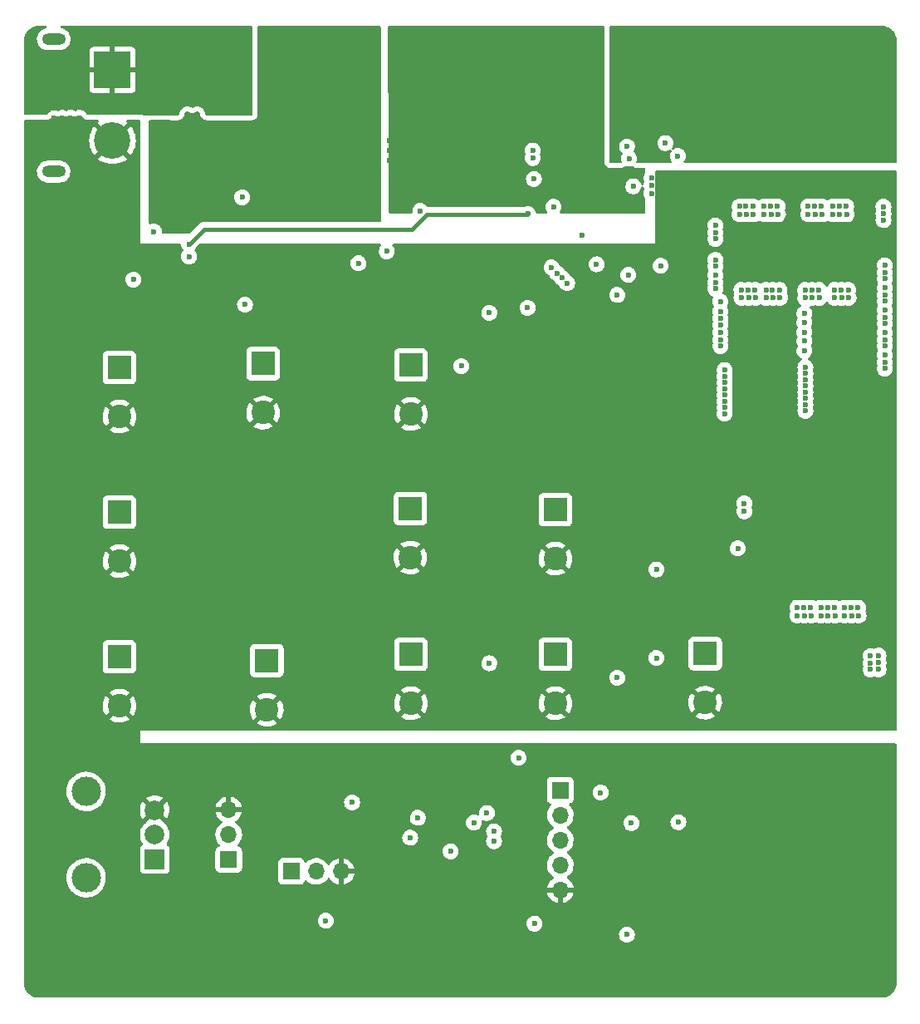
<source format=gbr>
%TF.GenerationSoftware,KiCad,Pcbnew,(6.0.0)*%
%TF.CreationDate,2022-09-13T16:11:23+02:00*%
%TF.ProjectId,IceCutterPCB,49636543-7574-4746-9572-5043422e6b69,rev?*%
%TF.SameCoordinates,Original*%
%TF.FileFunction,Copper,L2,Inr*%
%TF.FilePolarity,Positive*%
%FSLAX46Y46*%
G04 Gerber Fmt 4.6, Leading zero omitted, Abs format (unit mm)*
G04 Created by KiCad (PCBNEW (6.0.0)) date 2022-09-13 16:11:23*
%MOMM*%
%LPD*%
G01*
G04 APERTURE LIST*
%TA.AperFunction,ComponentPad*%
%ADD10R,2.400000X2.400000*%
%TD*%
%TA.AperFunction,ComponentPad*%
%ADD11C,2.400000*%
%TD*%
%TA.AperFunction,ComponentPad*%
%ADD12R,1.700000X1.700000*%
%TD*%
%TA.AperFunction,ComponentPad*%
%ADD13O,1.700000X1.700000*%
%TD*%
%TA.AperFunction,ComponentPad*%
%ADD14R,3.716000X3.716000*%
%TD*%
%TA.AperFunction,ComponentPad*%
%ADD15C,3.716000*%
%TD*%
%TA.AperFunction,ComponentPad*%
%ADD16O,2.400000X1.200000*%
%TD*%
%TA.AperFunction,ComponentPad*%
%ADD17C,3.000000*%
%TD*%
%TA.AperFunction,ComponentPad*%
%ADD18R,2.000000X2.000000*%
%TD*%
%TA.AperFunction,ComponentPad*%
%ADD19C,2.000000*%
%TD*%
%TA.AperFunction,ViaPad*%
%ADD20C,0.600000*%
%TD*%
%TA.AperFunction,Conductor*%
%ADD21C,0.400000*%
%TD*%
G04 APERTURE END LIST*
D10*
%TO.N,/V_SS*%
%TO.C,C17*%
X203962000Y-82042000D03*
D11*
%TO.N,GND*%
X203962000Y-87042000D03*
%TD*%
D12*
%TO.N,+3V3*%
%TO.C,J2*%
X185395800Y-132423000D03*
D13*
%TO.N,/pot*%
X185395800Y-129883000D03*
%TO.N,GND*%
X185395800Y-127343000D03*
%TD*%
D10*
%TO.N,/V_SS*%
%TO.C,C20*%
X174244000Y-111760000D03*
D11*
%TO.N,GND*%
X174244000Y-116760000D03*
%TD*%
D10*
%TO.N,/V_SS*%
%TO.C,C15*%
X188900000Y-81902272D03*
D11*
%TO.N,GND*%
X188900000Y-86902272D03*
%TD*%
D12*
%TO.N,/MCU_Out*%
%TO.C,J5*%
X191787000Y-133631400D03*
D13*
%TO.N,/MCU_In*%
X194327000Y-133631400D03*
%TO.N,GND*%
X196867000Y-133631400D03*
%TD*%
D10*
%TO.N,/V_SS*%
%TO.C,C10*%
X203962000Y-111506000D03*
D11*
%TO.N,GND*%
X203962000Y-116506000D03*
%TD*%
D10*
%TO.N,/V_SS*%
%TO.C,C21*%
X218694000Y-96774000D03*
D11*
%TO.N,GND*%
X218694000Y-101774000D03*
%TD*%
D10*
%TO.N,/V_SS*%
%TO.C,C18*%
X233984800Y-111443472D03*
D11*
%TO.N,GND*%
X233984800Y-116443472D03*
%TD*%
D12*
%TO.N,+3V3*%
%TO.C,J4*%
X219202000Y-125354000D03*
D13*
%TO.N,/SWCLK*%
X219202000Y-127894000D03*
%TO.N,/SWDIO*%
X219202000Y-130434000D03*
%TO.N,/NRST*%
X219202000Y-132974000D03*
%TO.N,GND*%
X219202000Y-135514000D03*
%TD*%
D14*
%TO.N,VDC*%
%TO.C,J1*%
X173545000Y-52000000D03*
D15*
%TO.N,GND*%
X173545000Y-59200000D03*
D16*
%TO.N,N/C*%
X167545000Y-48850000D03*
X167545000Y-62350000D03*
%TD*%
D17*
%TO.N,*%
%TO.C,RV1*%
X170852800Y-134283000D03*
X170852800Y-125483000D03*
D18*
%TO.N,+3V3*%
X177852800Y-132383000D03*
D19*
%TO.N,Net-(JP1-Pad2)*%
X177852800Y-129883000D03*
%TO.N,GND*%
X177852800Y-127383000D03*
%TD*%
D10*
%TO.N,/V_SS*%
%TO.C,C13*%
X189280800Y-112154672D03*
D11*
%TO.N,GND*%
X189280800Y-117154672D03*
%TD*%
D10*
%TO.N,/V_SS*%
%TO.C,C14*%
X203911200Y-96660672D03*
D11*
%TO.N,GND*%
X203911200Y-101660672D03*
%TD*%
D10*
%TO.N,/V_SS*%
%TO.C,C22*%
X174244000Y-82296000D03*
D11*
%TO.N,GND*%
X174244000Y-87296000D03*
%TD*%
D10*
%TO.N,/V_SS*%
%TO.C,C16*%
X174244000Y-97028000D03*
D11*
%TO.N,GND*%
X174244000Y-102028000D03*
%TD*%
D10*
%TO.N,/V_SS*%
%TO.C,C19*%
X218694000Y-111506000D03*
D11*
%TO.N,GND*%
X218694000Y-116506000D03*
%TD*%
D20*
%TO.N,/V_SS*%
X219400000Y-59000000D03*
X218400000Y-59000000D03*
X217600000Y-58300000D03*
X216600000Y-58300000D03*
X217600000Y-57300000D03*
X216600000Y-57300000D03*
X216600000Y-56400000D03*
X217600000Y-56400000D03*
%TO.N,+3V3*%
X231190800Y-60756800D03*
X187045600Y-75895200D03*
X225992800Y-140072000D03*
X218897200Y-72694800D03*
X219913600Y-73711200D03*
X175678800Y-73342800D03*
X212458200Y-129544000D03*
X212458200Y-130556000D03*
X218313400Y-72111000D03*
X219380200Y-73177800D03*
X197977603Y-126605000D03*
X177758800Y-68453000D03*
X226662200Y-63838250D03*
%TO.N,GND*%
X229819200Y-97739200D03*
X198272400Y-121920000D03*
X242062000Y-89697000D03*
X201980800Y-124256800D03*
X241046000Y-103530400D03*
X170199200Y-58909600D03*
X250190000Y-88427000D03*
X247650000Y-88427000D03*
X231554320Y-85646200D03*
X229819200Y-94132400D03*
X252100000Y-88400000D03*
X196850000Y-121107200D03*
X169310200Y-56877600D03*
X252100000Y-85600000D03*
X168421200Y-59925600D03*
X231535120Y-80746599D03*
X233121200Y-63042800D03*
X253000000Y-85600000D03*
X247904000Y-85090000D03*
X229006400Y-93370400D03*
X246227600Y-89712800D03*
X195326000Y-136525000D03*
X191417300Y-127652500D03*
X168421200Y-60687600D03*
X229209600Y-64566800D03*
X248916601Y-87791999D03*
X233129120Y-84300000D03*
X170199200Y-57893600D03*
X239522000Y-89697000D03*
X237134400Y-89814400D03*
X233375200Y-102768400D03*
X229819200Y-99212400D03*
X249547119Y-87791999D03*
X237794800Y-89001600D03*
X229006400Y-94183200D03*
X250190000Y-87792000D03*
X247650000Y-89697000D03*
X187040600Y-142463600D03*
X252100000Y-86500000D03*
X229819200Y-91948000D03*
X228498400Y-64566800D03*
X239369600Y-102768400D03*
X229006400Y-99923600D03*
X194716400Y-121920000D03*
X231535120Y-79349599D03*
X232613200Y-103581200D03*
X240411000Y-85725000D03*
X239369600Y-103581200D03*
X230911400Y-80746600D03*
X170199200Y-56877600D03*
X248916601Y-88422517D03*
X242468400Y-102717600D03*
X232486200Y-79400400D03*
X229006400Y-94894400D03*
X253000000Y-86500000D03*
X199796400Y-122529600D03*
X231952800Y-103581200D03*
X238709200Y-103581200D03*
X201930000Y-121716800D03*
X246938800Y-89712800D03*
X229819200Y-93370400D03*
X201930000Y-123444000D03*
X239522000Y-89062000D03*
X229006400Y-96367600D03*
X231546400Y-78587600D03*
X169310200Y-58909600D03*
X200507600Y-122529600D03*
X230911400Y-79349600D03*
X249555000Y-89697000D03*
X241706400Y-103530400D03*
X242112800Y-95910400D03*
X239776000Y-85090000D03*
X229870000Y-63754000D03*
X229209600Y-62992000D03*
X237185200Y-102768400D03*
X229006400Y-95554800D03*
X240411000Y-85090000D03*
X242519200Y-103530400D03*
X230911400Y-78587600D03*
X253000000Y-89300000D03*
X240157000Y-89062000D03*
X248920000Y-89062000D03*
X240792000Y-89062000D03*
X231543040Y-83614199D03*
X169310200Y-57893600D03*
X232494120Y-84300000D03*
X231241600Y-103581200D03*
X187900000Y-71700000D03*
X232486200Y-78003400D03*
X250190000Y-89697000D03*
X250825000Y-89062000D03*
X169310200Y-60687600D03*
X232486200Y-78638400D03*
X194665600Y-121107200D03*
X208788000Y-135128000D03*
X250825000Y-87792000D03*
X167608400Y-59951000D03*
X248527720Y-84454999D03*
X234797600Y-102768400D03*
X196088000Y-121107200D03*
X231546400Y-79984600D03*
X237947200Y-102768400D03*
X168421200Y-57893600D03*
X240399720Y-84454999D03*
X247904000Y-84455000D03*
X201168000Y-122529600D03*
X240157000Y-89697000D03*
X195376800Y-121107200D03*
X229006400Y-98552000D03*
X250825000Y-89697000D03*
X229819200Y-97028000D03*
X195427600Y-121920000D03*
X247904000Y-85725000D03*
X235762800Y-102768400D03*
X229006400Y-92710000D03*
X248920000Y-89697000D03*
X231554320Y-82852200D03*
X223100000Y-89800000D03*
X200456800Y-123444000D03*
X232494120Y-85062000D03*
X240792000Y-89697000D03*
X248285000Y-88427000D03*
X230919320Y-85011200D03*
X240995200Y-102717600D03*
X252100000Y-84700000D03*
X200456800Y-121716800D03*
X250820517Y-88422517D03*
X225501200Y-138988800D03*
X247650000Y-89062000D03*
X252100000Y-87500000D03*
X248273720Y-87791999D03*
X248539000Y-85090000D03*
X243890800Y-103530400D03*
X233117840Y-83664999D03*
X231190800Y-102768400D03*
X252100000Y-89300000D03*
X216408000Y-60198000D03*
X235813600Y-103581200D03*
X204021000Y-71365800D03*
X232486200Y-80797400D03*
X216274800Y-83954000D03*
X216408000Y-60960000D03*
X199796400Y-124256800D03*
X231902000Y-102768400D03*
X201168000Y-123444000D03*
X231543040Y-85011199D03*
X229819200Y-95554800D03*
X229819200Y-94843600D03*
X232613200Y-102768400D03*
X242697000Y-89697000D03*
X232486200Y-80035400D03*
X230919320Y-83614200D03*
X237845600Y-89814400D03*
X232494120Y-82268000D03*
X198272400Y-121107200D03*
X245313200Y-99402900D03*
X170199200Y-59925600D03*
X196900800Y-121920000D03*
X237998000Y-103581200D03*
X228498400Y-62992000D03*
X233121200Y-80035400D03*
X246888000Y-88900000D03*
X234086400Y-102768400D03*
X239776000Y-84455000D03*
X240334800Y-103530400D03*
X229006400Y-97739200D03*
X199745600Y-121716800D03*
X167608400Y-60713000D03*
X231546400Y-81381600D03*
X229920800Y-62992000D03*
X232486200Y-81432400D03*
X229819200Y-99923600D03*
X243179600Y-102717600D03*
X243230400Y-103530400D03*
X232494120Y-85697000D03*
X238506000Y-89001600D03*
X233426000Y-103581200D03*
X237185200Y-103581200D03*
X229006400Y-91998800D03*
X237134400Y-89001600D03*
X231543040Y-82217199D03*
X248539000Y-85725000D03*
X236524800Y-103581200D03*
X233121200Y-78638400D03*
X249555000Y-89062000D03*
X229819200Y-92659200D03*
X242697000Y-89062000D03*
X241427000Y-89062000D03*
X201980800Y-122529600D03*
X233070400Y-96215200D03*
X198501000Y-141986000D03*
X236474000Y-102768400D03*
X168421200Y-56877600D03*
X220237200Y-85376400D03*
X230919320Y-82217200D03*
X231554320Y-84249200D03*
X233109920Y-78003399D03*
X167608400Y-57919000D03*
X229006400Y-97078800D03*
X238658400Y-102768400D03*
X200507600Y-124256800D03*
X233109920Y-80797399D03*
X239776000Y-85725000D03*
X233117840Y-82267999D03*
X233129120Y-85697000D03*
X230911400Y-79984600D03*
X231535120Y-77952599D03*
X247650000Y-87792000D03*
X229819200Y-96316800D03*
X167608400Y-58935000D03*
X170199200Y-60687600D03*
X234797600Y-103581200D03*
X246176800Y-88900000D03*
X230911400Y-77952600D03*
X230919320Y-85646200D03*
X233121200Y-81432400D03*
X240284000Y-102717600D03*
X229006400Y-99263200D03*
X253000000Y-87500000D03*
X241427000Y-89697000D03*
X241706400Y-102717600D03*
X232494120Y-82903000D03*
X250190000Y-89062000D03*
X199745600Y-123444000D03*
X169310200Y-59925600D03*
X230911400Y-81381600D03*
X249559482Y-88422517D03*
X173482000Y-68326000D03*
X197612000Y-121920000D03*
X233117840Y-85061999D03*
X230919320Y-84249200D03*
X242062000Y-89062000D03*
X216300000Y-89600000D03*
X197561200Y-121107200D03*
X233109920Y-79400399D03*
X229920800Y-64566800D03*
X201168000Y-121716800D03*
X201168000Y-124256800D03*
X234137200Y-103581200D03*
X230919320Y-82852200D03*
X229819200Y-98501200D03*
X204927200Y-66344800D03*
X248285000Y-89697000D03*
X233129120Y-82903000D03*
X243890800Y-102717600D03*
X232494120Y-83665000D03*
X168421200Y-58909600D03*
X226212400Y-61010800D03*
X167608400Y-56903000D03*
X230300000Y-138600000D03*
X229158800Y-63754000D03*
X238556800Y-89814400D03*
X196088000Y-121920000D03*
X253000000Y-84700000D03*
X228498400Y-63754000D03*
X248285000Y-89062000D03*
X253000000Y-88400000D03*
%TO.N,Net-(C3-Pad1)*%
X181172000Y-57284000D03*
X189200000Y-48200000D03*
X182188000Y-58046000D03*
X179500000Y-58038000D03*
X183684000Y-58800000D03*
X181172000Y-58808000D03*
X188484000Y-65400000D03*
X184700000Y-58038000D03*
X194380000Y-65005600D03*
X183500000Y-65900000D03*
X191840000Y-65005600D03*
X193110000Y-65818400D03*
X182188000Y-57284000D03*
X190216000Y-48200000D03*
X192904000Y-48208000D03*
X184700000Y-58800000D03*
X182188000Y-56522000D03*
X179316000Y-65900000D03*
X179500000Y-58800000D03*
X194380000Y-65818400D03*
X198384000Y-48438000D03*
X199400000Y-48438000D03*
X183684000Y-58038000D03*
X182004000Y-65908000D03*
X200400000Y-58000000D03*
X181172000Y-58046000D03*
X194380000Y-66555000D03*
X199400000Y-50028800D03*
X191840000Y-66605800D03*
X184516000Y-65900000D03*
X181172000Y-56522000D03*
X199400000Y-49200000D03*
X195416000Y-48200000D03*
X193110000Y-66555000D03*
X188484000Y-66300000D03*
X198384000Y-50028800D03*
X178484000Y-58800000D03*
X178484000Y-58038000D03*
X197000000Y-48400000D03*
X198384000Y-49200000D03*
X182188000Y-58808000D03*
X197000000Y-49416000D03*
X191888000Y-48208000D03*
X191840000Y-65818400D03*
X194400000Y-48200000D03*
X180988000Y-65908000D03*
X199384000Y-58000000D03*
X189500000Y-65400000D03*
X193110000Y-65005600D03*
X189500000Y-66300000D03*
X178300000Y-65900000D03*
%TO.N,/SS_FET*%
X209112000Y-82162800D03*
X204673200Y-128168400D03*
X198628000Y-71678800D03*
%TO.N,/V_SS*%
X248202600Y-107576000D03*
X217373200Y-51765200D03*
X203905000Y-58046000D03*
X204700000Y-61100000D03*
X221335600Y-49479200D03*
X249625000Y-107576000D03*
X201800000Y-59200000D03*
X204667000Y-58046000D03*
X204900000Y-64200000D03*
X220624400Y-48666400D03*
X203397000Y-62110000D03*
X246500800Y-107576000D03*
X220624400Y-49479200D03*
X245789600Y-106763200D03*
X217373200Y-49631600D03*
X229432000Y-71939800D03*
X246450000Y-106763200D03*
X201517400Y-70466600D03*
X219913200Y-49479200D03*
X244748200Y-106763200D03*
X244087800Y-107576000D03*
X244799000Y-107576000D03*
X216560400Y-50393600D03*
X221284800Y-48666400D03*
X201800000Y-61200000D03*
X201800000Y-60200000D03*
X202635000Y-58046000D03*
X204032000Y-62110000D03*
X217373200Y-48920400D03*
X248202600Y-106763200D03*
X251657000Y-111640000D03*
X216560400Y-49631600D03*
X217373200Y-51054000D03*
X250844200Y-111690800D03*
X237306000Y-100718000D03*
X251657000Y-113062400D03*
X248863000Y-106763200D03*
X250844200Y-113062400D03*
X217373200Y-50342800D03*
X202127000Y-62110000D03*
X249574200Y-106763200D03*
X245789600Y-107576000D03*
X216560400Y-48971200D03*
X247161200Y-106763200D03*
X250844200Y-112402000D03*
X218490800Y-49479200D03*
X251657000Y-112351200D03*
X222904200Y-71787400D03*
X219202000Y-49479200D03*
X244037000Y-106763200D03*
X203270000Y-58046000D03*
X218490800Y-48666400D03*
X243376600Y-107576000D03*
X216560400Y-51765200D03*
X219151200Y-48666400D03*
X204700000Y-60100000D03*
X237972600Y-96951800D03*
X202000000Y-58046000D03*
X247212000Y-107576000D03*
X204700000Y-59100000D03*
X204667000Y-62110000D03*
X248913800Y-107576000D03*
X216560400Y-51104800D03*
X202762000Y-62110000D03*
X212191600Y-50241200D03*
X243376600Y-106763200D03*
X237972600Y-96139000D03*
X219862400Y-48666400D03*
%TO.N,VDC*%
X168624400Y-51559600D03*
X176142800Y-56014000D03*
X185270800Y-49003600D03*
X176142800Y-55014000D03*
X166795600Y-51559600D03*
X183270800Y-48003600D03*
X166800000Y-54700000D03*
X176244400Y-52982000D03*
X180410000Y-48952800D03*
X166795600Y-52559600D03*
X172536000Y-55963200D03*
X177038000Y-56007000D03*
X176158800Y-49156000D03*
X183270800Y-49003600D03*
X168624400Y-52559600D03*
X177054000Y-51149000D03*
X185270800Y-48003600D03*
X177038000Y-55007000D03*
X176244400Y-53982000D03*
X167733600Y-53707000D03*
X167729200Y-52566600D03*
X174364800Y-54963200D03*
X184270800Y-48003600D03*
X168628800Y-53700000D03*
X178410000Y-48952800D03*
X172536000Y-54963200D03*
X185947200Y-50832400D03*
X177038000Y-54007000D03*
X171640800Y-54970200D03*
X176260400Y-50124000D03*
X168628800Y-54700000D03*
X166800000Y-53700000D03*
X167733600Y-54707000D03*
X178410000Y-47952800D03*
X165904800Y-53707000D03*
X179410000Y-48952800D03*
X176260400Y-52124000D03*
X174364800Y-55963200D03*
X165900400Y-52566600D03*
X173469600Y-55970200D03*
X177054000Y-52149000D03*
X176260400Y-51124000D03*
X186760000Y-64954800D03*
X167729200Y-51566600D03*
X171640800Y-55970200D03*
X173469600Y-54970200D03*
X177054000Y-49149000D03*
X180410000Y-47952800D03*
X177038000Y-53007000D03*
X177054000Y-50149000D03*
X165900400Y-51566600D03*
X184270800Y-49003600D03*
X179410000Y-47952800D03*
X165904800Y-54707000D03*
%TO.N,/NRST*%
X195296400Y-138663600D03*
X216579600Y-138945000D03*
%TO.N,/VOUT_FAULT*%
X203900000Y-130200000D03*
X226138500Y-72870300D03*
%TO.N,/FET_GATE*%
X235966000Y-86995000D03*
X244195600Y-82905600D03*
X235966000Y-85090000D03*
X235966000Y-82550000D03*
X244195600Y-84810600D03*
X235966000Y-86360000D03*
X244195600Y-83540600D03*
X235966000Y-84455000D03*
X244195600Y-86080600D03*
X244195600Y-85445600D03*
X244195600Y-84175600D03*
X235966000Y-85725000D03*
X244195600Y-82270600D03*
X235966000Y-83820000D03*
X244195600Y-86715600D03*
X235966000Y-83185000D03*
%TO.N,/Wire_L*%
X252292000Y-79458200D03*
X245611200Y-75200000D03*
X248400000Y-66700000D03*
X244100000Y-77700000D03*
X237477600Y-65887200D03*
X238138000Y-65887200D03*
X240688800Y-66700000D03*
X240188800Y-74387200D03*
X235528000Y-75572000D03*
X235020000Y-71990600D03*
X247188800Y-75200000D03*
X252292000Y-72600200D03*
X238849200Y-65887200D03*
X248349200Y-65887200D03*
X235020000Y-67825000D03*
X247638000Y-65887200D03*
X241349200Y-65887200D03*
X238900000Y-66700000D03*
X252292000Y-82404600D03*
X237688800Y-74387200D03*
X247900000Y-75200000D03*
X235020000Y-74276600D03*
X246977600Y-65887200D03*
X239060400Y-74387200D03*
X244900000Y-75200000D03*
X241611200Y-75200000D03*
X252292000Y-76461000D03*
X252292000Y-73260600D03*
X252292000Y-77832600D03*
X252292000Y-71889000D03*
X252292000Y-80118600D03*
X244100000Y-79600000D03*
X248560400Y-74387200D03*
X244477600Y-65887200D03*
X235020000Y-69196600D03*
X240188800Y-75200000D03*
X238349200Y-74387200D03*
X237688800Y-75200000D03*
X244100000Y-80600000D03*
X244477600Y-66700000D03*
X248611200Y-75200000D03*
X252292000Y-81744200D03*
X241400000Y-66700000D03*
X244100000Y-76800000D03*
X240849200Y-74387200D03*
X252292000Y-74175000D03*
X235528000Y-77959600D03*
X235020000Y-73616200D03*
X252165000Y-65920000D03*
X245849200Y-65887200D03*
X252292000Y-77172200D03*
X238188800Y-66700000D03*
X247188800Y-74387200D03*
X244849200Y-74387200D03*
X238400000Y-75200000D03*
X240900000Y-75200000D03*
X237477600Y-66700000D03*
X244188800Y-75200000D03*
X235528000Y-80118600D03*
X235020000Y-68536200D03*
X235528000Y-78747000D03*
X244188800Y-74387200D03*
X252165000Y-66631200D03*
X235020000Y-71330200D03*
X252292000Y-75546600D03*
X235528000Y-77299200D03*
X252292000Y-78747000D03*
X245188800Y-66700000D03*
X252292000Y-74886200D03*
X239977600Y-66700000D03*
X239977600Y-65887200D03*
X241560400Y-74387200D03*
X247688800Y-66700000D03*
X240638000Y-65887200D03*
X252165000Y-67291600D03*
X247849200Y-74387200D03*
X235528000Y-76588000D03*
X245900000Y-66700000D03*
X239111200Y-75200000D03*
X235528000Y-79458200D03*
X252292000Y-81033000D03*
X245138000Y-65887200D03*
X235020000Y-72905000D03*
X244100000Y-78700000D03*
X246977600Y-66700000D03*
X245560400Y-74387200D03*
%TO.N,/SDA*%
X229920800Y-59436000D03*
X211956800Y-112427400D03*
X211956800Y-76743200D03*
X181356000Y-69723000D03*
X215900000Y-66649600D03*
X216509600Y-63093600D03*
X223326000Y-125600000D03*
X215868400Y-76232400D03*
X211728600Y-127678000D03*
X226441000Y-128701800D03*
%TO.N,/SCL*%
X221431000Y-68815600D03*
X181356000Y-70993000D03*
X225012400Y-74912400D03*
X226009200Y-59791600D03*
X218510000Y-65920000D03*
X210400000Y-128653000D03*
X231252000Y-128615200D03*
X225012400Y-113900600D03*
%TO.N,/Wire_H*%
X230327200Y-49631600D03*
X236290000Y-55506000D03*
X235528000Y-52915200D03*
X231038400Y-49631600D03*
X239439600Y-48351200D03*
X235712000Y-50393600D03*
X234867600Y-53728000D03*
X227380800Y-49631600D03*
X230276400Y-48818800D03*
X247415200Y-48351200D03*
X236239200Y-52915200D03*
X232835600Y-59824000D03*
X238977600Y-57700000D03*
X240811200Y-48351200D03*
X225907600Y-49631600D03*
X226568000Y-48818800D03*
X240349200Y-56887200D03*
X242386000Y-48351200D03*
X249188800Y-57700000D03*
X242188800Y-57700000D03*
X234867600Y-57487200D03*
X243148000Y-49164000D03*
X246704000Y-48351200D03*
X235578800Y-49664000D03*
X242849200Y-56887200D03*
X232835600Y-59011200D03*
X241725600Y-48351200D03*
X233222800Y-48818800D03*
X235528000Y-57487200D03*
X246754800Y-49164000D03*
X240100000Y-48351200D03*
X248477600Y-57700000D03*
X246043600Y-48351200D03*
X249138000Y-56887200D03*
X247466000Y-49164000D03*
X246043600Y-49164000D03*
X228041200Y-48818800D03*
X243097200Y-48351200D03*
X240150800Y-49164000D03*
X231851200Y-48818800D03*
X234207200Y-59011200D03*
X228092000Y-49631600D03*
X249900000Y-57700000D03*
X245977600Y-56887200D03*
X235578800Y-58300000D03*
X238977600Y-56887200D03*
X232562400Y-49631600D03*
X234867600Y-54693200D03*
X239439600Y-49164000D03*
X232511600Y-48818800D03*
X246688800Y-57700000D03*
X233546800Y-59824000D03*
X249849200Y-48387200D03*
X226618800Y-49631600D03*
X227380800Y-48818800D03*
X236290000Y-49664000D03*
X242900000Y-57700000D03*
X240400000Y-57700000D03*
X230987600Y-48818800D03*
X229616000Y-49631600D03*
X235578800Y-55506000D03*
X236290000Y-53728000D03*
X241725600Y-49164000D03*
X234867600Y-48851200D03*
X247400000Y-57700000D03*
X236239200Y-54693200D03*
X228752400Y-48818800D03*
X234258000Y-59824000D03*
X240862000Y-49164000D03*
X234867600Y-52915200D03*
X231851200Y-49631600D03*
X234867600Y-55506000D03*
X236239200Y-57487200D03*
X245977600Y-57700000D03*
X235528000Y-54693200D03*
X239638000Y-56887200D03*
X249138000Y-48387200D03*
X225196400Y-49631600D03*
X249188800Y-49200000D03*
X247349200Y-56887200D03*
X225196400Y-48818800D03*
X234867600Y-49664000D03*
X233273600Y-49631600D03*
X248477600Y-49200000D03*
X242436800Y-49164000D03*
X249849200Y-56887200D03*
X229616000Y-48818800D03*
X236290000Y-58300000D03*
X225856800Y-48818800D03*
X248477600Y-56887200D03*
X235528000Y-48851200D03*
X234867600Y-58300000D03*
X241477600Y-56887200D03*
X249900000Y-49200000D03*
X239688800Y-57700000D03*
X236239200Y-48851200D03*
X235578800Y-53728000D03*
X241477600Y-57700000D03*
X233496000Y-59011200D03*
X242138000Y-56887200D03*
X248477600Y-48387200D03*
X246638000Y-56887200D03*
X228803200Y-49631600D03*
%TO.N,/Drive_FET*%
X208020000Y-131578000D03*
X229006400Y-102870000D03*
X214957850Y-122054000D03*
X229006400Y-111887800D03*
%TD*%
D21*
%TO.N,/SDA*%
X205579950Y-66682000D02*
X215867600Y-66682000D01*
X182879000Y-68200000D02*
X204061950Y-68200000D01*
X215867600Y-66682000D02*
X215900000Y-66649600D01*
X204061950Y-68200000D02*
X205579950Y-66682000D01*
X181356000Y-69723000D02*
X182879000Y-68200000D01*
%TD*%
%TA.AperFunction,Conductor*%
%TO.N,VDC*%
G36*
X166775619Y-47528002D02*
G01*
X166822112Y-47581658D01*
X166832216Y-47651932D01*
X166802722Y-47716512D01*
X166742996Y-47754896D01*
X166737318Y-47756273D01*
X166734434Y-47756548D01*
X166531466Y-47816092D01*
X166526139Y-47818836D01*
X166526138Y-47818836D01*
X166348751Y-47910196D01*
X166348748Y-47910198D01*
X166343420Y-47912942D01*
X166177080Y-48043604D01*
X166173148Y-48048135D01*
X166173145Y-48048138D01*
X166104474Y-48127275D01*
X166038448Y-48203363D01*
X166035448Y-48208549D01*
X166035445Y-48208553D01*
X165988312Y-48290026D01*
X165932527Y-48386454D01*
X165863139Y-48586271D01*
X165832787Y-48795604D01*
X165842567Y-49006899D01*
X165892125Y-49212534D01*
X165894607Y-49217992D01*
X165894608Y-49217996D01*
X165938053Y-49313546D01*
X165979674Y-49405087D01*
X166102054Y-49577611D01*
X166254850Y-49723881D01*
X166432548Y-49838620D01*
X166438114Y-49840863D01*
X166623168Y-49915442D01*
X166623171Y-49915443D01*
X166628737Y-49917686D01*
X166836337Y-49958228D01*
X166841899Y-49958500D01*
X168197846Y-49958500D01*
X168355566Y-49943452D01*
X168558534Y-49883908D01*
X168642111Y-49840863D01*
X168741249Y-49789804D01*
X168741252Y-49789802D01*
X168746580Y-49787058D01*
X168912920Y-49656396D01*
X168916852Y-49651865D01*
X168916855Y-49651862D01*
X169047621Y-49501167D01*
X169051552Y-49496637D01*
X169054552Y-49491451D01*
X169054555Y-49491447D01*
X169154467Y-49318742D01*
X169157473Y-49313546D01*
X169226861Y-49113729D01*
X169238062Y-49036477D01*
X169256352Y-48910336D01*
X169256352Y-48910333D01*
X169257213Y-48904396D01*
X169247433Y-48693101D01*
X169197875Y-48487466D01*
X169154525Y-48392122D01*
X169112806Y-48300368D01*
X169110326Y-48294913D01*
X168987946Y-48122389D01*
X168835150Y-47976119D01*
X168657452Y-47861380D01*
X168585404Y-47832344D01*
X168466832Y-47784558D01*
X168466829Y-47784557D01*
X168461263Y-47782314D01*
X168337964Y-47758235D01*
X168335040Y-47757664D01*
X168272016Y-47724976D01*
X168236669Y-47663404D01*
X168240222Y-47592496D01*
X168281546Y-47534766D01*
X168347522Y-47508541D01*
X168359190Y-47508000D01*
X187694317Y-47508000D01*
X187762438Y-47528002D01*
X187808931Y-47581658D01*
X187820317Y-47634027D01*
X187820304Y-47690278D01*
X187818338Y-56394687D01*
X187818318Y-56482237D01*
X187798301Y-56550354D01*
X187744634Y-56596834D01*
X187692091Y-56608209D01*
X183122787Y-56599948D01*
X183054705Y-56579824D01*
X183008309Y-56526084D01*
X182997802Y-56487995D01*
X182982182Y-56348743D01*
X182981397Y-56341745D01*
X182979080Y-56335091D01*
X182924064Y-56177106D01*
X182924062Y-56177103D01*
X182921745Y-56170448D01*
X182906673Y-56146327D01*
X182829359Y-56022598D01*
X182825626Y-56016624D01*
X182811941Y-56002843D01*
X182702778Y-55892915D01*
X182702774Y-55892912D01*
X182697815Y-55887918D01*
X182686697Y-55880862D01*
X182628288Y-55843795D01*
X182544666Y-55790727D01*
X182515463Y-55780328D01*
X182380425Y-55732243D01*
X182380420Y-55732242D01*
X182373790Y-55729881D01*
X182366802Y-55729048D01*
X182366799Y-55729047D01*
X182243698Y-55714368D01*
X182193680Y-55708404D01*
X182186677Y-55709140D01*
X182186676Y-55709140D01*
X182020288Y-55726628D01*
X182020286Y-55726629D01*
X182013288Y-55727364D01*
X181841579Y-55785818D01*
X181745822Y-55844729D01*
X181677323Y-55863386D01*
X181612288Y-55843795D01*
X181590142Y-55829741D01*
X181528666Y-55790727D01*
X181499463Y-55780328D01*
X181364425Y-55732243D01*
X181364420Y-55732242D01*
X181357790Y-55729881D01*
X181350802Y-55729048D01*
X181350799Y-55729047D01*
X181227698Y-55714368D01*
X181177680Y-55708404D01*
X181170677Y-55709140D01*
X181170676Y-55709140D01*
X181004288Y-55726628D01*
X181004286Y-55726629D01*
X180997288Y-55727364D01*
X180825579Y-55785818D01*
X180819575Y-55789512D01*
X180677095Y-55877166D01*
X180677092Y-55877168D01*
X180671088Y-55880862D01*
X180666053Y-55885793D01*
X180666050Y-55885795D01*
X180546525Y-56002843D01*
X180541493Y-56007771D01*
X180443235Y-56160238D01*
X180440826Y-56166858D01*
X180440824Y-56166861D01*
X180404451Y-56266795D01*
X180381197Y-56330685D01*
X180380314Y-56337673D01*
X180380314Y-56337674D01*
X180361762Y-56484524D01*
X180333380Y-56549600D01*
X180274320Y-56589001D01*
X180236531Y-56594731D01*
X173022947Y-56581690D01*
X171035083Y-56578096D01*
X170966999Y-56557971D01*
X170928457Y-56518866D01*
X170905569Y-56482237D01*
X170836826Y-56372224D01*
X170831864Y-56367227D01*
X170713978Y-56248515D01*
X170713974Y-56248512D01*
X170709015Y-56243518D01*
X170555866Y-56146327D01*
X170526663Y-56135928D01*
X170391625Y-56087843D01*
X170391620Y-56087842D01*
X170384990Y-56085481D01*
X170378002Y-56084648D01*
X170377999Y-56084647D01*
X170254898Y-56069968D01*
X170204880Y-56064004D01*
X170197877Y-56064740D01*
X170197876Y-56064740D01*
X170031488Y-56082228D01*
X170031486Y-56082229D01*
X170024488Y-56082964D01*
X169852779Y-56141418D01*
X169821509Y-56160656D01*
X169753010Y-56179314D01*
X169687974Y-56159723D01*
X169666866Y-56146327D01*
X169637663Y-56135928D01*
X169502625Y-56087843D01*
X169502620Y-56087842D01*
X169495990Y-56085481D01*
X169489002Y-56084648D01*
X169488999Y-56084647D01*
X169365898Y-56069968D01*
X169315880Y-56064004D01*
X169308877Y-56064740D01*
X169308876Y-56064740D01*
X169142488Y-56082228D01*
X169142486Y-56082229D01*
X169135488Y-56082964D01*
X168963779Y-56141418D01*
X168932509Y-56160656D01*
X168864010Y-56179314D01*
X168798974Y-56159723D01*
X168777866Y-56146327D01*
X168748663Y-56135928D01*
X168613625Y-56087843D01*
X168613620Y-56087842D01*
X168606990Y-56085481D01*
X168600002Y-56084648D01*
X168599999Y-56084647D01*
X168476898Y-56069968D01*
X168426880Y-56064004D01*
X168419877Y-56064740D01*
X168419876Y-56064740D01*
X168253488Y-56082228D01*
X168253486Y-56082229D01*
X168246488Y-56082964D01*
X168166932Y-56110047D01*
X168081449Y-56139147D01*
X168081446Y-56139148D01*
X168074779Y-56141418D01*
X168068778Y-56145110D01*
X168068774Y-56145112D01*
X168054768Y-56153728D01*
X167986267Y-56172386D01*
X167946480Y-56165109D01*
X167800825Y-56113243D01*
X167800820Y-56113242D01*
X167794190Y-56110881D01*
X167787202Y-56110048D01*
X167787199Y-56110047D01*
X167664098Y-56095368D01*
X167614080Y-56089404D01*
X167607077Y-56090140D01*
X167607076Y-56090140D01*
X167440688Y-56107628D01*
X167440686Y-56107629D01*
X167433688Y-56108364D01*
X167261979Y-56166818D01*
X167204938Y-56201910D01*
X167113495Y-56258166D01*
X167113492Y-56258168D01*
X167107488Y-56261862D01*
X167102453Y-56266793D01*
X167102450Y-56266795D01*
X167043967Y-56324066D01*
X166977893Y-56388771D01*
X166898037Y-56512684D01*
X166844325Y-56559106D01*
X166791904Y-56570425D01*
X165693231Y-56568439D01*
X164633772Y-56566523D01*
X164565688Y-56546398D01*
X164519292Y-56492658D01*
X164508000Y-56440523D01*
X164508000Y-53902669D01*
X171179001Y-53902669D01*
X171179371Y-53909490D01*
X171184895Y-53960352D01*
X171188521Y-53975604D01*
X171233676Y-54096054D01*
X171242214Y-54111649D01*
X171318715Y-54213724D01*
X171331276Y-54226285D01*
X171433351Y-54302786D01*
X171448946Y-54311324D01*
X171569394Y-54356478D01*
X171584649Y-54360105D01*
X171635514Y-54365631D01*
X171642328Y-54366000D01*
X173272885Y-54366000D01*
X173288124Y-54361525D01*
X173289329Y-54360135D01*
X173291000Y-54352452D01*
X173291000Y-54347884D01*
X173799000Y-54347884D01*
X173803475Y-54363123D01*
X173804865Y-54364328D01*
X173812548Y-54365999D01*
X175447669Y-54365999D01*
X175454490Y-54365629D01*
X175505352Y-54360105D01*
X175520604Y-54356479D01*
X175641054Y-54311324D01*
X175656649Y-54302786D01*
X175758724Y-54226285D01*
X175771285Y-54213724D01*
X175847786Y-54111649D01*
X175856324Y-54096054D01*
X175901478Y-53975606D01*
X175905105Y-53960351D01*
X175910631Y-53909486D01*
X175911000Y-53902672D01*
X175911000Y-52272115D01*
X175906525Y-52256876D01*
X175905135Y-52255671D01*
X175897452Y-52254000D01*
X173817115Y-52254000D01*
X173801876Y-52258475D01*
X173800671Y-52259865D01*
X173799000Y-52267548D01*
X173799000Y-54347884D01*
X173291000Y-54347884D01*
X173291000Y-52272115D01*
X173286525Y-52256876D01*
X173285135Y-52255671D01*
X173277452Y-52254000D01*
X171197116Y-52254000D01*
X171181877Y-52258475D01*
X171180672Y-52259865D01*
X171179001Y-52267548D01*
X171179001Y-53902669D01*
X164508000Y-53902669D01*
X164508000Y-51727885D01*
X171179000Y-51727885D01*
X171183475Y-51743124D01*
X171184865Y-51744329D01*
X171192548Y-51746000D01*
X173272885Y-51746000D01*
X173288124Y-51741525D01*
X173289329Y-51740135D01*
X173291000Y-51732452D01*
X173291000Y-51727885D01*
X173799000Y-51727885D01*
X173803475Y-51743124D01*
X173804865Y-51744329D01*
X173812548Y-51746000D01*
X175892884Y-51746000D01*
X175908123Y-51741525D01*
X175909328Y-51740135D01*
X175910999Y-51732452D01*
X175910999Y-50097331D01*
X175910629Y-50090510D01*
X175905105Y-50039648D01*
X175901479Y-50024396D01*
X175856324Y-49903946D01*
X175847786Y-49888351D01*
X175771285Y-49786276D01*
X175758724Y-49773715D01*
X175656649Y-49697214D01*
X175641054Y-49688676D01*
X175520606Y-49643522D01*
X175505351Y-49639895D01*
X175454486Y-49634369D01*
X175447672Y-49634000D01*
X173817115Y-49634000D01*
X173801876Y-49638475D01*
X173800671Y-49639865D01*
X173799000Y-49647548D01*
X173799000Y-51727885D01*
X173291000Y-51727885D01*
X173291000Y-49652116D01*
X173286525Y-49636877D01*
X173285135Y-49635672D01*
X173277452Y-49634001D01*
X171642331Y-49634001D01*
X171635510Y-49634371D01*
X171584648Y-49639895D01*
X171569396Y-49643521D01*
X171448946Y-49688676D01*
X171433351Y-49697214D01*
X171331276Y-49773715D01*
X171318715Y-49786276D01*
X171242214Y-49888351D01*
X171233676Y-49903946D01*
X171188522Y-50024394D01*
X171184895Y-50039649D01*
X171179369Y-50090514D01*
X171179000Y-50097328D01*
X171179000Y-51727885D01*
X164508000Y-51727885D01*
X164508000Y-49049328D01*
X164509500Y-49029943D01*
X164511805Y-49015141D01*
X164511805Y-49015139D01*
X164513186Y-49006270D01*
X164511195Y-48991041D01*
X164510452Y-48965713D01*
X164514838Y-48904396D01*
X164522543Y-48796657D01*
X164525101Y-48778863D01*
X164566520Y-48588462D01*
X164571586Y-48571212D01*
X164639682Y-48388642D01*
X164647149Y-48372290D01*
X164740531Y-48201271D01*
X164750248Y-48186152D01*
X164867023Y-48030158D01*
X164878796Y-48016572D01*
X165016572Y-47878796D01*
X165030158Y-47867023D01*
X165100446Y-47814406D01*
X165186152Y-47750248D01*
X165201266Y-47740534D01*
X165306980Y-47682810D01*
X165372290Y-47647149D01*
X165388642Y-47639682D01*
X165571212Y-47571586D01*
X165588460Y-47566521D01*
X165778863Y-47525101D01*
X165796658Y-47522543D01*
X165845557Y-47519046D01*
X165958631Y-47510959D01*
X165976533Y-47511703D01*
X165984858Y-47511805D01*
X165993730Y-47513186D01*
X166002632Y-47512022D01*
X166002635Y-47512022D01*
X166025251Y-47509064D01*
X166041589Y-47508000D01*
X166707498Y-47508000D01*
X166775619Y-47528002D01*
G37*
%TD.AperFunction*%
%TD*%
%TA.AperFunction,Conductor*%
%TO.N,Net-(C3-Pad1)*%
G36*
X200842121Y-47528002D02*
G01*
X200888614Y-47581658D01*
X200900000Y-47634000D01*
X200900000Y-67365500D01*
X200879998Y-67433621D01*
X200826342Y-67480114D01*
X200774000Y-67491500D01*
X182907912Y-67491500D01*
X182899342Y-67491208D01*
X182849224Y-67487791D01*
X182849220Y-67487791D01*
X182841648Y-67487275D01*
X182834171Y-67488580D01*
X182834170Y-67488580D01*
X182819113Y-67491208D01*
X182778703Y-67498261D01*
X182772186Y-67499222D01*
X182708758Y-67506898D01*
X182701650Y-67509584D01*
X182699056Y-67510221D01*
X182682750Y-67514682D01*
X182680199Y-67515452D01*
X182672716Y-67516758D01*
X182665764Y-67519810D01*
X182665763Y-67519810D01*
X182614212Y-67542439D01*
X182608105Y-67544931D01*
X182555452Y-67564827D01*
X182548344Y-67567513D01*
X182542083Y-67571816D01*
X182539717Y-67573053D01*
X182524937Y-67581280D01*
X182522652Y-67582631D01*
X182515695Y-67585685D01*
X182509675Y-67590305D01*
X182509669Y-67590308D01*
X182478542Y-67614194D01*
X182464998Y-67624587D01*
X182459668Y-67628459D01*
X182413280Y-67660339D01*
X182413275Y-67660344D01*
X182407019Y-67664643D01*
X182401968Y-67670313D01*
X182401966Y-67670314D01*
X182365565Y-67711170D01*
X182360584Y-67716446D01*
X181413935Y-68663095D01*
X181351623Y-68697121D01*
X181324840Y-68700000D01*
X178685525Y-68700000D01*
X178617404Y-68679998D01*
X178570911Y-68626342D01*
X178560751Y-68556465D01*
X178571548Y-68479642D01*
X178571549Y-68479632D01*
X178572099Y-68475717D01*
X178572416Y-68453000D01*
X178552197Y-68272745D01*
X178549880Y-68266091D01*
X178494864Y-68108106D01*
X178494862Y-68108103D01*
X178492545Y-68101448D01*
X178396426Y-67947624D01*
X178387635Y-67938771D01*
X178273578Y-67823915D01*
X178273574Y-67823912D01*
X178268615Y-67818918D01*
X178257497Y-67811862D01*
X178209338Y-67781300D01*
X178115466Y-67721727D01*
X178085818Y-67711170D01*
X177951225Y-67663243D01*
X177951220Y-67663242D01*
X177944590Y-67660881D01*
X177937602Y-67660048D01*
X177937599Y-67660047D01*
X177814498Y-67645368D01*
X177764480Y-67639404D01*
X177757477Y-67640140D01*
X177757476Y-67640140D01*
X177591088Y-67657628D01*
X177591086Y-67657629D01*
X177584088Y-67658364D01*
X177523332Y-67679047D01*
X177427005Y-67711839D01*
X177356073Y-67714857D01*
X177294769Y-67679047D01*
X177262557Y-67615778D01*
X177260400Y-67592561D01*
X177260400Y-64943440D01*
X185946463Y-64943440D01*
X185964163Y-65123960D01*
X186021418Y-65296073D01*
X186025065Y-65302095D01*
X186025066Y-65302097D01*
X186035978Y-65320114D01*
X186115380Y-65451224D01*
X186241382Y-65581702D01*
X186393159Y-65681022D01*
X186399763Y-65683478D01*
X186399765Y-65683479D01*
X186556558Y-65741790D01*
X186556560Y-65741790D01*
X186563168Y-65744248D01*
X186646995Y-65755433D01*
X186735980Y-65767307D01*
X186735984Y-65767307D01*
X186742961Y-65768238D01*
X186749972Y-65767600D01*
X186749976Y-65767600D01*
X186892459Y-65754632D01*
X186923600Y-65751798D01*
X186930302Y-65749620D01*
X186930304Y-65749620D01*
X187089409Y-65697924D01*
X187089412Y-65697923D01*
X187096108Y-65695747D01*
X187251912Y-65602869D01*
X187383266Y-65477782D01*
X187483643Y-65326702D01*
X187548055Y-65157138D01*
X187549035Y-65150166D01*
X187572748Y-64981439D01*
X187572748Y-64981436D01*
X187573299Y-64977517D01*
X187573616Y-64954800D01*
X187553397Y-64774545D01*
X187551080Y-64767891D01*
X187496064Y-64609906D01*
X187496062Y-64609903D01*
X187493745Y-64603248D01*
X187397626Y-64449424D01*
X187383941Y-64435643D01*
X187274778Y-64325715D01*
X187274774Y-64325712D01*
X187269815Y-64320718D01*
X187258697Y-64313662D01*
X187210538Y-64283100D01*
X187116666Y-64223527D01*
X187087463Y-64213128D01*
X186952425Y-64165043D01*
X186952420Y-64165042D01*
X186945790Y-64162681D01*
X186938802Y-64161848D01*
X186938799Y-64161847D01*
X186813204Y-64146871D01*
X186765680Y-64141204D01*
X186758677Y-64141940D01*
X186758676Y-64141940D01*
X186592288Y-64159428D01*
X186592286Y-64159429D01*
X186585288Y-64160164D01*
X186413579Y-64218618D01*
X186407575Y-64222312D01*
X186265095Y-64309966D01*
X186265092Y-64309968D01*
X186259088Y-64313662D01*
X186254053Y-64318593D01*
X186254050Y-64318595D01*
X186134525Y-64435643D01*
X186129493Y-64440571D01*
X186031235Y-64593038D01*
X186028826Y-64599658D01*
X186028824Y-64599661D01*
X185971606Y-64756866D01*
X185969197Y-64763485D01*
X185946463Y-64943440D01*
X177260400Y-64943440D01*
X177260400Y-64200000D01*
X177255081Y-64200000D01*
X177249904Y-64182369D01*
X177244800Y-64146871D01*
X177244800Y-57223551D01*
X177264802Y-57155430D01*
X177318458Y-57108937D01*
X177371027Y-57097551D01*
X178720391Y-57099991D01*
X180233220Y-57102726D01*
X180233229Y-57102726D01*
X180235613Y-57102730D01*
X180312689Y-57096990D01*
X180315061Y-57096630D01*
X180315064Y-57096630D01*
X180332091Y-57094048D01*
X180350478Y-57091260D01*
X180387658Y-57082687D01*
X180419041Y-57075452D01*
X180419043Y-57075451D01*
X180425767Y-57073901D01*
X180440258Y-57066981D01*
X180552184Y-57013531D01*
X180552191Y-57013527D01*
X180556245Y-57011591D01*
X180615305Y-56972190D01*
X180722944Y-56875643D01*
X180799021Y-56752683D01*
X180827403Y-56687607D01*
X180829417Y-56680288D01*
X180864562Y-56552535D01*
X180865756Y-56548195D01*
X180876278Y-56464907D01*
X180882883Y-56437606D01*
X180896277Y-56400809D01*
X180908764Y-56375653D01*
X180929978Y-56342734D01*
X180947732Y-56320965D01*
X180972882Y-56296336D01*
X180975709Y-56293568D01*
X180997833Y-56276282D01*
X181031203Y-56255753D01*
X181056611Y-56243798D01*
X181093681Y-56231179D01*
X181121114Y-56225147D01*
X181133528Y-56223842D01*
X181160059Y-56221054D01*
X181188146Y-56221251D01*
X181227029Y-56225888D01*
X181254375Y-56232302D01*
X181291263Y-56245437D01*
X181316515Y-56257754D01*
X181317941Y-56258659D01*
X181317946Y-56258662D01*
X181340092Y-56272716D01*
X181465763Y-56330205D01*
X181530798Y-56349796D01*
X181667326Y-56371288D01*
X181676070Y-56370206D01*
X181676073Y-56370206D01*
X181806348Y-56354085D01*
X181806351Y-56354084D01*
X181810823Y-56353531D01*
X181815170Y-56352347D01*
X181815175Y-56352346D01*
X181874980Y-56336057D01*
X181874985Y-56336055D01*
X181879322Y-56334874D01*
X181883443Y-56333089D01*
X181883449Y-56333087D01*
X181997515Y-56283682D01*
X182012010Y-56277404D01*
X182047197Y-56255757D01*
X182072612Y-56243798D01*
X182109676Y-56231180D01*
X182137113Y-56225147D01*
X182145516Y-56224264D01*
X182176059Y-56221054D01*
X182204146Y-56221251D01*
X182243029Y-56225888D01*
X182270376Y-56232302D01*
X182307258Y-56245435D01*
X182332504Y-56257748D01*
X182356079Y-56272709D01*
X182356088Y-56272714D01*
X182365570Y-56278731D01*
X182387467Y-56296336D01*
X182415053Y-56324116D01*
X182432499Y-56346128D01*
X182453252Y-56379339D01*
X182465391Y-56404676D01*
X182478266Y-56441651D01*
X182484489Y-56469038D01*
X182492968Y-56544623D01*
X182501898Y-56590945D01*
X182508093Y-56623083D01*
X182518600Y-56661172D01*
X182519436Y-56663476D01*
X182519439Y-56663487D01*
X182530352Y-56693580D01*
X182545835Y-56736278D01*
X182549600Y-56742160D01*
X182549602Y-56742164D01*
X182558788Y-56756514D01*
X182623787Y-56858058D01*
X182670183Y-56911798D01*
X182779290Y-57006685D01*
X182910707Y-57066988D01*
X182978789Y-57087112D01*
X182983239Y-57087760D01*
X183117423Y-57107300D01*
X183117429Y-57107300D01*
X183121869Y-57107947D01*
X185455083Y-57112165D01*
X187687790Y-57116202D01*
X187687792Y-57116202D01*
X187691173Y-57116208D01*
X187799578Y-57104707D01*
X187852121Y-57093332D01*
X187855320Y-57092269D01*
X187855329Y-57092267D01*
X187948060Y-57061467D01*
X187948062Y-57061466D01*
X187955553Y-57058978D01*
X188077210Y-56980835D01*
X188120376Y-56943450D01*
X188127476Y-56937301D01*
X188127479Y-56937298D01*
X188130877Y-56934355D01*
X188200307Y-56854266D01*
X188219694Y-56831903D01*
X188219695Y-56831901D01*
X188225598Y-56825092D01*
X188285692Y-56693580D01*
X188287448Y-56687607D01*
X188304438Y-56629789D01*
X188304439Y-56629786D01*
X188305709Y-56625463D01*
X188306491Y-56620038D01*
X188316856Y-56548058D01*
X188326318Y-56482353D01*
X188326338Y-56394803D01*
X188326338Y-56394802D01*
X188328304Y-47690395D01*
X188328317Y-47634144D01*
X188330010Y-47634144D01*
X188344895Y-47571511D01*
X188396048Y-47522278D01*
X188454308Y-47508000D01*
X200774000Y-47508000D01*
X200842121Y-47528002D01*
G37*
%TD.AperFunction*%
%TD*%
%TA.AperFunction,Conductor*%
%TO.N,/Wire_H*%
G36*
X251970056Y-47509500D02*
G01*
X251972284Y-47509847D01*
X251984859Y-47511805D01*
X251984861Y-47511805D01*
X251993730Y-47513186D01*
X252002632Y-47512022D01*
X252002634Y-47512022D01*
X252008959Y-47511195D01*
X252034282Y-47510452D01*
X252198126Y-47522170D01*
X252203343Y-47522543D01*
X252221137Y-47525101D01*
X252411540Y-47566521D01*
X252428788Y-47571586D01*
X252611358Y-47639682D01*
X252627710Y-47647149D01*
X252693020Y-47682810D01*
X252798734Y-47740534D01*
X252813848Y-47750248D01*
X252923516Y-47832344D01*
X252969842Y-47867023D01*
X252983428Y-47878796D01*
X253121204Y-48016572D01*
X253132977Y-48030158D01*
X253249752Y-48186152D01*
X253259469Y-48201271D01*
X253352851Y-48372290D01*
X253360318Y-48388642D01*
X253428414Y-48571212D01*
X253433480Y-48588462D01*
X253474899Y-48778863D01*
X253477457Y-48796658D01*
X253489041Y-48958629D01*
X253488297Y-48976533D01*
X253488195Y-48984858D01*
X253486814Y-48993730D01*
X253487978Y-49002632D01*
X253487978Y-49002635D01*
X253490936Y-49025251D01*
X253492000Y-49041589D01*
X253492000Y-61349000D01*
X253471998Y-61417121D01*
X253418342Y-61463614D01*
X253366000Y-61475000D01*
X231919352Y-61475000D01*
X231851231Y-61454998D01*
X231804738Y-61401342D01*
X231794634Y-61331068D01*
X231814404Y-61279273D01*
X231826230Y-61261473D01*
X231914443Y-61128702D01*
X231978855Y-60959138D01*
X231979835Y-60952166D01*
X232003548Y-60783439D01*
X232003548Y-60783436D01*
X232004099Y-60779517D01*
X232004416Y-60756800D01*
X231984197Y-60576545D01*
X231981880Y-60569891D01*
X231926864Y-60411906D01*
X231926862Y-60411903D01*
X231924545Y-60405248D01*
X231914467Y-60389119D01*
X231832159Y-60257398D01*
X231828426Y-60251424D01*
X231810128Y-60232998D01*
X231705578Y-60127715D01*
X231705574Y-60127712D01*
X231700615Y-60122718D01*
X231689497Y-60115662D01*
X231612439Y-60066760D01*
X231547466Y-60025527D01*
X231477238Y-60000520D01*
X231383225Y-59967043D01*
X231383220Y-59967042D01*
X231376590Y-59964681D01*
X231369602Y-59963848D01*
X231369599Y-59963847D01*
X231234352Y-59947720D01*
X231196480Y-59943204D01*
X231189477Y-59943940D01*
X231189476Y-59943940D01*
X231023088Y-59961428D01*
X231023086Y-59961429D01*
X231016088Y-59962164D01*
X230844379Y-60020618D01*
X230755302Y-60075419D01*
X230686804Y-60094077D01*
X230619090Y-60072739D01*
X230573661Y-60018179D01*
X230564941Y-59947720D01*
X230584334Y-59898374D01*
X230640542Y-59813773D01*
X230644443Y-59807902D01*
X230708855Y-59638338D01*
X230711665Y-59618344D01*
X230733548Y-59462639D01*
X230733548Y-59462636D01*
X230734099Y-59458717D01*
X230734416Y-59436000D01*
X230714197Y-59255745D01*
X230711880Y-59249091D01*
X230656864Y-59091106D01*
X230656862Y-59091103D01*
X230654545Y-59084448D01*
X230639473Y-59060327D01*
X230562159Y-58936598D01*
X230558426Y-58930624D01*
X230544741Y-58916843D01*
X230435578Y-58806915D01*
X230435574Y-58806912D01*
X230430615Y-58801918D01*
X230419497Y-58794862D01*
X230371338Y-58764300D01*
X230277466Y-58704727D01*
X230248263Y-58694328D01*
X230113225Y-58646243D01*
X230113220Y-58646242D01*
X230106590Y-58643881D01*
X230099602Y-58643048D01*
X230099599Y-58643047D01*
X229976498Y-58628368D01*
X229926480Y-58622404D01*
X229919477Y-58623140D01*
X229919476Y-58623140D01*
X229753088Y-58640628D01*
X229753086Y-58640629D01*
X229746088Y-58641364D01*
X229574379Y-58699818D01*
X229568375Y-58703512D01*
X229425895Y-58791166D01*
X229425892Y-58791168D01*
X229419888Y-58794862D01*
X229414853Y-58799793D01*
X229414850Y-58799795D01*
X229295325Y-58916843D01*
X229290293Y-58921771D01*
X229192035Y-59074238D01*
X229189626Y-59080858D01*
X229189624Y-59080861D01*
X229132406Y-59238066D01*
X229129997Y-59244685D01*
X229107263Y-59424640D01*
X229124963Y-59605160D01*
X229182218Y-59777273D01*
X229185865Y-59783295D01*
X229185866Y-59783297D01*
X229255559Y-59898374D01*
X229276180Y-59932424D01*
X229281069Y-59937487D01*
X229281070Y-59937488D01*
X229328851Y-59986966D01*
X229402182Y-60062902D01*
X229458420Y-60099703D01*
X229545848Y-60156914D01*
X229553959Y-60162222D01*
X229560563Y-60164678D01*
X229560565Y-60164679D01*
X229717358Y-60222990D01*
X229717360Y-60222990D01*
X229723968Y-60225448D01*
X229807795Y-60236633D01*
X229896780Y-60248507D01*
X229896784Y-60248507D01*
X229903761Y-60249438D01*
X229910772Y-60248800D01*
X229910776Y-60248800D01*
X230053259Y-60235832D01*
X230084400Y-60232998D01*
X230091102Y-60230820D01*
X230091104Y-60230820D01*
X230250209Y-60179124D01*
X230250212Y-60179123D01*
X230256908Y-60176947D01*
X230339495Y-60127715D01*
X230356794Y-60117403D01*
X230425549Y-60099703D01*
X230492958Y-60121985D01*
X230537620Y-60177174D01*
X230545355Y-60247748D01*
X230527224Y-60293884D01*
X230462035Y-60395038D01*
X230459626Y-60401658D01*
X230459624Y-60401661D01*
X230419683Y-60511398D01*
X230399997Y-60565485D01*
X230377263Y-60745440D01*
X230394963Y-60925960D01*
X230452218Y-61098073D01*
X230455865Y-61104095D01*
X230455866Y-61104097D01*
X230505859Y-61186645D01*
X230546180Y-61253224D01*
X230551069Y-61258287D01*
X230551070Y-61258288D01*
X230554146Y-61261473D01*
X230587078Y-61324369D01*
X230580778Y-61395086D01*
X230537246Y-61451170D01*
X230463509Y-61475000D01*
X227083630Y-61475000D01*
X227015509Y-61454998D01*
X226969016Y-61401342D01*
X226958912Y-61331068D01*
X226965842Y-61304256D01*
X226997955Y-61219720D01*
X226997956Y-61219718D01*
X227000455Y-61213138D01*
X227025699Y-61033517D01*
X227026016Y-61010800D01*
X227005797Y-60830545D01*
X227003480Y-60823891D01*
X226948464Y-60665906D01*
X226948462Y-60665903D01*
X226946145Y-60659248D01*
X226850026Y-60505424D01*
X226826550Y-60481783D01*
X226786923Y-60441879D01*
X226722215Y-60376718D01*
X226722796Y-60376141D01*
X226685480Y-60322525D01*
X226682867Y-60251577D01*
X226700038Y-60212878D01*
X226732843Y-60163502D01*
X226797255Y-59993938D01*
X226798235Y-59986966D01*
X226821948Y-59818239D01*
X226821948Y-59818236D01*
X226822499Y-59814317D01*
X226822652Y-59803338D01*
X226822761Y-59795562D01*
X226822761Y-59795557D01*
X226822816Y-59791600D01*
X226802597Y-59611345D01*
X226800280Y-59604691D01*
X226745264Y-59446706D01*
X226745262Y-59446703D01*
X226742945Y-59440048D01*
X226646826Y-59286224D01*
X226633141Y-59272443D01*
X226523978Y-59162515D01*
X226523974Y-59162512D01*
X226519015Y-59157518D01*
X226507897Y-59150462D01*
X226414366Y-59091106D01*
X226365866Y-59060327D01*
X226336663Y-59049928D01*
X226201625Y-59001843D01*
X226201620Y-59001842D01*
X226194990Y-58999481D01*
X226188002Y-58998648D01*
X226187999Y-58998647D01*
X226064898Y-58983968D01*
X226014880Y-58978004D01*
X226007877Y-58978740D01*
X226007876Y-58978740D01*
X225841488Y-58996228D01*
X225841486Y-58996229D01*
X225834488Y-58996964D01*
X225662779Y-59055418D01*
X225621422Y-59080861D01*
X225514295Y-59146766D01*
X225514292Y-59146768D01*
X225508288Y-59150462D01*
X225503253Y-59155393D01*
X225503250Y-59155395D01*
X225383725Y-59272443D01*
X225378693Y-59277371D01*
X225280435Y-59429838D01*
X225278026Y-59436458D01*
X225278024Y-59436461D01*
X225268496Y-59462639D01*
X225218397Y-59600285D01*
X225195663Y-59780240D01*
X225213363Y-59960760D01*
X225270618Y-60132873D01*
X225274265Y-60138895D01*
X225274266Y-60138897D01*
X225341212Y-60249438D01*
X225364580Y-60288024D01*
X225369469Y-60293087D01*
X225369470Y-60293088D01*
X225485690Y-60413437D01*
X225485694Y-60413440D01*
X225490582Y-60418502D01*
X225496473Y-60422357D01*
X225497190Y-60422950D01*
X225536928Y-60481783D01*
X225538549Y-60552762D01*
X225522785Y-60588289D01*
X225483635Y-60649038D01*
X225481226Y-60655658D01*
X225481224Y-60655661D01*
X225436144Y-60779517D01*
X225421597Y-60819485D01*
X225398863Y-60999440D01*
X225416563Y-61179960D01*
X225418787Y-61186645D01*
X225459565Y-61309228D01*
X225462088Y-61380180D01*
X225425851Y-61441232D01*
X225362359Y-61473002D01*
X225340007Y-61475000D01*
X224350000Y-61475000D01*
X224281879Y-61454998D01*
X224235386Y-61401342D01*
X224224000Y-61349000D01*
X224224000Y-47634000D01*
X224244002Y-47565879D01*
X224297658Y-47519386D01*
X224350000Y-47508000D01*
X251950672Y-47508000D01*
X251970056Y-47509500D01*
G37*
%TD.AperFunction*%
%TD*%
%TA.AperFunction,Conductor*%
%TO.N,GND*%
G36*
X253434121Y-62220002D02*
G01*
X253480614Y-62273658D01*
X253492000Y-62326000D01*
X253492000Y-119174000D01*
X253471998Y-119242121D01*
X253418342Y-119288614D01*
X253366000Y-119300000D01*
X174900000Y-119300000D01*
X174900000Y-118528031D01*
X188272186Y-118528031D01*
X188280899Y-118539551D01*
X188369386Y-118604432D01*
X188377305Y-118609380D01*
X188593677Y-118723219D01*
X188602251Y-118726947D01*
X188833082Y-118807557D01*
X188842091Y-118809971D01*
X189082318Y-118855580D01*
X189091575Y-118856634D01*
X189335907Y-118866235D01*
X189345220Y-118865909D01*
X189588278Y-118839290D01*
X189597455Y-118837589D01*
X189833907Y-118775337D01*
X189842726Y-118772300D01*
X190067384Y-118675779D01*
X190075656Y-118671472D01*
X190283577Y-118542807D01*
X190285420Y-118541468D01*
X190292838Y-118530213D01*
X190286774Y-118519856D01*
X189293612Y-117526694D01*
X189279668Y-117519080D01*
X189277835Y-117519211D01*
X189271220Y-117523462D01*
X188278844Y-118515838D01*
X188272186Y-118528031D01*
X174900000Y-118528031D01*
X174900000Y-118337210D01*
X175030584Y-118281107D01*
X175038856Y-118276800D01*
X175246777Y-118148135D01*
X175248620Y-118146796D01*
X175256038Y-118135541D01*
X175249974Y-118125184D01*
X174900000Y-117775210D01*
X174900000Y-117056790D01*
X175607732Y-117764522D01*
X175620112Y-117771282D01*
X175628453Y-117765038D01*
X175746700Y-117581202D01*
X175751147Y-117573011D01*
X175851572Y-117350076D01*
X175854767Y-117341298D01*
X175918728Y-117114507D01*
X187568822Y-117114507D01*
X187580554Y-117358736D01*
X187581691Y-117367996D01*
X187629393Y-117607815D01*
X187631882Y-117616790D01*
X187714508Y-117846922D01*
X187718305Y-117855450D01*
X187834034Y-118070832D01*
X187839045Y-118078699D01*
X187895973Y-118154935D01*
X187907231Y-118163384D01*
X187919650Y-118156612D01*
X188908778Y-117167484D01*
X188915156Y-117155804D01*
X189645208Y-117155804D01*
X189645339Y-117157637D01*
X189649590Y-117164252D01*
X190644532Y-118159194D01*
X190656912Y-118165954D01*
X190665253Y-118159710D01*
X190783500Y-117975874D01*
X190787947Y-117967683D01*
X190827734Y-117879359D01*
X202953386Y-117879359D01*
X202962099Y-117890879D01*
X203050586Y-117955760D01*
X203058505Y-117960708D01*
X203274877Y-118074547D01*
X203283451Y-118078275D01*
X203514282Y-118158885D01*
X203523291Y-118161299D01*
X203763518Y-118206908D01*
X203772775Y-118207962D01*
X204017107Y-118217563D01*
X204026420Y-118217237D01*
X204269478Y-118190618D01*
X204278655Y-118188917D01*
X204515107Y-118126665D01*
X204523926Y-118123628D01*
X204748584Y-118027107D01*
X204756856Y-118022800D01*
X204964777Y-117894135D01*
X204966620Y-117892796D01*
X204974038Y-117881541D01*
X204972760Y-117879359D01*
X217685386Y-117879359D01*
X217694099Y-117890879D01*
X217782586Y-117955760D01*
X217790505Y-117960708D01*
X218006877Y-118074547D01*
X218015451Y-118078275D01*
X218246282Y-118158885D01*
X218255291Y-118161299D01*
X218495518Y-118206908D01*
X218504775Y-118207962D01*
X218749107Y-118217563D01*
X218758420Y-118217237D01*
X219001478Y-118190618D01*
X219010655Y-118188917D01*
X219247107Y-118126665D01*
X219255926Y-118123628D01*
X219480584Y-118027107D01*
X219488856Y-118022800D01*
X219696777Y-117894135D01*
X219698620Y-117892796D01*
X219706038Y-117881541D01*
X219699974Y-117871184D01*
X219645621Y-117816831D01*
X232976186Y-117816831D01*
X232984899Y-117828351D01*
X233073386Y-117893232D01*
X233081305Y-117898180D01*
X233297677Y-118012019D01*
X233306251Y-118015747D01*
X233537082Y-118096357D01*
X233546091Y-118098771D01*
X233786318Y-118144380D01*
X233795575Y-118145434D01*
X234039907Y-118155035D01*
X234049220Y-118154709D01*
X234292278Y-118128090D01*
X234301455Y-118126389D01*
X234537907Y-118064137D01*
X234546726Y-118061100D01*
X234771384Y-117964579D01*
X234779656Y-117960272D01*
X234987577Y-117831607D01*
X234989420Y-117830268D01*
X234996838Y-117819013D01*
X234990774Y-117808656D01*
X233997612Y-116815494D01*
X233983668Y-116807880D01*
X233981835Y-116808011D01*
X233975220Y-116812262D01*
X232982844Y-117804638D01*
X232976186Y-117816831D01*
X219645621Y-117816831D01*
X218706812Y-116878022D01*
X218692868Y-116870408D01*
X218691035Y-116870539D01*
X218684420Y-116874790D01*
X217692044Y-117867166D01*
X217685386Y-117879359D01*
X204972760Y-117879359D01*
X204967974Y-117871184D01*
X203974812Y-116878022D01*
X203960868Y-116870408D01*
X203959035Y-116870539D01*
X203952420Y-116874790D01*
X202960044Y-117867166D01*
X202953386Y-117879359D01*
X190827734Y-117879359D01*
X190888372Y-117744748D01*
X190891567Y-117735970D01*
X190957935Y-117500645D01*
X190959793Y-117491516D01*
X190990844Y-117247442D01*
X190991325Y-117241155D01*
X190993506Y-117157832D01*
X190993355Y-117151523D01*
X190975121Y-116906158D01*
X190973744Y-116896952D01*
X190919779Y-116658458D01*
X190917055Y-116649547D01*
X190845614Y-116465835D01*
X202250022Y-116465835D01*
X202261754Y-116710064D01*
X202262891Y-116719324D01*
X202310593Y-116959143D01*
X202313082Y-116968118D01*
X202395708Y-117198250D01*
X202399505Y-117206778D01*
X202515234Y-117422160D01*
X202520245Y-117430027D01*
X202577173Y-117506263D01*
X202588431Y-117514712D01*
X202600850Y-117507940D01*
X203589978Y-116518812D01*
X203596356Y-116507132D01*
X204326408Y-116507132D01*
X204326539Y-116508965D01*
X204330790Y-116515580D01*
X205325732Y-117510522D01*
X205338112Y-117517282D01*
X205346453Y-117511038D01*
X205464700Y-117327202D01*
X205469147Y-117319011D01*
X205569572Y-117096076D01*
X205572767Y-117087298D01*
X205639135Y-116851973D01*
X205640993Y-116842844D01*
X205672044Y-116598770D01*
X205672525Y-116592483D01*
X205674706Y-116509160D01*
X205674555Y-116502851D01*
X205671804Y-116465835D01*
X216982022Y-116465835D01*
X216993754Y-116710064D01*
X216994891Y-116719324D01*
X217042593Y-116959143D01*
X217045082Y-116968118D01*
X217127708Y-117198250D01*
X217131505Y-117206778D01*
X217247234Y-117422160D01*
X217252245Y-117430027D01*
X217309173Y-117506263D01*
X217320431Y-117514712D01*
X217332850Y-117507940D01*
X218321978Y-116518812D01*
X218328356Y-116507132D01*
X219058408Y-116507132D01*
X219058539Y-116508965D01*
X219062790Y-116515580D01*
X220057732Y-117510522D01*
X220070112Y-117517282D01*
X220078453Y-117511038D01*
X220196700Y-117327202D01*
X220201147Y-117319011D01*
X220301572Y-117096076D01*
X220304767Y-117087298D01*
X220371135Y-116851973D01*
X220372993Y-116842844D01*
X220404044Y-116598770D01*
X220404525Y-116592483D01*
X220406706Y-116509160D01*
X220406555Y-116502851D01*
X220399158Y-116403307D01*
X232272822Y-116403307D01*
X232284554Y-116647536D01*
X232285691Y-116656796D01*
X232333393Y-116896615D01*
X232335882Y-116905590D01*
X232418508Y-117135722D01*
X232422305Y-117144250D01*
X232538034Y-117359632D01*
X232543045Y-117367499D01*
X232599973Y-117443735D01*
X232611231Y-117452184D01*
X232623650Y-117445412D01*
X233612778Y-116456284D01*
X233619156Y-116444604D01*
X234349208Y-116444604D01*
X234349339Y-116446437D01*
X234353590Y-116453052D01*
X235348532Y-117447994D01*
X235360912Y-117454754D01*
X235369253Y-117448510D01*
X235487500Y-117264674D01*
X235491947Y-117256483D01*
X235592372Y-117033548D01*
X235595567Y-117024770D01*
X235661935Y-116789445D01*
X235663793Y-116780316D01*
X235694844Y-116536242D01*
X235695325Y-116529955D01*
X235697506Y-116446632D01*
X235697355Y-116440323D01*
X235679121Y-116194958D01*
X235677744Y-116185752D01*
X235623779Y-115947258D01*
X235621055Y-115938347D01*
X235532433Y-115710455D01*
X235528419Y-115702039D01*
X235407084Y-115489748D01*
X235401874Y-115482025D01*
X235370587Y-115442337D01*
X235358663Y-115433867D01*
X235347128Y-115440354D01*
X234356822Y-116430660D01*
X234349208Y-116444604D01*
X233619156Y-116444604D01*
X233620392Y-116442340D01*
X233620261Y-116440507D01*
X233616010Y-116433892D01*
X232621628Y-115439510D01*
X232608320Y-115432243D01*
X232598281Y-115439365D01*
X232593381Y-115445256D01*
X232587968Y-115452845D01*
X232461122Y-115661881D01*
X232456884Y-115670198D01*
X232362329Y-115895686D01*
X232359372Y-115904524D01*
X232299184Y-116141514D01*
X232297563Y-116150704D01*
X232273067Y-116393982D01*
X232272822Y-116403307D01*
X220399158Y-116403307D01*
X220388321Y-116257486D01*
X220386944Y-116248280D01*
X220332979Y-116009786D01*
X220330255Y-116000875D01*
X220241633Y-115772983D01*
X220237619Y-115764567D01*
X220116284Y-115552276D01*
X220111074Y-115544553D01*
X220079787Y-115504865D01*
X220067863Y-115496395D01*
X220056328Y-115502882D01*
X219066022Y-116493188D01*
X219058408Y-116507132D01*
X218328356Y-116507132D01*
X218329592Y-116504868D01*
X218329461Y-116503035D01*
X218325210Y-116496420D01*
X217330828Y-115502038D01*
X217317520Y-115494771D01*
X217307481Y-115501893D01*
X217302581Y-115507784D01*
X217297168Y-115515373D01*
X217170322Y-115724409D01*
X217166084Y-115732726D01*
X217071529Y-115958214D01*
X217068572Y-115967052D01*
X217008384Y-116204042D01*
X217006763Y-116213232D01*
X216982267Y-116456510D01*
X216982022Y-116465835D01*
X205671804Y-116465835D01*
X205656321Y-116257486D01*
X205654944Y-116248280D01*
X205600979Y-116009786D01*
X205598255Y-116000875D01*
X205509633Y-115772983D01*
X205505619Y-115764567D01*
X205384284Y-115552276D01*
X205379074Y-115544553D01*
X205347787Y-115504865D01*
X205335863Y-115496395D01*
X205324328Y-115502882D01*
X204334022Y-116493188D01*
X204326408Y-116507132D01*
X203596356Y-116507132D01*
X203597592Y-116504868D01*
X203597461Y-116503035D01*
X203593210Y-116496420D01*
X202598828Y-115502038D01*
X202585520Y-115494771D01*
X202575481Y-115501893D01*
X202570581Y-115507784D01*
X202565168Y-115515373D01*
X202438322Y-115724409D01*
X202434084Y-115732726D01*
X202339529Y-115958214D01*
X202336572Y-115967052D01*
X202276384Y-116204042D01*
X202274763Y-116213232D01*
X202250267Y-116456510D01*
X202250022Y-116465835D01*
X190845614Y-116465835D01*
X190828433Y-116421655D01*
X190824419Y-116413239D01*
X190703084Y-116200948D01*
X190697874Y-116193225D01*
X190666587Y-116153537D01*
X190654663Y-116145067D01*
X190643128Y-116151554D01*
X189652822Y-117141860D01*
X189645208Y-117155804D01*
X188915156Y-117155804D01*
X188916392Y-117153540D01*
X188916261Y-117151707D01*
X188912010Y-117145092D01*
X187917628Y-116150710D01*
X187904320Y-116143443D01*
X187894281Y-116150565D01*
X187889381Y-116156456D01*
X187883968Y-116164045D01*
X187757122Y-116373081D01*
X187752884Y-116381398D01*
X187658329Y-116606886D01*
X187655372Y-116615724D01*
X187595184Y-116852714D01*
X187593563Y-116861904D01*
X187569067Y-117105182D01*
X187568822Y-117114507D01*
X175918728Y-117114507D01*
X175921135Y-117105973D01*
X175922993Y-117096844D01*
X175954044Y-116852770D01*
X175954525Y-116846483D01*
X175956706Y-116763160D01*
X175956555Y-116756851D01*
X175938321Y-116511486D01*
X175936944Y-116502280D01*
X175882979Y-116263786D01*
X175880255Y-116254875D01*
X175791633Y-116026983D01*
X175787619Y-116018567D01*
X175666284Y-115806276D01*
X175661074Y-115798553D01*
X175646124Y-115779589D01*
X188270130Y-115779589D01*
X188274703Y-115789365D01*
X189267988Y-116782650D01*
X189281932Y-116790264D01*
X189283765Y-116790133D01*
X189290380Y-116785882D01*
X190283288Y-115792974D01*
X190289672Y-115781284D01*
X190280260Y-115769174D01*
X190153944Y-115681545D01*
X190145916Y-115676817D01*
X189926610Y-115568667D01*
X189917977Y-115565179D01*
X189685088Y-115490630D01*
X189676038Y-115488457D01*
X189434691Y-115449152D01*
X189425402Y-115448340D01*
X189180914Y-115445139D01*
X189171603Y-115445709D01*
X188929322Y-115478682D01*
X188920203Y-115480620D01*
X188685468Y-115549039D01*
X188676715Y-115552311D01*
X188454669Y-115654676D01*
X188446514Y-115659196D01*
X188279268Y-115768847D01*
X188270130Y-115779589D01*
X175646124Y-115779589D01*
X175629787Y-115758865D01*
X175617863Y-115750395D01*
X175606328Y-115756882D01*
X174900000Y-116463210D01*
X174900000Y-115744790D01*
X175246488Y-115398302D01*
X175252872Y-115386612D01*
X175243460Y-115374502D01*
X175117144Y-115286873D01*
X175109116Y-115282145D01*
X174900000Y-115179020D01*
X174900000Y-115130917D01*
X202951330Y-115130917D01*
X202955903Y-115140693D01*
X203949188Y-116133978D01*
X203963132Y-116141592D01*
X203964965Y-116141461D01*
X203971580Y-116137210D01*
X204964488Y-115144302D01*
X204970872Y-115132612D01*
X204969555Y-115130917D01*
X217683330Y-115130917D01*
X217687903Y-115140693D01*
X218681188Y-116133978D01*
X218695132Y-116141592D01*
X218696965Y-116141461D01*
X218703580Y-116137210D01*
X219696488Y-115144302D01*
X219702872Y-115132612D01*
X219693460Y-115120502D01*
X219618340Y-115068389D01*
X232974130Y-115068389D01*
X232978703Y-115078165D01*
X233971988Y-116071450D01*
X233985932Y-116079064D01*
X233987765Y-116078933D01*
X233994380Y-116074682D01*
X234987288Y-115081774D01*
X234993672Y-115070084D01*
X234984260Y-115057974D01*
X234857944Y-114970345D01*
X234849916Y-114965617D01*
X234630610Y-114857467D01*
X234621977Y-114853979D01*
X234389088Y-114779430D01*
X234380038Y-114777257D01*
X234138691Y-114737952D01*
X234129402Y-114737140D01*
X233884914Y-114733939D01*
X233875603Y-114734509D01*
X233633322Y-114767482D01*
X233624203Y-114769420D01*
X233389468Y-114837839D01*
X233380715Y-114841111D01*
X233158669Y-114943476D01*
X233150514Y-114947996D01*
X232983268Y-115057647D01*
X232974130Y-115068389D01*
X219618340Y-115068389D01*
X219567144Y-115032873D01*
X219559116Y-115028145D01*
X219339810Y-114919995D01*
X219331177Y-114916507D01*
X219098288Y-114841958D01*
X219089238Y-114839785D01*
X218847891Y-114800480D01*
X218838602Y-114799668D01*
X218594114Y-114796467D01*
X218584803Y-114797037D01*
X218342522Y-114830010D01*
X218333403Y-114831948D01*
X218098668Y-114900367D01*
X218089915Y-114903639D01*
X217867869Y-115006004D01*
X217859714Y-115010524D01*
X217692468Y-115120175D01*
X217683330Y-115130917D01*
X204969555Y-115130917D01*
X204961460Y-115120502D01*
X204835144Y-115032873D01*
X204827116Y-115028145D01*
X204607810Y-114919995D01*
X204599177Y-114916507D01*
X204366288Y-114841958D01*
X204357238Y-114839785D01*
X204115891Y-114800480D01*
X204106602Y-114799668D01*
X203862114Y-114796467D01*
X203852803Y-114797037D01*
X203610522Y-114830010D01*
X203601403Y-114831948D01*
X203366668Y-114900367D01*
X203357915Y-114903639D01*
X203135869Y-115006004D01*
X203127714Y-115010524D01*
X202960468Y-115120175D01*
X202951330Y-115130917D01*
X174900000Y-115130917D01*
X174900000Y-113889240D01*
X224198863Y-113889240D01*
X224216563Y-114069760D01*
X224273818Y-114241873D01*
X224277465Y-114247895D01*
X224277466Y-114247897D01*
X224288378Y-114265914D01*
X224367780Y-114397024D01*
X224493782Y-114527502D01*
X224645559Y-114626822D01*
X224652163Y-114629278D01*
X224652165Y-114629279D01*
X224808958Y-114687590D01*
X224808960Y-114687590D01*
X224815568Y-114690048D01*
X224899395Y-114701233D01*
X224988380Y-114713107D01*
X224988384Y-114713107D01*
X224995361Y-114714038D01*
X225002372Y-114713400D01*
X225002376Y-114713400D01*
X225144859Y-114700432D01*
X225176000Y-114697598D01*
X225182702Y-114695420D01*
X225182704Y-114695420D01*
X225341809Y-114643724D01*
X225341812Y-114643723D01*
X225348508Y-114641547D01*
X225504312Y-114548669D01*
X225635666Y-114423582D01*
X225736043Y-114272502D01*
X225800455Y-114102938D01*
X225801435Y-114095966D01*
X225825148Y-113927239D01*
X225825148Y-113927236D01*
X225825699Y-113923317D01*
X225826016Y-113900600D01*
X225805797Y-113720345D01*
X225802358Y-113710469D01*
X225748464Y-113555706D01*
X225748462Y-113555703D01*
X225746145Y-113549048D01*
X225698242Y-113472387D01*
X225653759Y-113401198D01*
X225650026Y-113395224D01*
X225636341Y-113381443D01*
X225527178Y-113271515D01*
X225527174Y-113271512D01*
X225522215Y-113266518D01*
X225511097Y-113259462D01*
X225425232Y-113204971D01*
X225369066Y-113169327D01*
X225339863Y-113158928D01*
X225204825Y-113110843D01*
X225204820Y-113110842D01*
X225198190Y-113108481D01*
X225191202Y-113107648D01*
X225191199Y-113107647D01*
X225068098Y-113092968D01*
X225018080Y-113087004D01*
X225011077Y-113087740D01*
X225011076Y-113087740D01*
X224844688Y-113105228D01*
X224844686Y-113105229D01*
X224837688Y-113105964D01*
X224665979Y-113164418D01*
X224659975Y-113168112D01*
X224517495Y-113255766D01*
X224517492Y-113255768D01*
X224511488Y-113259462D01*
X224506453Y-113264393D01*
X224506450Y-113264395D01*
X224386925Y-113381443D01*
X224381893Y-113386371D01*
X224283635Y-113538838D01*
X224281226Y-113545458D01*
X224281224Y-113545461D01*
X224258257Y-113608563D01*
X224221597Y-113709285D01*
X224198863Y-113889240D01*
X174900000Y-113889240D01*
X174900000Y-113468500D01*
X175492134Y-113468500D01*
X175554316Y-113461745D01*
X175690705Y-113410615D01*
X175701125Y-113402806D01*
X187572300Y-113402806D01*
X187579055Y-113464988D01*
X187630185Y-113601377D01*
X187717539Y-113717933D01*
X187834095Y-113805287D01*
X187970484Y-113856417D01*
X188032666Y-113863172D01*
X190528934Y-113863172D01*
X190591116Y-113856417D01*
X190727505Y-113805287D01*
X190844061Y-113717933D01*
X190931415Y-113601377D01*
X190982545Y-113464988D01*
X190989300Y-113402806D01*
X190989300Y-112754134D01*
X202253500Y-112754134D01*
X202260255Y-112816316D01*
X202311385Y-112952705D01*
X202398739Y-113069261D01*
X202515295Y-113156615D01*
X202651684Y-113207745D01*
X202713866Y-113214500D01*
X205210134Y-113214500D01*
X205272316Y-113207745D01*
X205408705Y-113156615D01*
X205525261Y-113069261D01*
X205612615Y-112952705D01*
X205663745Y-112816316D01*
X205670500Y-112754134D01*
X205670500Y-112416040D01*
X211143263Y-112416040D01*
X211160963Y-112596560D01*
X211218218Y-112768673D01*
X211221865Y-112774695D01*
X211221866Y-112774697D01*
X211296155Y-112897363D01*
X211312180Y-112923824D01*
X211317069Y-112928887D01*
X211317070Y-112928888D01*
X211332157Y-112944511D01*
X211438182Y-113054302D01*
X211490749Y-113088701D01*
X211577115Y-113145217D01*
X211589959Y-113153622D01*
X211596563Y-113156078D01*
X211596565Y-113156079D01*
X211753358Y-113214390D01*
X211753360Y-113214390D01*
X211759968Y-113216848D01*
X211843795Y-113228033D01*
X211932780Y-113239907D01*
X211932784Y-113239907D01*
X211939761Y-113240838D01*
X211946772Y-113240200D01*
X211946776Y-113240200D01*
X212089259Y-113227232D01*
X212120400Y-113224398D01*
X212127102Y-113222220D01*
X212127104Y-113222220D01*
X212286209Y-113170524D01*
X212286212Y-113170523D01*
X212292908Y-113168347D01*
X212427963Y-113087838D01*
X212442660Y-113079077D01*
X212442662Y-113079076D01*
X212448712Y-113075469D01*
X212580066Y-112950382D01*
X212680443Y-112799302D01*
X212697601Y-112754134D01*
X216985500Y-112754134D01*
X216992255Y-112816316D01*
X217043385Y-112952705D01*
X217130739Y-113069261D01*
X217247295Y-113156615D01*
X217383684Y-113207745D01*
X217445866Y-113214500D01*
X219942134Y-113214500D01*
X220004316Y-113207745D01*
X220140705Y-113156615D01*
X220257261Y-113069261D01*
X220344615Y-112952705D01*
X220395745Y-112816316D01*
X220402500Y-112754134D01*
X220402500Y-111876440D01*
X228192863Y-111876440D01*
X228210563Y-112056960D01*
X228267818Y-112229073D01*
X228271465Y-112235095D01*
X228271466Y-112235097D01*
X228353140Y-112369957D01*
X228361780Y-112384224D01*
X228366669Y-112389287D01*
X228366670Y-112389288D01*
X228429200Y-112454039D01*
X228487782Y-112514702D01*
X228493678Y-112518560D01*
X228584269Y-112577841D01*
X228639559Y-112614022D01*
X228646163Y-112616478D01*
X228646165Y-112616479D01*
X228802958Y-112674790D01*
X228802960Y-112674790D01*
X228809568Y-112677248D01*
X228891565Y-112688189D01*
X228982380Y-112700307D01*
X228982384Y-112700307D01*
X228989361Y-112701238D01*
X228996372Y-112700600D01*
X228996376Y-112700600D01*
X229095196Y-112691606D01*
X232276300Y-112691606D01*
X232283055Y-112753788D01*
X232334185Y-112890177D01*
X232421539Y-113006733D01*
X232538095Y-113094087D01*
X232674484Y-113145217D01*
X232736666Y-113151972D01*
X235232934Y-113151972D01*
X235295116Y-113145217D01*
X235431505Y-113094087D01*
X235488942Y-113051040D01*
X250030663Y-113051040D01*
X250048363Y-113231560D01*
X250105618Y-113403673D01*
X250109265Y-113409695D01*
X250109266Y-113409697D01*
X250190039Y-113543069D01*
X250199580Y-113558824D01*
X250204469Y-113563887D01*
X250204470Y-113563888D01*
X250240673Y-113601377D01*
X250325582Y-113689302D01*
X250477359Y-113788622D01*
X250483963Y-113791078D01*
X250483965Y-113791079D01*
X250640758Y-113849390D01*
X250640760Y-113849390D01*
X250647368Y-113851848D01*
X250729470Y-113862803D01*
X250820180Y-113874907D01*
X250820184Y-113874907D01*
X250827161Y-113875838D01*
X250834172Y-113875200D01*
X250834176Y-113875200D01*
X250976659Y-113862232D01*
X251007800Y-113859398D01*
X251014502Y-113857220D01*
X251014504Y-113857220D01*
X251173609Y-113805524D01*
X251173612Y-113805523D01*
X251180308Y-113803347D01*
X251186359Y-113799740D01*
X251192774Y-113796830D01*
X251193353Y-113798105D01*
X251254624Y-113782332D01*
X251294305Y-113790164D01*
X251334970Y-113805287D01*
X251453558Y-113849390D01*
X251453560Y-113849390D01*
X251460168Y-113851848D01*
X251542270Y-113862803D01*
X251632980Y-113874907D01*
X251632984Y-113874907D01*
X251639961Y-113875838D01*
X251646972Y-113875200D01*
X251646976Y-113875200D01*
X251789459Y-113862232D01*
X251820600Y-113859398D01*
X251827302Y-113857220D01*
X251827304Y-113857220D01*
X251986409Y-113805524D01*
X251986412Y-113805523D01*
X251993108Y-113803347D01*
X252120604Y-113727344D01*
X252142860Y-113714077D01*
X252142862Y-113714076D01*
X252148912Y-113710469D01*
X252280266Y-113585382D01*
X252380643Y-113434302D01*
X252445055Y-113264738D01*
X252448545Y-113239907D01*
X252469748Y-113089039D01*
X252469748Y-113089036D01*
X252470299Y-113085117D01*
X252470452Y-113074138D01*
X252470561Y-113066362D01*
X252470561Y-113066357D01*
X252470616Y-113062400D01*
X252450397Y-112882145D01*
X252446546Y-112871085D01*
X252403222Y-112746677D01*
X252399708Y-112675768D01*
X252404425Y-112660496D01*
X252442555Y-112560120D01*
X252442556Y-112560118D01*
X252445055Y-112553538D01*
X252459590Y-112450117D01*
X252469748Y-112377839D01*
X252469748Y-112377836D01*
X252470299Y-112373917D01*
X252470616Y-112351200D01*
X252450397Y-112170945D01*
X252418639Y-112079747D01*
X252403222Y-112035477D01*
X252399708Y-111964568D01*
X252404425Y-111949296D01*
X252442555Y-111848920D01*
X252442556Y-111848918D01*
X252445055Y-111842338D01*
X252452936Y-111786262D01*
X252469748Y-111666639D01*
X252469748Y-111666636D01*
X252470299Y-111662717D01*
X252470616Y-111640000D01*
X252450397Y-111459745D01*
X252448080Y-111453091D01*
X252393064Y-111295106D01*
X252393062Y-111295103D01*
X252390745Y-111288448D01*
X252372166Y-111258715D01*
X252298359Y-111140598D01*
X252294626Y-111134624D01*
X252289664Y-111129627D01*
X252171778Y-111010915D01*
X252171774Y-111010912D01*
X252166815Y-111005918D01*
X252013666Y-110908727D01*
X251976318Y-110895428D01*
X251849425Y-110850243D01*
X251849420Y-110850242D01*
X251842790Y-110847881D01*
X251835802Y-110847048D01*
X251835799Y-110847047D01*
X251712698Y-110832368D01*
X251662680Y-110826404D01*
X251655677Y-110827140D01*
X251655676Y-110827140D01*
X251489288Y-110844628D01*
X251489286Y-110844629D01*
X251482288Y-110845364D01*
X251392094Y-110876068D01*
X251317249Y-110901547D01*
X251317246Y-110901548D01*
X251310579Y-110903818D01*
X251304583Y-110907506D01*
X251304576Y-110907510D01*
X251264420Y-110932215D01*
X251195919Y-110950874D01*
X251156130Y-110943597D01*
X251036625Y-110901043D01*
X251036620Y-110901042D01*
X251029990Y-110898681D01*
X251023002Y-110897848D01*
X251022999Y-110897847D01*
X250899898Y-110883168D01*
X250849880Y-110877204D01*
X250842877Y-110877940D01*
X250842876Y-110877940D01*
X250676488Y-110895428D01*
X250676486Y-110895429D01*
X250669488Y-110896164D01*
X250497779Y-110954618D01*
X250435309Y-110993050D01*
X250349295Y-111045966D01*
X250349292Y-111045968D01*
X250343288Y-111049662D01*
X250338253Y-111054593D01*
X250338250Y-111054595D01*
X250250427Y-111140598D01*
X250213693Y-111176571D01*
X250115435Y-111329038D01*
X250113026Y-111335658D01*
X250113024Y-111335661D01*
X250070283Y-111453091D01*
X250053397Y-111499485D01*
X250030663Y-111679440D01*
X250048363Y-111859960D01*
X250094832Y-111999648D01*
X250097875Y-112008796D01*
X250100398Y-112079747D01*
X250096720Y-112091657D01*
X250053397Y-112210685D01*
X250030663Y-112390640D01*
X250048363Y-112571160D01*
X250089046Y-112693455D01*
X250091569Y-112764405D01*
X250087891Y-112776314D01*
X250053397Y-112871085D01*
X250030663Y-113051040D01*
X235488942Y-113051040D01*
X235548061Y-113006733D01*
X235635415Y-112890177D01*
X235686545Y-112753788D01*
X235693300Y-112691606D01*
X235693300Y-110195338D01*
X235686545Y-110133156D01*
X235635415Y-109996767D01*
X235548061Y-109880211D01*
X235431505Y-109792857D01*
X235295116Y-109741727D01*
X235232934Y-109734972D01*
X232736666Y-109734972D01*
X232674484Y-109741727D01*
X232538095Y-109792857D01*
X232421539Y-109880211D01*
X232334185Y-109996767D01*
X232283055Y-110133156D01*
X232276300Y-110195338D01*
X232276300Y-112691606D01*
X229095196Y-112691606D01*
X229138859Y-112687632D01*
X229170000Y-112684798D01*
X229176702Y-112682620D01*
X229176704Y-112682620D01*
X229335809Y-112630924D01*
X229335812Y-112630923D01*
X229342508Y-112628747D01*
X229498312Y-112535869D01*
X229629666Y-112410782D01*
X229730043Y-112259702D01*
X229794455Y-112090138D01*
X229795528Y-112082506D01*
X229819148Y-111914439D01*
X229819148Y-111914436D01*
X229819699Y-111910517D01*
X229820016Y-111887800D01*
X229799797Y-111707545D01*
X229797137Y-111699906D01*
X229742464Y-111542906D01*
X229742462Y-111542903D01*
X229740145Y-111536248D01*
X229713037Y-111492866D01*
X229647759Y-111388398D01*
X229644026Y-111382424D01*
X229630341Y-111368643D01*
X229521178Y-111258715D01*
X229521174Y-111258712D01*
X229516215Y-111253718D01*
X229505097Y-111246662D01*
X229394650Y-111176571D01*
X229363066Y-111156527D01*
X229287522Y-111129627D01*
X229198825Y-111098043D01*
X229198820Y-111098042D01*
X229192190Y-111095681D01*
X229185202Y-111094848D01*
X229185199Y-111094847D01*
X229062098Y-111080168D01*
X229012080Y-111074204D01*
X229005077Y-111074940D01*
X229005076Y-111074940D01*
X228838688Y-111092428D01*
X228838686Y-111092429D01*
X228831688Y-111093164D01*
X228659979Y-111151618D01*
X228653975Y-111155312D01*
X228511495Y-111242966D01*
X228511492Y-111242968D01*
X228505488Y-111246662D01*
X228500453Y-111251593D01*
X228500450Y-111251595D01*
X228414605Y-111335661D01*
X228375893Y-111373571D01*
X228277635Y-111526038D01*
X228275226Y-111532658D01*
X228275224Y-111532661D01*
X228218006Y-111689866D01*
X228215597Y-111696485D01*
X228192863Y-111876440D01*
X220402500Y-111876440D01*
X220402500Y-110257866D01*
X220395745Y-110195684D01*
X220344615Y-110059295D01*
X220257261Y-109942739D01*
X220140705Y-109855385D01*
X220004316Y-109804255D01*
X219942134Y-109797500D01*
X217445866Y-109797500D01*
X217383684Y-109804255D01*
X217247295Y-109855385D01*
X217130739Y-109942739D01*
X217043385Y-110059295D01*
X216992255Y-110195684D01*
X216985500Y-110257866D01*
X216985500Y-112754134D01*
X212697601Y-112754134D01*
X212726453Y-112678180D01*
X212742355Y-112636320D01*
X212742356Y-112636318D01*
X212744855Y-112629738D01*
X212745835Y-112622766D01*
X212769548Y-112454039D01*
X212769548Y-112454036D01*
X212770099Y-112450117D01*
X212770416Y-112427400D01*
X212750197Y-112247145D01*
X212747880Y-112240491D01*
X212692864Y-112082506D01*
X212692862Y-112082503D01*
X212690545Y-112075848D01*
X212594426Y-111922024D01*
X212579067Y-111906557D01*
X212471578Y-111798315D01*
X212471574Y-111798312D01*
X212466615Y-111793318D01*
X212455497Y-111786262D01*
X212407338Y-111755700D01*
X212313466Y-111696127D01*
X212284263Y-111685728D01*
X212149225Y-111637643D01*
X212149220Y-111637642D01*
X212142590Y-111635281D01*
X212135602Y-111634448D01*
X212135599Y-111634447D01*
X212012498Y-111619768D01*
X211962480Y-111613804D01*
X211955477Y-111614540D01*
X211955476Y-111614540D01*
X211789088Y-111632028D01*
X211789086Y-111632029D01*
X211782088Y-111632764D01*
X211610379Y-111691218D01*
X211547909Y-111729650D01*
X211461895Y-111782566D01*
X211461892Y-111782568D01*
X211455888Y-111786262D01*
X211450853Y-111791193D01*
X211450850Y-111791195D01*
X211370943Y-111869446D01*
X211326293Y-111913171D01*
X211228035Y-112065638D01*
X211225626Y-112072258D01*
X211225624Y-112072261D01*
X211168549Y-112229073D01*
X211165997Y-112236085D01*
X211143263Y-112416040D01*
X205670500Y-112416040D01*
X205670500Y-110257866D01*
X205663745Y-110195684D01*
X205612615Y-110059295D01*
X205525261Y-109942739D01*
X205408705Y-109855385D01*
X205272316Y-109804255D01*
X205210134Y-109797500D01*
X202713866Y-109797500D01*
X202651684Y-109804255D01*
X202515295Y-109855385D01*
X202398739Y-109942739D01*
X202311385Y-110059295D01*
X202260255Y-110195684D01*
X202253500Y-110257866D01*
X202253500Y-112754134D01*
X190989300Y-112754134D01*
X190989300Y-110906538D01*
X190982545Y-110844356D01*
X190931415Y-110707967D01*
X190844061Y-110591411D01*
X190727505Y-110504057D01*
X190591116Y-110452927D01*
X190528934Y-110446172D01*
X188032666Y-110446172D01*
X187970484Y-110452927D01*
X187834095Y-110504057D01*
X187717539Y-110591411D01*
X187630185Y-110707967D01*
X187579055Y-110844356D01*
X187572300Y-110906538D01*
X187572300Y-113402806D01*
X175701125Y-113402806D01*
X175807261Y-113323261D01*
X175894615Y-113206705D01*
X175945745Y-113070316D01*
X175952500Y-113008134D01*
X175952500Y-110511866D01*
X175945745Y-110449684D01*
X175894615Y-110313295D01*
X175807261Y-110196739D01*
X175690705Y-110109385D01*
X175554316Y-110058255D01*
X175492134Y-110051500D01*
X174900000Y-110051500D01*
X174900000Y-107564640D01*
X242563063Y-107564640D01*
X242580763Y-107745160D01*
X242638018Y-107917273D01*
X242641665Y-107923295D01*
X242641666Y-107923297D01*
X242652578Y-107941314D01*
X242731980Y-108072424D01*
X242857982Y-108202902D01*
X243009759Y-108302222D01*
X243016363Y-108304678D01*
X243016365Y-108304679D01*
X243173158Y-108362990D01*
X243173160Y-108362990D01*
X243179768Y-108365448D01*
X243263595Y-108376633D01*
X243352580Y-108388507D01*
X243352584Y-108388507D01*
X243359561Y-108389438D01*
X243366572Y-108388800D01*
X243366576Y-108388800D01*
X243509059Y-108375832D01*
X243540200Y-108372998D01*
X243546900Y-108370821D01*
X243546905Y-108370820D01*
X243696514Y-108322209D01*
X243767482Y-108320182D01*
X243779357Y-108323940D01*
X243890968Y-108365448D01*
X243974795Y-108376633D01*
X244063780Y-108388507D01*
X244063784Y-108388507D01*
X244070761Y-108389438D01*
X244077772Y-108388800D01*
X244077776Y-108388800D01*
X244220259Y-108375832D01*
X244251400Y-108372998D01*
X244258100Y-108370821D01*
X244258105Y-108370820D01*
X244407714Y-108322209D01*
X244478682Y-108320182D01*
X244490557Y-108323940D01*
X244602168Y-108365448D01*
X244685995Y-108376633D01*
X244774980Y-108388507D01*
X244774984Y-108388507D01*
X244781961Y-108389438D01*
X244788972Y-108388800D01*
X244788976Y-108388800D01*
X244931459Y-108375832D01*
X244962600Y-108372998D01*
X244969302Y-108370820D01*
X244969304Y-108370820D01*
X245128409Y-108319124D01*
X245128412Y-108319123D01*
X245135108Y-108316947D01*
X245229783Y-108260509D01*
X245298535Y-108242810D01*
X245363290Y-108263307D01*
X245422759Y-108302222D01*
X245429363Y-108304678D01*
X245429365Y-108304679D01*
X245586158Y-108362990D01*
X245586160Y-108362990D01*
X245592768Y-108365448D01*
X245676595Y-108376633D01*
X245765580Y-108388507D01*
X245765584Y-108388507D01*
X245772561Y-108389438D01*
X245779572Y-108388800D01*
X245779576Y-108388800D01*
X245922059Y-108375832D01*
X245953200Y-108372998D01*
X245959900Y-108370821D01*
X245959905Y-108370820D01*
X246109514Y-108322209D01*
X246180482Y-108320182D01*
X246192357Y-108323940D01*
X246303968Y-108365448D01*
X246387795Y-108376633D01*
X246476780Y-108388507D01*
X246476784Y-108388507D01*
X246483761Y-108389438D01*
X246490772Y-108388800D01*
X246490776Y-108388800D01*
X246633259Y-108375832D01*
X246664400Y-108372998D01*
X246671100Y-108370821D01*
X246671105Y-108370820D01*
X246820714Y-108322209D01*
X246891682Y-108320182D01*
X246903557Y-108323940D01*
X247015168Y-108365448D01*
X247098995Y-108376633D01*
X247187980Y-108388507D01*
X247187984Y-108388507D01*
X247194961Y-108389438D01*
X247201972Y-108388800D01*
X247201976Y-108388800D01*
X247344459Y-108375832D01*
X247375600Y-108372998D01*
X247382302Y-108370820D01*
X247382304Y-108370820D01*
X247541409Y-108319124D01*
X247541412Y-108319123D01*
X247548108Y-108316947D01*
X247642783Y-108260509D01*
X247711535Y-108242810D01*
X247776290Y-108263307D01*
X247835759Y-108302222D01*
X247842363Y-108304678D01*
X247842365Y-108304679D01*
X247999158Y-108362990D01*
X247999160Y-108362990D01*
X248005768Y-108365448D01*
X248089595Y-108376633D01*
X248178580Y-108388507D01*
X248178584Y-108388507D01*
X248185561Y-108389438D01*
X248192572Y-108388800D01*
X248192576Y-108388800D01*
X248335059Y-108375832D01*
X248366200Y-108372998D01*
X248372900Y-108370821D01*
X248372905Y-108370820D01*
X248522514Y-108322209D01*
X248593482Y-108320182D01*
X248605357Y-108323940D01*
X248716968Y-108365448D01*
X248800795Y-108376633D01*
X248889780Y-108388507D01*
X248889784Y-108388507D01*
X248896761Y-108389438D01*
X248903772Y-108388800D01*
X248903776Y-108388800D01*
X249046259Y-108375832D01*
X249077400Y-108372998D01*
X249084100Y-108370821D01*
X249084105Y-108370820D01*
X249233714Y-108322209D01*
X249304682Y-108320182D01*
X249316557Y-108323940D01*
X249428168Y-108365448D01*
X249511995Y-108376633D01*
X249600980Y-108388507D01*
X249600984Y-108388507D01*
X249607961Y-108389438D01*
X249614972Y-108388800D01*
X249614976Y-108388800D01*
X249757459Y-108375832D01*
X249788600Y-108372998D01*
X249795302Y-108370820D01*
X249795304Y-108370820D01*
X249954409Y-108319124D01*
X249954412Y-108319123D01*
X249961108Y-108316947D01*
X250116912Y-108224069D01*
X250248266Y-108098982D01*
X250348643Y-107947902D01*
X250413055Y-107778338D01*
X250414035Y-107771366D01*
X250437748Y-107602639D01*
X250437748Y-107602636D01*
X250438299Y-107598717D01*
X250438616Y-107576000D01*
X250418397Y-107395745D01*
X250416080Y-107389091D01*
X250361064Y-107231106D01*
X250361062Y-107231103D01*
X250358745Y-107224448D01*
X250332904Y-107183094D01*
X250313770Y-107114726D01*
X250321972Y-107071583D01*
X250359755Y-106972120D01*
X250359756Y-106972118D01*
X250362255Y-106965538D01*
X250363235Y-106958566D01*
X250386948Y-106789839D01*
X250386948Y-106789836D01*
X250387499Y-106785917D01*
X250387816Y-106763200D01*
X250367597Y-106582945D01*
X250365280Y-106576291D01*
X250310264Y-106418306D01*
X250310262Y-106418303D01*
X250307945Y-106411648D01*
X250211826Y-106257824D01*
X250198141Y-106244043D01*
X250088978Y-106134115D01*
X250088974Y-106134112D01*
X250084015Y-106129118D01*
X250072897Y-106122062D01*
X250024738Y-106091500D01*
X249930866Y-106031927D01*
X249871720Y-106010866D01*
X249766625Y-105973443D01*
X249766620Y-105973442D01*
X249759990Y-105971081D01*
X249753002Y-105970248D01*
X249752999Y-105970247D01*
X249629898Y-105955568D01*
X249579880Y-105949604D01*
X249572877Y-105950340D01*
X249572876Y-105950340D01*
X249406488Y-105967828D01*
X249406486Y-105967829D01*
X249399488Y-105968564D01*
X249297901Y-106003147D01*
X249258120Y-106016689D01*
X249187188Y-106019707D01*
X249175249Y-106016110D01*
X249055428Y-105973444D01*
X249055422Y-105973443D01*
X249048790Y-105971081D01*
X249041802Y-105970248D01*
X249041799Y-105970247D01*
X248918698Y-105955568D01*
X248868680Y-105949604D01*
X248861677Y-105950340D01*
X248861676Y-105950340D01*
X248695288Y-105967828D01*
X248695286Y-105967829D01*
X248688288Y-105968564D01*
X248604967Y-105996928D01*
X248572890Y-106007848D01*
X248501957Y-106010866D01*
X248490018Y-106007269D01*
X248395025Y-105973443D01*
X248395020Y-105973442D01*
X248388390Y-105971081D01*
X248381402Y-105970248D01*
X248381399Y-105970247D01*
X248258298Y-105955568D01*
X248208280Y-105949604D01*
X248201277Y-105950340D01*
X248201276Y-105950340D01*
X248034888Y-105967828D01*
X248034886Y-105967829D01*
X248027888Y-105968564D01*
X247856179Y-106027018D01*
X247747525Y-106093863D01*
X247679027Y-106112521D01*
X247613992Y-106092930D01*
X247573584Y-106067286D01*
X247523820Y-106035705D01*
X247523817Y-106035703D01*
X247517866Y-106031927D01*
X247458720Y-106010866D01*
X247353625Y-105973443D01*
X247353620Y-105973442D01*
X247346990Y-105971081D01*
X247340002Y-105970248D01*
X247339999Y-105970247D01*
X247216898Y-105955568D01*
X247166880Y-105949604D01*
X247159877Y-105950340D01*
X247159876Y-105950340D01*
X246993488Y-105967828D01*
X246993486Y-105967829D01*
X246986488Y-105968564D01*
X246884901Y-106003147D01*
X246845120Y-106016689D01*
X246774188Y-106019707D01*
X246762249Y-106016110D01*
X246642428Y-105973444D01*
X246642422Y-105973443D01*
X246635790Y-105971081D01*
X246628802Y-105970248D01*
X246628799Y-105970247D01*
X246505698Y-105955568D01*
X246455680Y-105949604D01*
X246448677Y-105950340D01*
X246448676Y-105950340D01*
X246282288Y-105967828D01*
X246282286Y-105967829D01*
X246275288Y-105968564D01*
X246191967Y-105996928D01*
X246159890Y-106007848D01*
X246088957Y-106010866D01*
X246077018Y-106007269D01*
X245982025Y-105973443D01*
X245982020Y-105973442D01*
X245975390Y-105971081D01*
X245968402Y-105970248D01*
X245968399Y-105970247D01*
X245845298Y-105955568D01*
X245795280Y-105949604D01*
X245788277Y-105950340D01*
X245788276Y-105950340D01*
X245621888Y-105967828D01*
X245621886Y-105967829D01*
X245614888Y-105968564D01*
X245443179Y-106027018D01*
X245334525Y-106093863D01*
X245266027Y-106112521D01*
X245200992Y-106092930D01*
X245160584Y-106067286D01*
X245110820Y-106035705D01*
X245110817Y-106035703D01*
X245104866Y-106031927D01*
X245045720Y-106010866D01*
X244940625Y-105973443D01*
X244940620Y-105973442D01*
X244933990Y-105971081D01*
X244927002Y-105970248D01*
X244926999Y-105970247D01*
X244803898Y-105955568D01*
X244753880Y-105949604D01*
X244746877Y-105950340D01*
X244746876Y-105950340D01*
X244580488Y-105967828D01*
X244580486Y-105967829D01*
X244573488Y-105968564D01*
X244471901Y-106003147D01*
X244432120Y-106016689D01*
X244361188Y-106019707D01*
X244349249Y-106016110D01*
X244229428Y-105973444D01*
X244229422Y-105973443D01*
X244222790Y-105971081D01*
X244215802Y-105970248D01*
X244215799Y-105970247D01*
X244092698Y-105955568D01*
X244042680Y-105949604D01*
X244035677Y-105950340D01*
X244035676Y-105950340D01*
X243869288Y-105967828D01*
X243869286Y-105967829D01*
X243862288Y-105968564D01*
X243778967Y-105996928D01*
X243746890Y-106007848D01*
X243675957Y-106010866D01*
X243664018Y-106007269D01*
X243569025Y-105973443D01*
X243569020Y-105973442D01*
X243562390Y-105971081D01*
X243555402Y-105970248D01*
X243555399Y-105970247D01*
X243432298Y-105955568D01*
X243382280Y-105949604D01*
X243375277Y-105950340D01*
X243375276Y-105950340D01*
X243208888Y-105967828D01*
X243208886Y-105967829D01*
X243201888Y-105968564D01*
X243030179Y-106027018D01*
X243016059Y-106035705D01*
X242881695Y-106118366D01*
X242881692Y-106118368D01*
X242875688Y-106122062D01*
X242870653Y-106126993D01*
X242870650Y-106126995D01*
X242856585Y-106140769D01*
X242746093Y-106248971D01*
X242647835Y-106401438D01*
X242645426Y-106408058D01*
X242645424Y-106408061D01*
X242588206Y-106565266D01*
X242585797Y-106571885D01*
X242563063Y-106751840D01*
X242580763Y-106932360D01*
X242638018Y-107104473D01*
X242641665Y-107110496D01*
X242644568Y-107116778D01*
X242654983Y-107187006D01*
X242646700Y-107213825D01*
X242647835Y-107214238D01*
X242585797Y-107384685D01*
X242563063Y-107564640D01*
X174900000Y-107564640D01*
X174900000Y-103605210D01*
X175030584Y-103549107D01*
X175038856Y-103544800D01*
X175246777Y-103416135D01*
X175248620Y-103414796D01*
X175256038Y-103403541D01*
X175249974Y-103393184D01*
X174900000Y-103043210D01*
X174900000Y-102324790D01*
X175607732Y-103032522D01*
X175620112Y-103039282D01*
X175627127Y-103034031D01*
X202902586Y-103034031D01*
X202911299Y-103045551D01*
X202999786Y-103110432D01*
X203007705Y-103115380D01*
X203224077Y-103229219D01*
X203232651Y-103232947D01*
X203463482Y-103313557D01*
X203472491Y-103315971D01*
X203712718Y-103361580D01*
X203721975Y-103362634D01*
X203966307Y-103372235D01*
X203975620Y-103371909D01*
X204218678Y-103345290D01*
X204227855Y-103343589D01*
X204464307Y-103281337D01*
X204473126Y-103278300D01*
X204697784Y-103181779D01*
X204706056Y-103177472D01*
X204754718Y-103147359D01*
X217685386Y-103147359D01*
X217694099Y-103158879D01*
X217782586Y-103223760D01*
X217790505Y-103228708D01*
X218006877Y-103342547D01*
X218015451Y-103346275D01*
X218246282Y-103426885D01*
X218255291Y-103429299D01*
X218495518Y-103474908D01*
X218504775Y-103475962D01*
X218749107Y-103485563D01*
X218758420Y-103485237D01*
X219001478Y-103458618D01*
X219010655Y-103456917D01*
X219247107Y-103394665D01*
X219255926Y-103391628D01*
X219480584Y-103295107D01*
X219488856Y-103290800D01*
X219696777Y-103162135D01*
X219698620Y-103160796D01*
X219706038Y-103149541D01*
X219699974Y-103139184D01*
X219419430Y-102858640D01*
X228192863Y-102858640D01*
X228210563Y-103039160D01*
X228267818Y-103211273D01*
X228271465Y-103217295D01*
X228271466Y-103217297D01*
X228347951Y-103343589D01*
X228361780Y-103366424D01*
X228366669Y-103371487D01*
X228366670Y-103371488D01*
X228409786Y-103416135D01*
X228487782Y-103496902D01*
X228639559Y-103596222D01*
X228646163Y-103598678D01*
X228646165Y-103598679D01*
X228802958Y-103656990D01*
X228802960Y-103656990D01*
X228809568Y-103659448D01*
X228893395Y-103670633D01*
X228982380Y-103682507D01*
X228982384Y-103682507D01*
X228989361Y-103683438D01*
X228996372Y-103682800D01*
X228996376Y-103682800D01*
X229138859Y-103669832D01*
X229170000Y-103666998D01*
X229176702Y-103664820D01*
X229176704Y-103664820D01*
X229335809Y-103613124D01*
X229335812Y-103613123D01*
X229342508Y-103610947D01*
X229446245Y-103549107D01*
X229492260Y-103521677D01*
X229492262Y-103521676D01*
X229498312Y-103518069D01*
X229629666Y-103392982D01*
X229730043Y-103241902D01*
X229794455Y-103072338D01*
X229797950Y-103047468D01*
X229819148Y-102896639D01*
X229819148Y-102896636D01*
X229819699Y-102892717D01*
X229820016Y-102870000D01*
X229799797Y-102689745D01*
X229797480Y-102683091D01*
X229742464Y-102525106D01*
X229742462Y-102525103D01*
X229740145Y-102518448D01*
X229644026Y-102364624D01*
X229634765Y-102355298D01*
X229521178Y-102240915D01*
X229521174Y-102240912D01*
X229516215Y-102235918D01*
X229505097Y-102228862D01*
X229456938Y-102198300D01*
X229363066Y-102138727D01*
X229312637Y-102120770D01*
X229198825Y-102080243D01*
X229198820Y-102080242D01*
X229192190Y-102077881D01*
X229185202Y-102077048D01*
X229185199Y-102077047D01*
X229062098Y-102062368D01*
X229012080Y-102056404D01*
X229005077Y-102057140D01*
X229005076Y-102057140D01*
X228838688Y-102074628D01*
X228838686Y-102074629D01*
X228831688Y-102075364D01*
X228659979Y-102133818D01*
X228640142Y-102146022D01*
X228511495Y-102225166D01*
X228511492Y-102225168D01*
X228505488Y-102228862D01*
X228500453Y-102233793D01*
X228500450Y-102233795D01*
X228380925Y-102350843D01*
X228375893Y-102355771D01*
X228277635Y-102508238D01*
X228275226Y-102514858D01*
X228275224Y-102514861D01*
X228218982Y-102669384D01*
X228215597Y-102678685D01*
X228192863Y-102858640D01*
X219419430Y-102858640D01*
X218706812Y-102146022D01*
X218692868Y-102138408D01*
X218691035Y-102138539D01*
X218684420Y-102142790D01*
X217692044Y-103135166D01*
X217685386Y-103147359D01*
X204754718Y-103147359D01*
X204913977Y-103048807D01*
X204915820Y-103047468D01*
X204923238Y-103036213D01*
X204917174Y-103025856D01*
X203924012Y-102032694D01*
X203910068Y-102025080D01*
X203908235Y-102025211D01*
X203901620Y-102029462D01*
X202909244Y-103021838D01*
X202902586Y-103034031D01*
X175627127Y-103034031D01*
X175628453Y-103033038D01*
X175746700Y-102849202D01*
X175751147Y-102841011D01*
X175851572Y-102618076D01*
X175854767Y-102609298D01*
X175921135Y-102373973D01*
X175922993Y-102364844D01*
X175954044Y-102120770D01*
X175954525Y-102114483D01*
X175956706Y-102031160D01*
X175956555Y-102024851D01*
X175938321Y-101779486D01*
X175936944Y-101770280D01*
X175903054Y-101620507D01*
X202199222Y-101620507D01*
X202210954Y-101864736D01*
X202212091Y-101873996D01*
X202259793Y-102113815D01*
X202262282Y-102122790D01*
X202344908Y-102352922D01*
X202348705Y-102361450D01*
X202464434Y-102576832D01*
X202469445Y-102584699D01*
X202526373Y-102660935D01*
X202537631Y-102669384D01*
X202550050Y-102662612D01*
X203539178Y-101673484D01*
X203545556Y-101661804D01*
X204275608Y-101661804D01*
X204275739Y-101663637D01*
X204279990Y-101670252D01*
X205274932Y-102665194D01*
X205287312Y-102671954D01*
X205295653Y-102665710D01*
X205413900Y-102481874D01*
X205418347Y-102473683D01*
X205518772Y-102250748D01*
X205521967Y-102241970D01*
X205588335Y-102006645D01*
X205590193Y-101997516D01*
X205621244Y-101753442D01*
X205621725Y-101747155D01*
X205622074Y-101733835D01*
X216982022Y-101733835D01*
X216993754Y-101978064D01*
X216994891Y-101987324D01*
X217042593Y-102227143D01*
X217045082Y-102236118D01*
X217127708Y-102466250D01*
X217131505Y-102474778D01*
X217247234Y-102690160D01*
X217252245Y-102698027D01*
X217309173Y-102774263D01*
X217320431Y-102782712D01*
X217332850Y-102775940D01*
X218321978Y-101786812D01*
X218328356Y-101775132D01*
X219058408Y-101775132D01*
X219058539Y-101776965D01*
X219062790Y-101783580D01*
X220057732Y-102778522D01*
X220070112Y-102785282D01*
X220078453Y-102779038D01*
X220196700Y-102595202D01*
X220201147Y-102587011D01*
X220301572Y-102364076D01*
X220304767Y-102355298D01*
X220371135Y-102119973D01*
X220372993Y-102110844D01*
X220404044Y-101866770D01*
X220404525Y-101860483D01*
X220406706Y-101777160D01*
X220406555Y-101770851D01*
X220388321Y-101525486D01*
X220386944Y-101516280D01*
X220332979Y-101277786D01*
X220330255Y-101268875D01*
X220241633Y-101040983D01*
X220237619Y-101032567D01*
X220116284Y-100820276D01*
X220111074Y-100812553D01*
X220079787Y-100772865D01*
X220067863Y-100764395D01*
X220056328Y-100770882D01*
X219066022Y-101761188D01*
X219058408Y-101775132D01*
X218328356Y-101775132D01*
X218329592Y-101772868D01*
X218329461Y-101771035D01*
X218325210Y-101764420D01*
X217330828Y-100770038D01*
X217317520Y-100762771D01*
X217307481Y-100769893D01*
X217302581Y-100775784D01*
X217297168Y-100783373D01*
X217170322Y-100992409D01*
X217166084Y-101000726D01*
X217071529Y-101226214D01*
X217068572Y-101235052D01*
X217008384Y-101472042D01*
X217006763Y-101481232D01*
X216982267Y-101724510D01*
X216982022Y-101733835D01*
X205622074Y-101733835D01*
X205623906Y-101663832D01*
X205623755Y-101657523D01*
X205605521Y-101412158D01*
X205604144Y-101402952D01*
X205550179Y-101164458D01*
X205547455Y-101155547D01*
X205458833Y-100927655D01*
X205454819Y-100919239D01*
X205333484Y-100706948D01*
X205328274Y-100699225D01*
X205296987Y-100659537D01*
X205285063Y-100651067D01*
X205273528Y-100657554D01*
X204283222Y-101647860D01*
X204275608Y-101661804D01*
X203545556Y-101661804D01*
X203546792Y-101659540D01*
X203546661Y-101657707D01*
X203542410Y-101651092D01*
X202548028Y-100656710D01*
X202534720Y-100649443D01*
X202524681Y-100656565D01*
X202519781Y-100662456D01*
X202514368Y-100670045D01*
X202387522Y-100879081D01*
X202383284Y-100887398D01*
X202288729Y-101112886D01*
X202285772Y-101121724D01*
X202225584Y-101358714D01*
X202223963Y-101367904D01*
X202199467Y-101611182D01*
X202199222Y-101620507D01*
X175903054Y-101620507D01*
X175882979Y-101531786D01*
X175880255Y-101522875D01*
X175791633Y-101294983D01*
X175787619Y-101286567D01*
X175666284Y-101074276D01*
X175661074Y-101066553D01*
X175629787Y-101026865D01*
X175617863Y-101018395D01*
X175606328Y-101024882D01*
X174900000Y-101731210D01*
X174900000Y-101012790D01*
X175246488Y-100666302D01*
X175252872Y-100654612D01*
X175243460Y-100642502D01*
X175117144Y-100554873D01*
X175109116Y-100550145D01*
X174900000Y-100447020D01*
X174900000Y-100285589D01*
X202900530Y-100285589D01*
X202905103Y-100295365D01*
X203898388Y-101288650D01*
X203912332Y-101296264D01*
X203914165Y-101296133D01*
X203920780Y-101291882D01*
X204813745Y-100398917D01*
X217683330Y-100398917D01*
X217687903Y-100408693D01*
X218681188Y-101401978D01*
X218695132Y-101409592D01*
X218696965Y-101409461D01*
X218703580Y-101405210D01*
X219402150Y-100706640D01*
X236492463Y-100706640D01*
X236510163Y-100887160D01*
X236567418Y-101059273D01*
X236571065Y-101065295D01*
X236571066Y-101065297D01*
X236631120Y-101164458D01*
X236661380Y-101214424D01*
X236666269Y-101219487D01*
X236666270Y-101219488D01*
X236743121Y-101299068D01*
X236787382Y-101344902D01*
X236793278Y-101348760D01*
X236886039Y-101409461D01*
X236939159Y-101444222D01*
X236945763Y-101446678D01*
X236945765Y-101446679D01*
X237102558Y-101504990D01*
X237102560Y-101504990D01*
X237109168Y-101507448D01*
X237192995Y-101518633D01*
X237281980Y-101530507D01*
X237281984Y-101530507D01*
X237288961Y-101531438D01*
X237295972Y-101530800D01*
X237295976Y-101530800D01*
X237438459Y-101517832D01*
X237469600Y-101514998D01*
X237476302Y-101512820D01*
X237476304Y-101512820D01*
X237635409Y-101461124D01*
X237635412Y-101461123D01*
X237642108Y-101458947D01*
X237797912Y-101366069D01*
X237929266Y-101240982D01*
X238029643Y-101089902D01*
X238094055Y-100920338D01*
X238095035Y-100913366D01*
X238118748Y-100744639D01*
X238118748Y-100744636D01*
X238119299Y-100740717D01*
X238119616Y-100718000D01*
X238099397Y-100537745D01*
X238097080Y-100531091D01*
X238042064Y-100373106D01*
X238042062Y-100373103D01*
X238039745Y-100366448D01*
X237943626Y-100212624D01*
X237929941Y-100198843D01*
X237820778Y-100088915D01*
X237820774Y-100088912D01*
X237815815Y-100083918D01*
X237804697Y-100076862D01*
X237756538Y-100046300D01*
X237662666Y-99986727D01*
X237633463Y-99976328D01*
X237498425Y-99928243D01*
X237498420Y-99928242D01*
X237491790Y-99925881D01*
X237484802Y-99925048D01*
X237484799Y-99925047D01*
X237361698Y-99910368D01*
X237311680Y-99904404D01*
X237304677Y-99905140D01*
X237304676Y-99905140D01*
X237138288Y-99922628D01*
X237138286Y-99922629D01*
X237131288Y-99923364D01*
X236959579Y-99981818D01*
X236953575Y-99985512D01*
X236811095Y-100073166D01*
X236811092Y-100073168D01*
X236805088Y-100076862D01*
X236800053Y-100081793D01*
X236800050Y-100081795D01*
X236692062Y-100187545D01*
X236675493Y-100203771D01*
X236577235Y-100356238D01*
X236574826Y-100362858D01*
X236574824Y-100362861D01*
X236556829Y-100412302D01*
X236515197Y-100526685D01*
X236492463Y-100706640D01*
X219402150Y-100706640D01*
X219696488Y-100412302D01*
X219702872Y-100400612D01*
X219693460Y-100388502D01*
X219567144Y-100300873D01*
X219559116Y-100296145D01*
X219339810Y-100187995D01*
X219331177Y-100184507D01*
X219098288Y-100109958D01*
X219089238Y-100107785D01*
X218847891Y-100068480D01*
X218838602Y-100067668D01*
X218594114Y-100064467D01*
X218584803Y-100065037D01*
X218342522Y-100098010D01*
X218333403Y-100099948D01*
X218098668Y-100168367D01*
X218089915Y-100171639D01*
X217867869Y-100274004D01*
X217859714Y-100278524D01*
X217692468Y-100388175D01*
X217683330Y-100398917D01*
X204813745Y-100398917D01*
X204913688Y-100298974D01*
X204920072Y-100287284D01*
X204910660Y-100275174D01*
X204784344Y-100187545D01*
X204776316Y-100182817D01*
X204557010Y-100074667D01*
X204548377Y-100071179D01*
X204315488Y-99996630D01*
X204306438Y-99994457D01*
X204065091Y-99955152D01*
X204055802Y-99954340D01*
X203811314Y-99951139D01*
X203802003Y-99951709D01*
X203559722Y-99984682D01*
X203550603Y-99986620D01*
X203315868Y-100055039D01*
X203307115Y-100058311D01*
X203085069Y-100160676D01*
X203076914Y-100165196D01*
X202909668Y-100274847D01*
X202900530Y-100285589D01*
X174900000Y-100285589D01*
X174900000Y-98736500D01*
X175492134Y-98736500D01*
X175554316Y-98729745D01*
X175690705Y-98678615D01*
X175807261Y-98591261D01*
X175894615Y-98474705D01*
X175945745Y-98338316D01*
X175952500Y-98276134D01*
X175952500Y-97908806D01*
X202202700Y-97908806D01*
X202209455Y-97970988D01*
X202260585Y-98107377D01*
X202347939Y-98223933D01*
X202464495Y-98311287D01*
X202600884Y-98362417D01*
X202663066Y-98369172D01*
X205159334Y-98369172D01*
X205221516Y-98362417D01*
X205357905Y-98311287D01*
X205474461Y-98223933D01*
X205561815Y-98107377D01*
X205593771Y-98022134D01*
X216985500Y-98022134D01*
X216992255Y-98084316D01*
X217043385Y-98220705D01*
X217130739Y-98337261D01*
X217247295Y-98424615D01*
X217383684Y-98475745D01*
X217445866Y-98482500D01*
X219942134Y-98482500D01*
X220004316Y-98475745D01*
X220140705Y-98424615D01*
X220257261Y-98337261D01*
X220344615Y-98220705D01*
X220395745Y-98084316D01*
X220402500Y-98022134D01*
X220402500Y-96940440D01*
X237159063Y-96940440D01*
X237176763Y-97120960D01*
X237234018Y-97293073D01*
X237237665Y-97299095D01*
X237237666Y-97299097D01*
X237248578Y-97317114D01*
X237327980Y-97448224D01*
X237453982Y-97578702D01*
X237605759Y-97678022D01*
X237612363Y-97680478D01*
X237612365Y-97680479D01*
X237769158Y-97738790D01*
X237769160Y-97738790D01*
X237775768Y-97741248D01*
X237859595Y-97752433D01*
X237948580Y-97764307D01*
X237948584Y-97764307D01*
X237955561Y-97765238D01*
X237962572Y-97764600D01*
X237962576Y-97764600D01*
X238105059Y-97751632D01*
X238136200Y-97748798D01*
X238142902Y-97746620D01*
X238142904Y-97746620D01*
X238302009Y-97694924D01*
X238302012Y-97694923D01*
X238308708Y-97692747D01*
X238464512Y-97599869D01*
X238595866Y-97474782D01*
X238696243Y-97323702D01*
X238760655Y-97154138D01*
X238761635Y-97147166D01*
X238785348Y-96978439D01*
X238785348Y-96978436D01*
X238785899Y-96974517D01*
X238786216Y-96951800D01*
X238765997Y-96771545D01*
X238763680Y-96764891D01*
X238708662Y-96606901D01*
X238708661Y-96606900D01*
X238706345Y-96600248D01*
X238704502Y-96597298D01*
X238693334Y-96528613D01*
X238700572Y-96499506D01*
X238758155Y-96347920D01*
X238758156Y-96347918D01*
X238760655Y-96341338D01*
X238761635Y-96334366D01*
X238785348Y-96165639D01*
X238785348Y-96165636D01*
X238785899Y-96161717D01*
X238786216Y-96139000D01*
X238765997Y-95958745D01*
X238763680Y-95952091D01*
X238708664Y-95794106D01*
X238708662Y-95794103D01*
X238706345Y-95787448D01*
X238610226Y-95633624D01*
X238596541Y-95619843D01*
X238487378Y-95509915D01*
X238487374Y-95509912D01*
X238482415Y-95504918D01*
X238471297Y-95497862D01*
X238342231Y-95415955D01*
X238329266Y-95407727D01*
X238300063Y-95397328D01*
X238165025Y-95349243D01*
X238165020Y-95349242D01*
X238158390Y-95346881D01*
X238151402Y-95346048D01*
X238151399Y-95346047D01*
X238028298Y-95331368D01*
X237978280Y-95325404D01*
X237971277Y-95326140D01*
X237971276Y-95326140D01*
X237804888Y-95343628D01*
X237804886Y-95343629D01*
X237797888Y-95344364D01*
X237626179Y-95402818D01*
X237563709Y-95441250D01*
X237477695Y-95494166D01*
X237477692Y-95494168D01*
X237471688Y-95497862D01*
X237466653Y-95502793D01*
X237466650Y-95502795D01*
X237393827Y-95574109D01*
X237342093Y-95624771D01*
X237243835Y-95777238D01*
X237241426Y-95783858D01*
X237241424Y-95783861D01*
X237184206Y-95941066D01*
X237181797Y-95947685D01*
X237159063Y-96127640D01*
X237176763Y-96308160D01*
X237234018Y-96480273D01*
X237237665Y-96486296D01*
X237240568Y-96492578D01*
X237250983Y-96562806D01*
X237242700Y-96589625D01*
X237243835Y-96590038D01*
X237181797Y-96760485D01*
X237159063Y-96940440D01*
X220402500Y-96940440D01*
X220402500Y-95525866D01*
X220395745Y-95463684D01*
X220344615Y-95327295D01*
X220257261Y-95210739D01*
X220140705Y-95123385D01*
X220004316Y-95072255D01*
X219942134Y-95065500D01*
X217445866Y-95065500D01*
X217383684Y-95072255D01*
X217247295Y-95123385D01*
X217130739Y-95210739D01*
X217043385Y-95327295D01*
X216992255Y-95463684D01*
X216985500Y-95525866D01*
X216985500Y-98022134D01*
X205593771Y-98022134D01*
X205612945Y-97970988D01*
X205619700Y-97908806D01*
X205619700Y-95412538D01*
X205612945Y-95350356D01*
X205561815Y-95213967D01*
X205474461Y-95097411D01*
X205357905Y-95010057D01*
X205221516Y-94958927D01*
X205159334Y-94952172D01*
X202663066Y-94952172D01*
X202600884Y-94958927D01*
X202464495Y-95010057D01*
X202347939Y-95097411D01*
X202260585Y-95213967D01*
X202209455Y-95350356D01*
X202202700Y-95412538D01*
X202202700Y-97908806D01*
X175952500Y-97908806D01*
X175952500Y-95779866D01*
X175945745Y-95717684D01*
X175894615Y-95581295D01*
X175807261Y-95464739D01*
X175690705Y-95377385D01*
X175554316Y-95326255D01*
X175492134Y-95319500D01*
X174900000Y-95319500D01*
X174900000Y-88873210D01*
X175030584Y-88817107D01*
X175038856Y-88812800D01*
X175246777Y-88684135D01*
X175248620Y-88682796D01*
X175256038Y-88671541D01*
X175249974Y-88661184D01*
X174900000Y-88311210D01*
X174900000Y-87592790D01*
X175607732Y-88300522D01*
X175620112Y-88307282D01*
X175628453Y-88301038D01*
X175644795Y-88275631D01*
X187891386Y-88275631D01*
X187900099Y-88287151D01*
X187988586Y-88352032D01*
X187996505Y-88356980D01*
X188212877Y-88470819D01*
X188221451Y-88474547D01*
X188452282Y-88555157D01*
X188461291Y-88557571D01*
X188701518Y-88603180D01*
X188710775Y-88604234D01*
X188955107Y-88613835D01*
X188964420Y-88613509D01*
X189207478Y-88586890D01*
X189216655Y-88585189D01*
X189453107Y-88522937D01*
X189461926Y-88519900D01*
X189686584Y-88423379D01*
X189694856Y-88419072D01*
X189700856Y-88415359D01*
X202953386Y-88415359D01*
X202962099Y-88426879D01*
X203050586Y-88491760D01*
X203058505Y-88496708D01*
X203274877Y-88610547D01*
X203283451Y-88614275D01*
X203514282Y-88694885D01*
X203523291Y-88697299D01*
X203763518Y-88742908D01*
X203772775Y-88743962D01*
X204017107Y-88753563D01*
X204026420Y-88753237D01*
X204269478Y-88726618D01*
X204278655Y-88724917D01*
X204515107Y-88662665D01*
X204523926Y-88659628D01*
X204748584Y-88563107D01*
X204756856Y-88558800D01*
X204964777Y-88430135D01*
X204966620Y-88428796D01*
X204974038Y-88417541D01*
X204967974Y-88407184D01*
X203974812Y-87414022D01*
X203960868Y-87406408D01*
X203959035Y-87406539D01*
X203952420Y-87410790D01*
X202960044Y-88403166D01*
X202953386Y-88415359D01*
X189700856Y-88415359D01*
X189902777Y-88290407D01*
X189904620Y-88289068D01*
X189912038Y-88277813D01*
X189905974Y-88267456D01*
X188912812Y-87274294D01*
X188898868Y-87266680D01*
X188897035Y-87266811D01*
X188890420Y-87271062D01*
X187898044Y-88263438D01*
X187891386Y-88275631D01*
X175644795Y-88275631D01*
X175746700Y-88117202D01*
X175751147Y-88109011D01*
X175851572Y-87886076D01*
X175854767Y-87877298D01*
X175921135Y-87641973D01*
X175922993Y-87632844D01*
X175954044Y-87388770D01*
X175954525Y-87382483D01*
X175956706Y-87299160D01*
X175956555Y-87292851D01*
X175938321Y-87047486D01*
X175936944Y-87038280D01*
X175897081Y-86862107D01*
X187188022Y-86862107D01*
X187199754Y-87106336D01*
X187200891Y-87115596D01*
X187248593Y-87355415D01*
X187251082Y-87364390D01*
X187333708Y-87594522D01*
X187337505Y-87603050D01*
X187453234Y-87818432D01*
X187458245Y-87826299D01*
X187515173Y-87902535D01*
X187526431Y-87910984D01*
X187538850Y-87904212D01*
X188527978Y-86915084D01*
X188534356Y-86903404D01*
X189264408Y-86903404D01*
X189264539Y-86905237D01*
X189268790Y-86911852D01*
X190263732Y-87906794D01*
X190276112Y-87913554D01*
X190284453Y-87907310D01*
X190402700Y-87723474D01*
X190407147Y-87715283D01*
X190507572Y-87492348D01*
X190510767Y-87483570D01*
X190577135Y-87248245D01*
X190578993Y-87239116D01*
X190609180Y-87001835D01*
X202250022Y-87001835D01*
X202261754Y-87246064D01*
X202262891Y-87255324D01*
X202310593Y-87495143D01*
X202313082Y-87504118D01*
X202395708Y-87734250D01*
X202399505Y-87742778D01*
X202515234Y-87958160D01*
X202520245Y-87966027D01*
X202577173Y-88042263D01*
X202588431Y-88050712D01*
X202600850Y-88043940D01*
X203589978Y-87054812D01*
X203596356Y-87043132D01*
X204326408Y-87043132D01*
X204326539Y-87044965D01*
X204330790Y-87051580D01*
X205325732Y-88046522D01*
X205338112Y-88053282D01*
X205346453Y-88047038D01*
X205464700Y-87863202D01*
X205469147Y-87855011D01*
X205569572Y-87632076D01*
X205572767Y-87623298D01*
X205639135Y-87387973D01*
X205640993Y-87378844D01*
X205672044Y-87134770D01*
X205672525Y-87128483D01*
X205674706Y-87045160D01*
X205674555Y-87038851D01*
X205670452Y-86983640D01*
X235152463Y-86983640D01*
X235170163Y-87164160D01*
X235227418Y-87336273D01*
X235231065Y-87342295D01*
X235231066Y-87342297D01*
X235289004Y-87437964D01*
X235321380Y-87491424D01*
X235326269Y-87496487D01*
X235326270Y-87496488D01*
X235403121Y-87576068D01*
X235447382Y-87621902D01*
X235599159Y-87721222D01*
X235605763Y-87723678D01*
X235605765Y-87723679D01*
X235762558Y-87781990D01*
X235762560Y-87781990D01*
X235769168Y-87784448D01*
X235852995Y-87795633D01*
X235941980Y-87807507D01*
X235941984Y-87807507D01*
X235948961Y-87808438D01*
X235955972Y-87807800D01*
X235955976Y-87807800D01*
X236098459Y-87794832D01*
X236129600Y-87791998D01*
X236136302Y-87789820D01*
X236136304Y-87789820D01*
X236295409Y-87738124D01*
X236295412Y-87738123D01*
X236302108Y-87735947D01*
X236457912Y-87643069D01*
X236589266Y-87517982D01*
X236689643Y-87366902D01*
X236746553Y-87217088D01*
X236751555Y-87203920D01*
X236751556Y-87203918D01*
X236754055Y-87197338D01*
X236755035Y-87190366D01*
X236778748Y-87021639D01*
X236778748Y-87021636D01*
X236779299Y-87017717D01*
X236779521Y-87001835D01*
X236779561Y-86998962D01*
X236779561Y-86998957D01*
X236779616Y-86995000D01*
X236759397Y-86814745D01*
X236755546Y-86803685D01*
X236726066Y-86719032D01*
X236722552Y-86648123D01*
X236727269Y-86632851D01*
X236751555Y-86568920D01*
X236751556Y-86568918D01*
X236754055Y-86562338D01*
X236757634Y-86536875D01*
X236778748Y-86386639D01*
X236778748Y-86386636D01*
X236779299Y-86382717D01*
X236779616Y-86360000D01*
X236759397Y-86179745D01*
X236755546Y-86168685D01*
X236726066Y-86084032D01*
X236722552Y-86013123D01*
X236727269Y-85997851D01*
X236751555Y-85933920D01*
X236751556Y-85933918D01*
X236754055Y-85927338D01*
X236755035Y-85920366D01*
X236778748Y-85751639D01*
X236778748Y-85751636D01*
X236779299Y-85747717D01*
X236779616Y-85725000D01*
X236759397Y-85544745D01*
X236755546Y-85533685D01*
X236726066Y-85449032D01*
X236722552Y-85378123D01*
X236727269Y-85362851D01*
X236751555Y-85298920D01*
X236751556Y-85298918D01*
X236754055Y-85292338D01*
X236756865Y-85272344D01*
X236778748Y-85116639D01*
X236778748Y-85116636D01*
X236779299Y-85112717D01*
X236779616Y-85090000D01*
X236759397Y-84909745D01*
X236755546Y-84898685D01*
X236726066Y-84814032D01*
X236722552Y-84743123D01*
X236727269Y-84727851D01*
X236751555Y-84663920D01*
X236751556Y-84663918D01*
X236754055Y-84657338D01*
X236756865Y-84637344D01*
X236778748Y-84481639D01*
X236778748Y-84481636D01*
X236779299Y-84477717D01*
X236779616Y-84455000D01*
X236759397Y-84274745D01*
X236755546Y-84263685D01*
X236726066Y-84179032D01*
X236722552Y-84108123D01*
X236727269Y-84092851D01*
X236751555Y-84028920D01*
X236751556Y-84028918D01*
X236754055Y-84022338D01*
X236756865Y-84002344D01*
X236778748Y-83846639D01*
X236778748Y-83846636D01*
X236779299Y-83842717D01*
X236779616Y-83820000D01*
X236759397Y-83639745D01*
X236755546Y-83628685D01*
X236729150Y-83552887D01*
X236726066Y-83544031D01*
X236722552Y-83473123D01*
X236727269Y-83457851D01*
X236751555Y-83393920D01*
X236751556Y-83393918D01*
X236754055Y-83387338D01*
X236756865Y-83367344D01*
X236778748Y-83211639D01*
X236778748Y-83211636D01*
X236779299Y-83207717D01*
X236779616Y-83185000D01*
X236759397Y-83004745D01*
X236755546Y-82993685D01*
X236726066Y-82909032D01*
X236722552Y-82838123D01*
X236727269Y-82822851D01*
X236751555Y-82758920D01*
X236751556Y-82758918D01*
X236754055Y-82752338D01*
X236756865Y-82732344D01*
X236778748Y-82576639D01*
X236778748Y-82576636D01*
X236779299Y-82572717D01*
X236779616Y-82550000D01*
X236759397Y-82369745D01*
X236757080Y-82363091D01*
X236702064Y-82205106D01*
X236702062Y-82205103D01*
X236699745Y-82198448D01*
X236649802Y-82118521D01*
X236607359Y-82050598D01*
X236603626Y-82044624D01*
X236594835Y-82035771D01*
X236480778Y-81920915D01*
X236480774Y-81920912D01*
X236475815Y-81915918D01*
X236464697Y-81908862D01*
X236416538Y-81878300D01*
X236322666Y-81818727D01*
X236291589Y-81807661D01*
X236158425Y-81760243D01*
X236158420Y-81760242D01*
X236151790Y-81757881D01*
X236144802Y-81757048D01*
X236144799Y-81757047D01*
X236021698Y-81742368D01*
X235971680Y-81736404D01*
X235964677Y-81737140D01*
X235964676Y-81737140D01*
X235798288Y-81754628D01*
X235798286Y-81754629D01*
X235791288Y-81755364D01*
X235619579Y-81813818D01*
X235611600Y-81818727D01*
X235471095Y-81905166D01*
X235471092Y-81905168D01*
X235465088Y-81908862D01*
X235460053Y-81913793D01*
X235460050Y-81913795D01*
X235382698Y-81989544D01*
X235335493Y-82035771D01*
X235237235Y-82188238D01*
X235234826Y-82194858D01*
X235234824Y-82194861D01*
X235187475Y-82324951D01*
X235175197Y-82358685D01*
X235152463Y-82538640D01*
X235170163Y-82719160D01*
X235194913Y-82793560D01*
X235206431Y-82828184D01*
X235208954Y-82899135D01*
X235205276Y-82911044D01*
X235175197Y-82993685D01*
X235152463Y-83173640D01*
X235170163Y-83354160D01*
X235174549Y-83367344D01*
X235206431Y-83463184D01*
X235208954Y-83534135D01*
X235205276Y-83546044D01*
X235197562Y-83567239D01*
X235184176Y-83604017D01*
X235175197Y-83628685D01*
X235152463Y-83808640D01*
X235170163Y-83989160D01*
X235175266Y-84004500D01*
X235206431Y-84098184D01*
X235208954Y-84169135D01*
X235205276Y-84181044D01*
X235175197Y-84263685D01*
X235152463Y-84443640D01*
X235170163Y-84624160D01*
X235174549Y-84637344D01*
X235206431Y-84733184D01*
X235208954Y-84804135D01*
X235205276Y-84816044D01*
X235175197Y-84898685D01*
X235174314Y-84905675D01*
X235159932Y-85019520D01*
X235152463Y-85078640D01*
X235170163Y-85259160D01*
X235194739Y-85333037D01*
X235206431Y-85368184D01*
X235208954Y-85439135D01*
X235205276Y-85451044D01*
X235175197Y-85533685D01*
X235152463Y-85713640D01*
X235170163Y-85894160D01*
X235175980Y-85911645D01*
X235206431Y-86003184D01*
X235208954Y-86074135D01*
X235205276Y-86086044D01*
X235175197Y-86168685D01*
X235152463Y-86348640D01*
X235170163Y-86529160D01*
X235174549Y-86542344D01*
X235206431Y-86638184D01*
X235208954Y-86709135D01*
X235205276Y-86721044D01*
X235185275Y-86775997D01*
X235179860Y-86790875D01*
X235175197Y-86803685D01*
X235152463Y-86983640D01*
X205670452Y-86983640D01*
X205656321Y-86793486D01*
X205654944Y-86784280D01*
X205600979Y-86545786D01*
X205598255Y-86536875D01*
X205509633Y-86308983D01*
X205505619Y-86300567D01*
X205384284Y-86088276D01*
X205379074Y-86080553D01*
X205347787Y-86040865D01*
X205335863Y-86032395D01*
X205324328Y-86038882D01*
X204334022Y-87029188D01*
X204326408Y-87043132D01*
X203596356Y-87043132D01*
X203597592Y-87040868D01*
X203597461Y-87039035D01*
X203593210Y-87032420D01*
X202598828Y-86038038D01*
X202585520Y-86030771D01*
X202575481Y-86037893D01*
X202570581Y-86043784D01*
X202565168Y-86051373D01*
X202438322Y-86260409D01*
X202434084Y-86268726D01*
X202339529Y-86494214D01*
X202336572Y-86503052D01*
X202276384Y-86740042D01*
X202274763Y-86749232D01*
X202250267Y-86992510D01*
X202250022Y-87001835D01*
X190609180Y-87001835D01*
X190610044Y-86995042D01*
X190610525Y-86988755D01*
X190612706Y-86905432D01*
X190612555Y-86899123D01*
X190594321Y-86653758D01*
X190592944Y-86644552D01*
X190538979Y-86406058D01*
X190536255Y-86397147D01*
X190447633Y-86169255D01*
X190443619Y-86160839D01*
X190322284Y-85948548D01*
X190317074Y-85940825D01*
X190285787Y-85901137D01*
X190273863Y-85892667D01*
X190262328Y-85899154D01*
X189272022Y-86889460D01*
X189264408Y-86903404D01*
X188534356Y-86903404D01*
X188535592Y-86901140D01*
X188535461Y-86899307D01*
X188531210Y-86892692D01*
X187536828Y-85898310D01*
X187523520Y-85891043D01*
X187513481Y-85898165D01*
X187508581Y-85904056D01*
X187503168Y-85911645D01*
X187376322Y-86120681D01*
X187372084Y-86128998D01*
X187277529Y-86354486D01*
X187274572Y-86363324D01*
X187214384Y-86600314D01*
X187212763Y-86609504D01*
X187188267Y-86852782D01*
X187188022Y-86862107D01*
X175897081Y-86862107D01*
X175882979Y-86799786D01*
X175880255Y-86790875D01*
X175791633Y-86562983D01*
X175787619Y-86554567D01*
X175666284Y-86342276D01*
X175661074Y-86334553D01*
X175629787Y-86294865D01*
X175617863Y-86286395D01*
X175606328Y-86292882D01*
X174900000Y-86999210D01*
X174900000Y-86280790D01*
X175246488Y-85934302D01*
X175252872Y-85922612D01*
X175243460Y-85910502D01*
X175117144Y-85822873D01*
X175109116Y-85818145D01*
X174900000Y-85715020D01*
X174900000Y-85527189D01*
X187889330Y-85527189D01*
X187893903Y-85536965D01*
X188887188Y-86530250D01*
X188901132Y-86537864D01*
X188902965Y-86537733D01*
X188909580Y-86533482D01*
X189776145Y-85666917D01*
X202951330Y-85666917D01*
X202955903Y-85676693D01*
X203949188Y-86669978D01*
X203963132Y-86677592D01*
X203964965Y-86677461D01*
X203971580Y-86673210D01*
X204964488Y-85680302D01*
X204970872Y-85668612D01*
X204961460Y-85656502D01*
X204835144Y-85568873D01*
X204827116Y-85564145D01*
X204607810Y-85455995D01*
X204599177Y-85452507D01*
X204366288Y-85377958D01*
X204357238Y-85375785D01*
X204115891Y-85336480D01*
X204106602Y-85335668D01*
X203862114Y-85332467D01*
X203852803Y-85333037D01*
X203610522Y-85366010D01*
X203601403Y-85367948D01*
X203366668Y-85436367D01*
X203357915Y-85439639D01*
X203135869Y-85542004D01*
X203127714Y-85546524D01*
X202960468Y-85656175D01*
X202951330Y-85666917D01*
X189776145Y-85666917D01*
X189902488Y-85540574D01*
X189908872Y-85528884D01*
X189899460Y-85516774D01*
X189773144Y-85429145D01*
X189765116Y-85424417D01*
X189545810Y-85316267D01*
X189537177Y-85312779D01*
X189304288Y-85238230D01*
X189295238Y-85236057D01*
X189053891Y-85196752D01*
X189044602Y-85195940D01*
X188800114Y-85192739D01*
X188790803Y-85193309D01*
X188548522Y-85226282D01*
X188539403Y-85228220D01*
X188304668Y-85296639D01*
X188295915Y-85299911D01*
X188073869Y-85402276D01*
X188065714Y-85406796D01*
X187898468Y-85516447D01*
X187889330Y-85527189D01*
X174900000Y-85527189D01*
X174900000Y-84004500D01*
X175492134Y-84004500D01*
X175554316Y-83997745D01*
X175690705Y-83946615D01*
X175807261Y-83859261D01*
X175894615Y-83742705D01*
X175945745Y-83606316D01*
X175952500Y-83544134D01*
X175952500Y-83150406D01*
X187191500Y-83150406D01*
X187198255Y-83212588D01*
X187249385Y-83348977D01*
X187336739Y-83465533D01*
X187453295Y-83552887D01*
X187589684Y-83604017D01*
X187651866Y-83610772D01*
X190148134Y-83610772D01*
X190210316Y-83604017D01*
X190346705Y-83552887D01*
X190463261Y-83465533D01*
X190550615Y-83348977D01*
X190572674Y-83290134D01*
X202253500Y-83290134D01*
X202260255Y-83352316D01*
X202311385Y-83488705D01*
X202398739Y-83605261D01*
X202515295Y-83692615D01*
X202651684Y-83743745D01*
X202713866Y-83750500D01*
X205210134Y-83750500D01*
X205272316Y-83743745D01*
X205408705Y-83692615D01*
X205525261Y-83605261D01*
X205612615Y-83488705D01*
X205663745Y-83352316D01*
X205670500Y-83290134D01*
X205670500Y-82151440D01*
X208298463Y-82151440D01*
X208316163Y-82331960D01*
X208373418Y-82504073D01*
X208377065Y-82510095D01*
X208377066Y-82510097D01*
X208449459Y-82629632D01*
X208467380Y-82659224D01*
X208593382Y-82789702D01*
X208599278Y-82793560D01*
X208715814Y-82869819D01*
X208745159Y-82889022D01*
X208751763Y-82891478D01*
X208751765Y-82891479D01*
X208908558Y-82949790D01*
X208908560Y-82949790D01*
X208915168Y-82952248D01*
X208998995Y-82963433D01*
X209087980Y-82975307D01*
X209087984Y-82975307D01*
X209094961Y-82976238D01*
X209101972Y-82975600D01*
X209101976Y-82975600D01*
X209244459Y-82962632D01*
X209275600Y-82959798D01*
X209282302Y-82957620D01*
X209282304Y-82957620D01*
X209441409Y-82905924D01*
X209441412Y-82905923D01*
X209448108Y-82903747D01*
X209603912Y-82810869D01*
X209735266Y-82685782D01*
X209835643Y-82534702D01*
X209892037Y-82386246D01*
X209897555Y-82371720D01*
X209897556Y-82371718D01*
X209900055Y-82365138D01*
X209901892Y-82352066D01*
X209924748Y-82189439D01*
X209924748Y-82189436D01*
X209925299Y-82185517D01*
X209925616Y-82162800D01*
X209905397Y-81982545D01*
X209903080Y-81975891D01*
X209848064Y-81817906D01*
X209848062Y-81817903D01*
X209845745Y-81811248D01*
X209803849Y-81744200D01*
X209753359Y-81663398D01*
X209749626Y-81657424D01*
X209733828Y-81641515D01*
X209626778Y-81533715D01*
X209626774Y-81533712D01*
X209621815Y-81528718D01*
X209610697Y-81521662D01*
X209498553Y-81450494D01*
X209468666Y-81431527D01*
X209417866Y-81413438D01*
X209304425Y-81373043D01*
X209304420Y-81373042D01*
X209297790Y-81370681D01*
X209290802Y-81369848D01*
X209290799Y-81369847D01*
X209138100Y-81351639D01*
X209117680Y-81349204D01*
X209110677Y-81349940D01*
X209110676Y-81349940D01*
X208944288Y-81367428D01*
X208944286Y-81367429D01*
X208937288Y-81368164D01*
X208765579Y-81426618D01*
X208716188Y-81457004D01*
X208617095Y-81517966D01*
X208617092Y-81517968D01*
X208611088Y-81521662D01*
X208606053Y-81526593D01*
X208606050Y-81526595D01*
X208501006Y-81629462D01*
X208481493Y-81648571D01*
X208383235Y-81801038D01*
X208380826Y-81807658D01*
X208380824Y-81807661D01*
X208330277Y-81946538D01*
X208321197Y-81971485D01*
X208298463Y-82151440D01*
X205670500Y-82151440D01*
X205670500Y-80793866D01*
X205663745Y-80731684D01*
X205612615Y-80595295D01*
X205525261Y-80478739D01*
X205408705Y-80391385D01*
X205272316Y-80340255D01*
X205210134Y-80333500D01*
X202713866Y-80333500D01*
X202651684Y-80340255D01*
X202515295Y-80391385D01*
X202398739Y-80478739D01*
X202311385Y-80595295D01*
X202260255Y-80731684D01*
X202253500Y-80793866D01*
X202253500Y-83290134D01*
X190572674Y-83290134D01*
X190601745Y-83212588D01*
X190608500Y-83150406D01*
X190608500Y-80654138D01*
X190601745Y-80591956D01*
X190550615Y-80455567D01*
X190463261Y-80339011D01*
X190346705Y-80251657D01*
X190210316Y-80200527D01*
X190148134Y-80193772D01*
X187651866Y-80193772D01*
X187589684Y-80200527D01*
X187453295Y-80251657D01*
X187336739Y-80339011D01*
X187249385Y-80455567D01*
X187198255Y-80591956D01*
X187191500Y-80654138D01*
X187191500Y-83150406D01*
X175952500Y-83150406D01*
X175952500Y-81047866D01*
X175945745Y-80985684D01*
X175894615Y-80849295D01*
X175807261Y-80732739D01*
X175690705Y-80645385D01*
X175554316Y-80594255D01*
X175492134Y-80587500D01*
X174900000Y-80587500D01*
X174900000Y-76731840D01*
X211143263Y-76731840D01*
X211160963Y-76912360D01*
X211218218Y-77084473D01*
X211221865Y-77090495D01*
X211221866Y-77090497D01*
X211285105Y-77194917D01*
X211312180Y-77239624D01*
X211317069Y-77244687D01*
X211317070Y-77244688D01*
X211322321Y-77250125D01*
X211438182Y-77370102D01*
X211444078Y-77373960D01*
X211571279Y-77457198D01*
X211589959Y-77469422D01*
X211596563Y-77471878D01*
X211596565Y-77471879D01*
X211753358Y-77530190D01*
X211753360Y-77530190D01*
X211759968Y-77532648D01*
X211843795Y-77543833D01*
X211932780Y-77555707D01*
X211932784Y-77555707D01*
X211939761Y-77556638D01*
X211946772Y-77556000D01*
X211946776Y-77556000D01*
X212089259Y-77543032D01*
X212120400Y-77540198D01*
X212127102Y-77538020D01*
X212127104Y-77538020D01*
X212286209Y-77486324D01*
X212286212Y-77486323D01*
X212292908Y-77484147D01*
X212448712Y-77391269D01*
X212580066Y-77266182D01*
X212680443Y-77115102D01*
X212725927Y-76995366D01*
X212742355Y-76952120D01*
X212742356Y-76952118D01*
X212744855Y-76945538D01*
X212747141Y-76929273D01*
X212769548Y-76769839D01*
X212769548Y-76769836D01*
X212770099Y-76765917D01*
X212770416Y-76743200D01*
X212750197Y-76562945D01*
X212747880Y-76556291D01*
X212692864Y-76398306D01*
X212692862Y-76398303D01*
X212690545Y-76391648D01*
X212686809Y-76385669D01*
X212598159Y-76243798D01*
X212594426Y-76237824D01*
X212577759Y-76221040D01*
X215054863Y-76221040D01*
X215072563Y-76401560D01*
X215129818Y-76573673D01*
X215133465Y-76579695D01*
X215133466Y-76579697D01*
X215211169Y-76708000D01*
X215223780Y-76728824D01*
X215228669Y-76733887D01*
X215228670Y-76733888D01*
X215263388Y-76769839D01*
X215349782Y-76859302D01*
X215355678Y-76863160D01*
X215481565Y-76945538D01*
X215501559Y-76958622D01*
X215508163Y-76961078D01*
X215508165Y-76961079D01*
X215664958Y-77019390D01*
X215664960Y-77019390D01*
X215671568Y-77021848D01*
X215755395Y-77033033D01*
X215844380Y-77044907D01*
X215844384Y-77044907D01*
X215851361Y-77045838D01*
X215858372Y-77045200D01*
X215858376Y-77045200D01*
X216000859Y-77032232D01*
X216032000Y-77029398D01*
X216038702Y-77027220D01*
X216038704Y-77027220D01*
X216197809Y-76975524D01*
X216197812Y-76975523D01*
X216204508Y-76973347D01*
X216306466Y-76912568D01*
X216354260Y-76884077D01*
X216354262Y-76884076D01*
X216360312Y-76880469D01*
X216491666Y-76755382D01*
X216592043Y-76604302D01*
X216653451Y-76442646D01*
X216653955Y-76441320D01*
X216653956Y-76441318D01*
X216656455Y-76434738D01*
X216659607Y-76412311D01*
X216681148Y-76259039D01*
X216681148Y-76259036D01*
X216681699Y-76255117D01*
X216681875Y-76242497D01*
X216681961Y-76236362D01*
X216681961Y-76236357D01*
X216682016Y-76232400D01*
X216661797Y-76052145D01*
X216659480Y-76045491D01*
X216604464Y-75887506D01*
X216604462Y-75887503D01*
X216602145Y-75880848D01*
X216506026Y-75727024D01*
X216501064Y-75722027D01*
X216383178Y-75603315D01*
X216383174Y-75603312D01*
X216378215Y-75598318D01*
X216367097Y-75591262D01*
X216302560Y-75550306D01*
X216225066Y-75501127D01*
X216195863Y-75490728D01*
X216060825Y-75442643D01*
X216060820Y-75442642D01*
X216054190Y-75440281D01*
X216047202Y-75439448D01*
X216047199Y-75439447D01*
X215924098Y-75424768D01*
X215874080Y-75418804D01*
X215867077Y-75419540D01*
X215867076Y-75419540D01*
X215700688Y-75437028D01*
X215700686Y-75437029D01*
X215693688Y-75437764D01*
X215521979Y-75496218D01*
X215515975Y-75499912D01*
X215373495Y-75587566D01*
X215373492Y-75587568D01*
X215367488Y-75591262D01*
X215362453Y-75596193D01*
X215362450Y-75596195D01*
X215246199Y-75710037D01*
X215237893Y-75718171D01*
X215139635Y-75870638D01*
X215137226Y-75877258D01*
X215137224Y-75877261D01*
X215087892Y-76012800D01*
X215077597Y-76041085D01*
X215054863Y-76221040D01*
X212577759Y-76221040D01*
X212577034Y-76220310D01*
X212471578Y-76114115D01*
X212471574Y-76114112D01*
X212466615Y-76109118D01*
X212458740Y-76104120D01*
X212382082Y-76055472D01*
X212313466Y-76011927D01*
X212271790Y-75997087D01*
X212149225Y-75953443D01*
X212149220Y-75953442D01*
X212142590Y-75951081D01*
X212135602Y-75950248D01*
X212135599Y-75950247D01*
X212012498Y-75935568D01*
X211962480Y-75929604D01*
X211955477Y-75930340D01*
X211955476Y-75930340D01*
X211789088Y-75947828D01*
X211789086Y-75947829D01*
X211782088Y-75948564D01*
X211610379Y-76007018D01*
X211597203Y-76015124D01*
X211461895Y-76098366D01*
X211461892Y-76098368D01*
X211455888Y-76102062D01*
X211450853Y-76106993D01*
X211450850Y-76106995D01*
X211344885Y-76210764D01*
X211326293Y-76228971D01*
X211228035Y-76381438D01*
X211225626Y-76388058D01*
X211225624Y-76388061D01*
X211190808Y-76483717D01*
X211165997Y-76551885D01*
X211143263Y-76731840D01*
X174900000Y-76731840D01*
X174900000Y-75883840D01*
X186232063Y-75883840D01*
X186249763Y-76064360D01*
X186307018Y-76236473D01*
X186310665Y-76242495D01*
X186310666Y-76242497D01*
X186339210Y-76289628D01*
X186400980Y-76391624D01*
X186405869Y-76396687D01*
X186405870Y-76396688D01*
X186416548Y-76407745D01*
X186526982Y-76522102D01*
X186564842Y-76546877D01*
X186669977Y-76615675D01*
X186678759Y-76621422D01*
X186685363Y-76623878D01*
X186685365Y-76623879D01*
X186842158Y-76682190D01*
X186842160Y-76682190D01*
X186848768Y-76684648D01*
X186932595Y-76695833D01*
X187021580Y-76707707D01*
X187021584Y-76707707D01*
X187028561Y-76708638D01*
X187035572Y-76708000D01*
X187035576Y-76708000D01*
X187178059Y-76695032D01*
X187209200Y-76692198D01*
X187215902Y-76690020D01*
X187215904Y-76690020D01*
X187375009Y-76638324D01*
X187375012Y-76638323D01*
X187381708Y-76636147D01*
X187511333Y-76558875D01*
X187531460Y-76546877D01*
X187531462Y-76546876D01*
X187537512Y-76543269D01*
X187668866Y-76418182D01*
X187769243Y-76267102D01*
X187830063Y-76106995D01*
X187831155Y-76104120D01*
X187831156Y-76104118D01*
X187833655Y-76097538D01*
X187834635Y-76090566D01*
X187858348Y-75921839D01*
X187858348Y-75921836D01*
X187858899Y-75917917D01*
X187859216Y-75895200D01*
X187838997Y-75714945D01*
X187836307Y-75707220D01*
X187781664Y-75550306D01*
X187781662Y-75550303D01*
X187779345Y-75543648D01*
X187701856Y-75419638D01*
X187686959Y-75395798D01*
X187683226Y-75389824D01*
X187669541Y-75376043D01*
X187560378Y-75266115D01*
X187560374Y-75266112D01*
X187555415Y-75261118D01*
X187544297Y-75254062D01*
X187489503Y-75219289D01*
X187402266Y-75163927D01*
X187373063Y-75153528D01*
X187238025Y-75105443D01*
X187238020Y-75105442D01*
X187231390Y-75103081D01*
X187224402Y-75102248D01*
X187224399Y-75102247D01*
X187101298Y-75087568D01*
X187051280Y-75081604D01*
X187044277Y-75082340D01*
X187044276Y-75082340D01*
X186877888Y-75099828D01*
X186877886Y-75099829D01*
X186870888Y-75100564D01*
X186699179Y-75159018D01*
X186639630Y-75195653D01*
X186550695Y-75250366D01*
X186550692Y-75250368D01*
X186544688Y-75254062D01*
X186539653Y-75258993D01*
X186539650Y-75258995D01*
X186420125Y-75376043D01*
X186415093Y-75380971D01*
X186316835Y-75533438D01*
X186314426Y-75540058D01*
X186314424Y-75540061D01*
X186257206Y-75697266D01*
X186254797Y-75703885D01*
X186232063Y-75883840D01*
X174900000Y-75883840D01*
X174900000Y-74901040D01*
X224198863Y-74901040D01*
X224216563Y-75081560D01*
X224273818Y-75253673D01*
X224277465Y-75259695D01*
X224277466Y-75259697D01*
X224359630Y-75395366D01*
X224367780Y-75408824D01*
X224372669Y-75413887D01*
X224372670Y-75413888D01*
X224378128Y-75419540D01*
X224493782Y-75539302D01*
X224551574Y-75577120D01*
X224584459Y-75598639D01*
X224645559Y-75638622D01*
X224652163Y-75641078D01*
X224652165Y-75641079D01*
X224808958Y-75699390D01*
X224808960Y-75699390D01*
X224815568Y-75701848D01*
X224883221Y-75710875D01*
X224988380Y-75724907D01*
X224988384Y-75724907D01*
X224995361Y-75725838D01*
X225002372Y-75725200D01*
X225002376Y-75725200D01*
X225159771Y-75710875D01*
X225176000Y-75709398D01*
X225182702Y-75707220D01*
X225182704Y-75707220D01*
X225341809Y-75655524D01*
X225341812Y-75655523D01*
X225348508Y-75653347D01*
X225453504Y-75590757D01*
X225498260Y-75564077D01*
X225498262Y-75564076D01*
X225504312Y-75560469D01*
X225635666Y-75435382D01*
X225736043Y-75284302D01*
X225782668Y-75161562D01*
X225797955Y-75121320D01*
X225797956Y-75121318D01*
X225800455Y-75114738D01*
X225802128Y-75102833D01*
X225825148Y-74939039D01*
X225825148Y-74939036D01*
X225825699Y-74935117D01*
X225826016Y-74912400D01*
X225805797Y-74732145D01*
X225802191Y-74721790D01*
X225748464Y-74567506D01*
X225748462Y-74567503D01*
X225746145Y-74560848D01*
X225699075Y-74485520D01*
X225653759Y-74412998D01*
X225650026Y-74407024D01*
X225636341Y-74393243D01*
X225527178Y-74283315D01*
X225527174Y-74283312D01*
X225522215Y-74278318D01*
X225511097Y-74271262D01*
X225501608Y-74265240D01*
X234206463Y-74265240D01*
X234224163Y-74445760D01*
X234281418Y-74617873D01*
X234285065Y-74623895D01*
X234285066Y-74623897D01*
X234363891Y-74754053D01*
X234375380Y-74773024D01*
X234380269Y-74778087D01*
X234380270Y-74778088D01*
X234440760Y-74840727D01*
X234501382Y-74903502D01*
X234653159Y-75002822D01*
X234732971Y-75032504D01*
X234789843Y-75074994D01*
X234814717Y-75141490D01*
X234802055Y-75205862D01*
X234799235Y-75210238D01*
X234737197Y-75380685D01*
X234714463Y-75560640D01*
X234732163Y-75741160D01*
X234789418Y-75913273D01*
X234793065Y-75919295D01*
X234793066Y-75919297D01*
X234806178Y-75940947D01*
X234849694Y-76012800D01*
X234851101Y-76015124D01*
X234869280Y-76083753D01*
X234849236Y-76148650D01*
X234803054Y-76220310D01*
X234803050Y-76220319D01*
X234799235Y-76226238D01*
X234796826Y-76232858D01*
X234796825Y-76232859D01*
X234740336Y-76388061D01*
X234737197Y-76396685D01*
X234714463Y-76576640D01*
X234732163Y-76757160D01*
X234767425Y-76863160D01*
X234781675Y-76905996D01*
X234784198Y-76976947D01*
X234780520Y-76988857D01*
X234737197Y-77107885D01*
X234714463Y-77287840D01*
X234732163Y-77468360D01*
X234772846Y-77590655D01*
X234775369Y-77661605D01*
X234771691Y-77673514D01*
X234737197Y-77768285D01*
X234714463Y-77948240D01*
X234732163Y-78128760D01*
X234749174Y-78179897D01*
X234787194Y-78294189D01*
X234787196Y-78294193D01*
X234789418Y-78300873D01*
X234790923Y-78303357D01*
X234801100Y-78371964D01*
X234794706Y-78397682D01*
X234737197Y-78555685D01*
X234714463Y-78735640D01*
X234732163Y-78916160D01*
X234740881Y-78942366D01*
X234781675Y-79064996D01*
X234784198Y-79135947D01*
X234780520Y-79147857D01*
X234779497Y-79150668D01*
X234743908Y-79248448D01*
X234737197Y-79266885D01*
X234714463Y-79446840D01*
X234732163Y-79627360D01*
X234772846Y-79749655D01*
X234775369Y-79820605D01*
X234771691Y-79832514D01*
X234737197Y-79927285D01*
X234714463Y-80107240D01*
X234732163Y-80287760D01*
X234789418Y-80459873D01*
X234793065Y-80465895D01*
X234793066Y-80465897D01*
X234876681Y-80603962D01*
X234883380Y-80615024D01*
X234888269Y-80620087D01*
X234888270Y-80620088D01*
X234941753Y-80675471D01*
X235009382Y-80745502D01*
X235161159Y-80844822D01*
X235167763Y-80847278D01*
X235167765Y-80847279D01*
X235324558Y-80905590D01*
X235324560Y-80905590D01*
X235331168Y-80908048D01*
X235414995Y-80919233D01*
X235503980Y-80931107D01*
X235503984Y-80931107D01*
X235510961Y-80932038D01*
X235517972Y-80931400D01*
X235517976Y-80931400D01*
X235660459Y-80918432D01*
X235691600Y-80915598D01*
X235698302Y-80913420D01*
X235698304Y-80913420D01*
X235857409Y-80861724D01*
X235857412Y-80861723D01*
X235864108Y-80859547D01*
X235968557Y-80797283D01*
X236013860Y-80770277D01*
X236013862Y-80770276D01*
X236019912Y-80766669D01*
X236151266Y-80641582D01*
X236186440Y-80588640D01*
X243286463Y-80588640D01*
X243304163Y-80769160D01*
X243361418Y-80941273D01*
X243365065Y-80947295D01*
X243365066Y-80947297D01*
X243414337Y-81028653D01*
X243455380Y-81096424D01*
X243581382Y-81226902D01*
X243733159Y-81326222D01*
X243772753Y-81340947D01*
X243774251Y-81341504D01*
X243831127Y-81383997D01*
X243856000Y-81450494D01*
X243840974Y-81519882D01*
X243796355Y-81566916D01*
X243694688Y-81629462D01*
X243689653Y-81634393D01*
X243689650Y-81634395D01*
X243570125Y-81751443D01*
X243565093Y-81756371D01*
X243466835Y-81908838D01*
X243464426Y-81915458D01*
X243464424Y-81915461D01*
X243415238Y-82050598D01*
X243404797Y-82079285D01*
X243382063Y-82259240D01*
X243399763Y-82439760D01*
X243436031Y-82548784D01*
X243438554Y-82619735D01*
X243434876Y-82631644D01*
X243404797Y-82714285D01*
X243382063Y-82894240D01*
X243399763Y-83074760D01*
X243436031Y-83183784D01*
X243438554Y-83254735D01*
X243434876Y-83266644D01*
X243404797Y-83349285D01*
X243382063Y-83529240D01*
X243399763Y-83709760D01*
X243436031Y-83818784D01*
X243438554Y-83889735D01*
X243434876Y-83901644D01*
X243404797Y-83984285D01*
X243382063Y-84164240D01*
X243399763Y-84344760D01*
X243436031Y-84453784D01*
X243438554Y-84524735D01*
X243434876Y-84536644D01*
X243404797Y-84619285D01*
X243382063Y-84799240D01*
X243399763Y-84979760D01*
X243436031Y-85088784D01*
X243438554Y-85159735D01*
X243434874Y-85171651D01*
X243411432Y-85236057D01*
X243404797Y-85254285D01*
X243382063Y-85434240D01*
X243399763Y-85614760D01*
X243436031Y-85723784D01*
X243438554Y-85794735D01*
X243434876Y-85806644D01*
X243404797Y-85889285D01*
X243382063Y-86069240D01*
X243399763Y-86249760D01*
X243436031Y-86358784D01*
X243438554Y-86429735D01*
X243434876Y-86441644D01*
X243404797Y-86524285D01*
X243382063Y-86704240D01*
X243399763Y-86884760D01*
X243457018Y-87056873D01*
X243460665Y-87062895D01*
X243460666Y-87062897D01*
X243537864Y-87190366D01*
X243550980Y-87212024D01*
X243555869Y-87217087D01*
X243555870Y-87217088D01*
X243607993Y-87271062D01*
X243676982Y-87342502D01*
X243828759Y-87441822D01*
X243835363Y-87444278D01*
X243835365Y-87444279D01*
X243992158Y-87502590D01*
X243992160Y-87502590D01*
X243998768Y-87505048D01*
X244082595Y-87516233D01*
X244171580Y-87528107D01*
X244171584Y-87528107D01*
X244178561Y-87529038D01*
X244185572Y-87528400D01*
X244185576Y-87528400D01*
X244328059Y-87515432D01*
X244359200Y-87512598D01*
X244365902Y-87510420D01*
X244365904Y-87510420D01*
X244525009Y-87458724D01*
X244525012Y-87458723D01*
X244531708Y-87456547D01*
X244646742Y-87387973D01*
X244681460Y-87367277D01*
X244681462Y-87367276D01*
X244687512Y-87363669D01*
X244818866Y-87238582D01*
X244919243Y-87087502D01*
X244983655Y-86917938D01*
X244986016Y-86901140D01*
X245008348Y-86742239D01*
X245008348Y-86742236D01*
X245008899Y-86738317D01*
X245009216Y-86715600D01*
X244988997Y-86535345D01*
X244985146Y-86524285D01*
X244955666Y-86439632D01*
X244952152Y-86368723D01*
X244956869Y-86353451D01*
X244961354Y-86341646D01*
X244976958Y-86300567D01*
X244981155Y-86289520D01*
X244981156Y-86289518D01*
X244983655Y-86282938D01*
X244984635Y-86275966D01*
X245008348Y-86107239D01*
X245008348Y-86107236D01*
X245008899Y-86103317D01*
X245009216Y-86080600D01*
X244988997Y-85900345D01*
X244985146Y-85889285D01*
X244955666Y-85804632D01*
X244952152Y-85733723D01*
X244956869Y-85718451D01*
X244958173Y-85715020D01*
X244975802Y-85668612D01*
X244981155Y-85654520D01*
X244981156Y-85654518D01*
X244983655Y-85647938D01*
X244984635Y-85640966D01*
X245008348Y-85472239D01*
X245008348Y-85472236D01*
X245008899Y-85468317D01*
X245009216Y-85445600D01*
X244988997Y-85265345D01*
X244985146Y-85254285D01*
X244955666Y-85169632D01*
X244952152Y-85098723D01*
X244956869Y-85083451D01*
X244981155Y-85019520D01*
X244981156Y-85019518D01*
X244983655Y-85012938D01*
X244984635Y-85005966D01*
X245008348Y-84837239D01*
X245008348Y-84837236D01*
X245008899Y-84833317D01*
X245009216Y-84810600D01*
X244988997Y-84630345D01*
X244985146Y-84619285D01*
X244955666Y-84534632D01*
X244952152Y-84463723D01*
X244956869Y-84448451D01*
X244961354Y-84436646D01*
X244983655Y-84377938D01*
X244984635Y-84370966D01*
X245008348Y-84202239D01*
X245008348Y-84202236D01*
X245008899Y-84198317D01*
X245009216Y-84175600D01*
X244988997Y-83995345D01*
X244985146Y-83984285D01*
X244955666Y-83899632D01*
X244952152Y-83828723D01*
X244956869Y-83813451D01*
X244961354Y-83801646D01*
X244969872Y-83779222D01*
X244981155Y-83749520D01*
X244981156Y-83749518D01*
X244983655Y-83742938D01*
X244984635Y-83735966D01*
X245008348Y-83567239D01*
X245008348Y-83567236D01*
X245008899Y-83563317D01*
X245009216Y-83540600D01*
X244988997Y-83360345D01*
X244985146Y-83349285D01*
X244955666Y-83264632D01*
X244952152Y-83193723D01*
X244956869Y-83178451D01*
X244961354Y-83166646D01*
X244983655Y-83107938D01*
X244984635Y-83100966D01*
X245008348Y-82932239D01*
X245008348Y-82932236D01*
X245008899Y-82928317D01*
X245009216Y-82905600D01*
X244988997Y-82725345D01*
X244985146Y-82714285D01*
X244955666Y-82629632D01*
X244952152Y-82558723D01*
X244956869Y-82543451D01*
X244957963Y-82540573D01*
X244971828Y-82504073D01*
X244981155Y-82479520D01*
X244981156Y-82479518D01*
X244983655Y-82472938D01*
X244984635Y-82465966D01*
X244994856Y-82393240D01*
X251478463Y-82393240D01*
X251496163Y-82573760D01*
X251553418Y-82745873D01*
X251557065Y-82751895D01*
X251557066Y-82751897D01*
X251639036Y-82887246D01*
X251647380Y-82901024D01*
X251652269Y-82906087D01*
X251652270Y-82906088D01*
X251673027Y-82927582D01*
X251773382Y-83031502D01*
X251779278Y-83035360D01*
X251890189Y-83107938D01*
X251925159Y-83130822D01*
X251931763Y-83133278D01*
X251931765Y-83133279D01*
X252088558Y-83191590D01*
X252088560Y-83191590D01*
X252095168Y-83194048D01*
X252175239Y-83204732D01*
X252267980Y-83217107D01*
X252267984Y-83217107D01*
X252274961Y-83218038D01*
X252281972Y-83217400D01*
X252281976Y-83217400D01*
X252431877Y-83203757D01*
X252455600Y-83201598D01*
X252462302Y-83199420D01*
X252462304Y-83199420D01*
X252621409Y-83147724D01*
X252621412Y-83147723D01*
X252628108Y-83145547D01*
X252783912Y-83052669D01*
X252915266Y-82927582D01*
X253015643Y-82776502D01*
X253062481Y-82653201D01*
X253077555Y-82613520D01*
X253077556Y-82613518D01*
X253080055Y-82606938D01*
X253082377Y-82590419D01*
X253104748Y-82431239D01*
X253104748Y-82431236D01*
X253105299Y-82427317D01*
X253105616Y-82404600D01*
X253085397Y-82224345D01*
X253081546Y-82213285D01*
X253070759Y-82182312D01*
X253047451Y-82115379D01*
X253043937Y-82044471D01*
X253048650Y-82029210D01*
X253080055Y-81946538D01*
X253083779Y-81920041D01*
X253104748Y-81770839D01*
X253104748Y-81770836D01*
X253105299Y-81766917D01*
X253105460Y-81755364D01*
X253105561Y-81748162D01*
X253105561Y-81748157D01*
X253105616Y-81744200D01*
X253085397Y-81563945D01*
X253081546Y-81552885D01*
X253038222Y-81428477D01*
X253034708Y-81357568D01*
X253039425Y-81342296D01*
X253077555Y-81241920D01*
X253077556Y-81241918D01*
X253080055Y-81235338D01*
X253081953Y-81221834D01*
X253104748Y-81059639D01*
X253104748Y-81059636D01*
X253105299Y-81055717D01*
X253105616Y-81033000D01*
X253085397Y-80852745D01*
X253081693Y-80842109D01*
X253028064Y-80688106D01*
X253028062Y-80688103D01*
X253025745Y-80681448D01*
X253006557Y-80650741D01*
X253002391Y-80644073D01*
X252983256Y-80575704D01*
X253004297Y-80507579D01*
X253011742Y-80496373D01*
X253015643Y-80490502D01*
X253070462Y-80346191D01*
X253077555Y-80327520D01*
X253077556Y-80327518D01*
X253080055Y-80320938D01*
X253081035Y-80313966D01*
X253104748Y-80145239D01*
X253104748Y-80145236D01*
X253105299Y-80141317D01*
X253105616Y-80118600D01*
X253085397Y-79938345D01*
X253081546Y-79927285D01*
X253076149Y-79911789D01*
X253047451Y-79829379D01*
X253043937Y-79758471D01*
X253048650Y-79743210D01*
X253080055Y-79660538D01*
X253084819Y-79626639D01*
X253104748Y-79484839D01*
X253104748Y-79484836D01*
X253105299Y-79480917D01*
X253105616Y-79458200D01*
X253085397Y-79277945D01*
X253081546Y-79266885D01*
X253038222Y-79142477D01*
X253034708Y-79071568D01*
X253039425Y-79056296D01*
X253077555Y-78955920D01*
X253077556Y-78955918D01*
X253080055Y-78949338D01*
X253081035Y-78942366D01*
X253104748Y-78773639D01*
X253104748Y-78773636D01*
X253105299Y-78769717D01*
X253105616Y-78747000D01*
X253085397Y-78566745D01*
X253083080Y-78560091D01*
X253028064Y-78402106D01*
X253028062Y-78402103D01*
X253025745Y-78395448D01*
X253002391Y-78358073D01*
X252983256Y-78289704D01*
X253004297Y-78221579D01*
X253015643Y-78204502D01*
X253080055Y-78034938D01*
X253081035Y-78027966D01*
X253104748Y-77859239D01*
X253104748Y-77859236D01*
X253105299Y-77855317D01*
X253105616Y-77832600D01*
X253085397Y-77652345D01*
X253081546Y-77641285D01*
X253063913Y-77590653D01*
X253047451Y-77543379D01*
X253043937Y-77472471D01*
X253048650Y-77457210D01*
X253080055Y-77374538D01*
X253086899Y-77325839D01*
X253104748Y-77198839D01*
X253104748Y-77198836D01*
X253105299Y-77194917D01*
X253105616Y-77172200D01*
X253085397Y-76991945D01*
X253081546Y-76980885D01*
X253038222Y-76856477D01*
X253034708Y-76785568D01*
X253039425Y-76770296D01*
X253077555Y-76669920D01*
X253077556Y-76669918D01*
X253080055Y-76663338D01*
X253081035Y-76656366D01*
X253104748Y-76487639D01*
X253104748Y-76487636D01*
X253105299Y-76483717D01*
X253105616Y-76461000D01*
X253085397Y-76280745D01*
X253083080Y-76274091D01*
X253028064Y-76116106D01*
X253028062Y-76116103D01*
X253025745Y-76109448D01*
X253006925Y-76079329D01*
X253002391Y-76072073D01*
X252983256Y-76003704D01*
X253004297Y-75935579D01*
X253015643Y-75918502D01*
X253057423Y-75808517D01*
X253077555Y-75755520D01*
X253077556Y-75755518D01*
X253080055Y-75748938D01*
X253083135Y-75727024D01*
X253104748Y-75573239D01*
X253104748Y-75573236D01*
X253105299Y-75569317D01*
X253105616Y-75546600D01*
X253085397Y-75366345D01*
X253081546Y-75355285D01*
X253050493Y-75266115D01*
X253047451Y-75257379D01*
X253043937Y-75186471D01*
X253048650Y-75171210D01*
X253080055Y-75088538D01*
X253081959Y-75074994D01*
X253104748Y-74912839D01*
X253104748Y-74912836D01*
X253105299Y-74908917D01*
X253105616Y-74886200D01*
X253085397Y-74705945D01*
X253081546Y-74694885D01*
X253038222Y-74570477D01*
X253034708Y-74499568D01*
X253039425Y-74484296D01*
X253077555Y-74383920D01*
X253077556Y-74383918D01*
X253080055Y-74377338D01*
X253081035Y-74370366D01*
X253104748Y-74201639D01*
X253104748Y-74201636D01*
X253105299Y-74197717D01*
X253105531Y-74181127D01*
X253105561Y-74178962D01*
X253105561Y-74178957D01*
X253105616Y-74175000D01*
X253085397Y-73994745D01*
X253082833Y-73987381D01*
X253028064Y-73830106D01*
X253028062Y-73830103D01*
X253025745Y-73823448D01*
X253002391Y-73786073D01*
X252983256Y-73717704D01*
X253004297Y-73649579D01*
X253008775Y-73642839D01*
X253015643Y-73632502D01*
X253067039Y-73497202D01*
X253077555Y-73469520D01*
X253077556Y-73469518D01*
X253080055Y-73462938D01*
X253082865Y-73442944D01*
X253104748Y-73287239D01*
X253104748Y-73287236D01*
X253105299Y-73283317D01*
X253105616Y-73260600D01*
X253085397Y-73080345D01*
X253081546Y-73069285D01*
X253073487Y-73046144D01*
X253047451Y-72971379D01*
X253043937Y-72900471D01*
X253048650Y-72885210D01*
X253080055Y-72802538D01*
X253087073Y-72752600D01*
X253104748Y-72626839D01*
X253104748Y-72626836D01*
X253105299Y-72622917D01*
X253105515Y-72607424D01*
X253105561Y-72604162D01*
X253105561Y-72604157D01*
X253105616Y-72600200D01*
X253085397Y-72419945D01*
X253081546Y-72408885D01*
X253038222Y-72284477D01*
X253034708Y-72213568D01*
X253039425Y-72198296D01*
X253077555Y-72097920D01*
X253077556Y-72097918D01*
X253080055Y-72091338D01*
X253083656Y-72065715D01*
X253104748Y-71915639D01*
X253104748Y-71915636D01*
X253105299Y-71911717D01*
X253105616Y-71889000D01*
X253085397Y-71708745D01*
X253082833Y-71701381D01*
X253028064Y-71544106D01*
X253028062Y-71544103D01*
X253025745Y-71537448D01*
X252991973Y-71483401D01*
X252933359Y-71389598D01*
X252929626Y-71383624D01*
X252923408Y-71377362D01*
X252806778Y-71259915D01*
X252806774Y-71259912D01*
X252801815Y-71254918D01*
X252790697Y-71247862D01*
X252726800Y-71207312D01*
X252648666Y-71157727D01*
X252606089Y-71142566D01*
X252484425Y-71099243D01*
X252484420Y-71099242D01*
X252477790Y-71096881D01*
X252470802Y-71096048D01*
X252470799Y-71096047D01*
X252347698Y-71081368D01*
X252297680Y-71075404D01*
X252290677Y-71076140D01*
X252290676Y-71076140D01*
X252124288Y-71093628D01*
X252124286Y-71093629D01*
X252117288Y-71094364D01*
X251945579Y-71152818D01*
X251916849Y-71170493D01*
X251797095Y-71244166D01*
X251797092Y-71244168D01*
X251791088Y-71247862D01*
X251786053Y-71252793D01*
X251786050Y-71252795D01*
X251678298Y-71358314D01*
X251661493Y-71374771D01*
X251563235Y-71527238D01*
X251560826Y-71533858D01*
X251560824Y-71533861D01*
X251503606Y-71691066D01*
X251501197Y-71697685D01*
X251478463Y-71877640D01*
X251496163Y-72058160D01*
X251545557Y-72206641D01*
X251545675Y-72206996D01*
X251548198Y-72277947D01*
X251544520Y-72289857D01*
X251520477Y-72355914D01*
X251505651Y-72396649D01*
X251501197Y-72408885D01*
X251478463Y-72588840D01*
X251496163Y-72769360D01*
X251536846Y-72891655D01*
X251539369Y-72962605D01*
X251535691Y-72974514D01*
X251501197Y-73069285D01*
X251478463Y-73249240D01*
X251496163Y-73429760D01*
X251553418Y-73601873D01*
X251557065Y-73607895D01*
X251557066Y-73607897D01*
X251583380Y-73651347D01*
X251601559Y-73719977D01*
X251581515Y-73784873D01*
X251563235Y-73813238D01*
X251560826Y-73819858D01*
X251560824Y-73819861D01*
X251525661Y-73916471D01*
X251501197Y-73983685D01*
X251478463Y-74163640D01*
X251496163Y-74344160D01*
X251530886Y-74448540D01*
X251545675Y-74492996D01*
X251548198Y-74563947D01*
X251544520Y-74575857D01*
X251501197Y-74694885D01*
X251478463Y-74874840D01*
X251496163Y-75055360D01*
X251536846Y-75177655D01*
X251539369Y-75248605D01*
X251535691Y-75260514D01*
X251501197Y-75355285D01*
X251478463Y-75535240D01*
X251496163Y-75715760D01*
X251553418Y-75887873D01*
X251557065Y-75893895D01*
X251557066Y-75893897D01*
X251583380Y-75937347D01*
X251601559Y-76005977D01*
X251581515Y-76070873D01*
X251575959Y-76079494D01*
X251563235Y-76099238D01*
X251560826Y-76105858D01*
X251560824Y-76105861D01*
X251511093Y-76242497D01*
X251501197Y-76269685D01*
X251478463Y-76449640D01*
X251496163Y-76630160D01*
X251541324Y-76765917D01*
X251545675Y-76778996D01*
X251548198Y-76849947D01*
X251544520Y-76861857D01*
X251523705Y-76919044D01*
X251503941Y-76973347D01*
X251501197Y-76980885D01*
X251478463Y-77160840D01*
X251496163Y-77341360D01*
X251536846Y-77463655D01*
X251539369Y-77534605D01*
X251535691Y-77546514D01*
X251501197Y-77641285D01*
X251478463Y-77821240D01*
X251496163Y-78001760D01*
X251553418Y-78173873D01*
X251557065Y-78179895D01*
X251557066Y-78179897D01*
X251583380Y-78223347D01*
X251601559Y-78291977D01*
X251581515Y-78356873D01*
X251567054Y-78379312D01*
X251563235Y-78385238D01*
X251560826Y-78391858D01*
X251560824Y-78391861D01*
X251514278Y-78519745D01*
X251501197Y-78555685D01*
X251478463Y-78735640D01*
X251496163Y-78916160D01*
X251504881Y-78942366D01*
X251545675Y-79064996D01*
X251548198Y-79135947D01*
X251544520Y-79147857D01*
X251543497Y-79150668D01*
X251507908Y-79248448D01*
X251501197Y-79266885D01*
X251478463Y-79446840D01*
X251496163Y-79627360D01*
X251536846Y-79749655D01*
X251539369Y-79820605D01*
X251535691Y-79832514D01*
X251501197Y-79927285D01*
X251478463Y-80107240D01*
X251496163Y-80287760D01*
X251553418Y-80459873D01*
X251557065Y-80465895D01*
X251557066Y-80465897D01*
X251583380Y-80509347D01*
X251601559Y-80577977D01*
X251581515Y-80642873D01*
X251563235Y-80671238D01*
X251560826Y-80677858D01*
X251560824Y-80677861D01*
X251503606Y-80835066D01*
X251501197Y-80841685D01*
X251478463Y-81021640D01*
X251496163Y-81202160D01*
X251545356Y-81350038D01*
X251545675Y-81350996D01*
X251548198Y-81421947D01*
X251544520Y-81433857D01*
X251501197Y-81552885D01*
X251478463Y-81732840D01*
X251496163Y-81913360D01*
X251536846Y-82035655D01*
X251539369Y-82106605D01*
X251535691Y-82118514D01*
X251501197Y-82213285D01*
X251478463Y-82393240D01*
X244994856Y-82393240D01*
X245008348Y-82297239D01*
X245008348Y-82297236D01*
X245008899Y-82293317D01*
X245009216Y-82270600D01*
X244988997Y-82090345D01*
X244986680Y-82083691D01*
X244931664Y-81925706D01*
X244931662Y-81925703D01*
X244929345Y-81919048D01*
X244833226Y-81765224D01*
X244816283Y-81748162D01*
X244710378Y-81641515D01*
X244710374Y-81641512D01*
X244705415Y-81636518D01*
X244694297Y-81629462D01*
X244646138Y-81598900D01*
X244552266Y-81539327D01*
X244523455Y-81529068D01*
X244465992Y-81487373D01*
X244440192Y-81421230D01*
X244454248Y-81351639D01*
X244501204Y-81302142D01*
X244591912Y-81248069D01*
X244723266Y-81122982D01*
X244823643Y-80971902D01*
X244888055Y-80802338D01*
X244889723Y-80790469D01*
X244912748Y-80626639D01*
X244912748Y-80626636D01*
X244913299Y-80622717D01*
X244913616Y-80600000D01*
X244893397Y-80419745D01*
X244891080Y-80413091D01*
X244836064Y-80255106D01*
X244836062Y-80255103D01*
X244833745Y-80248448D01*
X244782826Y-80166960D01*
X244763691Y-80098594D01*
X244784732Y-80030468D01*
X244823643Y-79971902D01*
X244865423Y-79861917D01*
X244885555Y-79808920D01*
X244885556Y-79808918D01*
X244888055Y-79802338D01*
X244890341Y-79786070D01*
X244912748Y-79626639D01*
X244912748Y-79626636D01*
X244913299Y-79622717D01*
X244913616Y-79600000D01*
X244893397Y-79419745D01*
X244891080Y-79413091D01*
X244836064Y-79255106D01*
X244836062Y-79255103D01*
X244833745Y-79248448D01*
X244815028Y-79218494D01*
X244795893Y-79150125D01*
X244816933Y-79082002D01*
X244819742Y-79077775D01*
X244819745Y-79077768D01*
X244823643Y-79071902D01*
X244872850Y-78942366D01*
X244885555Y-78908920D01*
X244885556Y-78908918D01*
X244888055Y-78902338D01*
X244889035Y-78895366D01*
X244912748Y-78726639D01*
X244912748Y-78726636D01*
X244913299Y-78722717D01*
X244913616Y-78700000D01*
X244893397Y-78519745D01*
X244891080Y-78513091D01*
X244836064Y-78355106D01*
X244836062Y-78355103D01*
X244833745Y-78348448D01*
X244782826Y-78266960D01*
X244763691Y-78198594D01*
X244784732Y-78130468D01*
X244823643Y-78071902D01*
X244888055Y-77902338D01*
X244889035Y-77895366D01*
X244912748Y-77726639D01*
X244912748Y-77726636D01*
X244913299Y-77722717D01*
X244913616Y-77700000D01*
X244893397Y-77519745D01*
X244891080Y-77513091D01*
X244836064Y-77355106D01*
X244836062Y-77355103D01*
X244833745Y-77348448D01*
X244822748Y-77330849D01*
X244815028Y-77318494D01*
X244795893Y-77250125D01*
X244816933Y-77182002D01*
X244819742Y-77177775D01*
X244819745Y-77177768D01*
X244823643Y-77171902D01*
X244880644Y-77021848D01*
X244885555Y-77008920D01*
X244885556Y-77008918D01*
X244888055Y-77002338D01*
X244891070Y-76980885D01*
X244912748Y-76826639D01*
X244912748Y-76826636D01*
X244913299Y-76822717D01*
X244913616Y-76800000D01*
X244893397Y-76619745D01*
X244890064Y-76610173D01*
X244836064Y-76455106D01*
X244836062Y-76455103D01*
X244833745Y-76448448D01*
X244737626Y-76294624D01*
X244654349Y-76210764D01*
X244620542Y-76148334D01*
X244625854Y-76077536D01*
X244668598Y-76020849D01*
X244735205Y-75996270D01*
X244760418Y-75997087D01*
X244794766Y-76001670D01*
X244875980Y-76012507D01*
X244875984Y-76012507D01*
X244882961Y-76013438D01*
X244889972Y-76012800D01*
X244889976Y-76012800D01*
X245032459Y-75999832D01*
X245063600Y-75996998D01*
X245070300Y-75994821D01*
X245070305Y-75994820D01*
X245219914Y-75946209D01*
X245290882Y-75944182D01*
X245302757Y-75947940D01*
X245414368Y-75989448D01*
X245498195Y-76000633D01*
X245587180Y-76012507D01*
X245587184Y-76012507D01*
X245594161Y-76013438D01*
X245601172Y-76012800D01*
X245601176Y-76012800D01*
X245743659Y-75999832D01*
X245774800Y-75996998D01*
X245781502Y-75994820D01*
X245781504Y-75994820D01*
X245940609Y-75943124D01*
X245940612Y-75943123D01*
X245947308Y-75940947D01*
X246065252Y-75870638D01*
X246097060Y-75851677D01*
X246097062Y-75851676D01*
X246103112Y-75848069D01*
X246234466Y-75722982D01*
X246295034Y-75631820D01*
X246349388Y-75586153D01*
X246419807Y-75577120D01*
X246483932Y-75607593D01*
X246507755Y-75636279D01*
X246544180Y-75696424D01*
X246549069Y-75701487D01*
X246549070Y-75701488D01*
X246601249Y-75755520D01*
X246670182Y-75826902D01*
X246676078Y-75830760D01*
X246813646Y-75920782D01*
X246821959Y-75926222D01*
X246828563Y-75928678D01*
X246828565Y-75928679D01*
X246985358Y-75986990D01*
X246985360Y-75986990D01*
X246991968Y-75989448D01*
X247075795Y-76000633D01*
X247164780Y-76012507D01*
X247164784Y-76012507D01*
X247171761Y-76013438D01*
X247178772Y-76012800D01*
X247178776Y-76012800D01*
X247321259Y-75999832D01*
X247352400Y-75996998D01*
X247359100Y-75994821D01*
X247359105Y-75994820D01*
X247508714Y-75946209D01*
X247579682Y-75944182D01*
X247591557Y-75947940D01*
X247703168Y-75989448D01*
X247786995Y-76000633D01*
X247875980Y-76012507D01*
X247875984Y-76012507D01*
X247882961Y-76013438D01*
X247889972Y-76012800D01*
X247889976Y-76012800D01*
X248032459Y-75999832D01*
X248063600Y-75996998D01*
X248070300Y-75994821D01*
X248070305Y-75994820D01*
X248219914Y-75946209D01*
X248290882Y-75944182D01*
X248302757Y-75947940D01*
X248414368Y-75989448D01*
X248498195Y-76000633D01*
X248587180Y-76012507D01*
X248587184Y-76012507D01*
X248594161Y-76013438D01*
X248601172Y-76012800D01*
X248601176Y-76012800D01*
X248743659Y-75999832D01*
X248774800Y-75996998D01*
X248781502Y-75994820D01*
X248781504Y-75994820D01*
X248940609Y-75943124D01*
X248940612Y-75943123D01*
X248947308Y-75940947D01*
X249065252Y-75870638D01*
X249097060Y-75851677D01*
X249097062Y-75851676D01*
X249103112Y-75848069D01*
X249234466Y-75722982D01*
X249334843Y-75571902D01*
X249376623Y-75461917D01*
X249396755Y-75408920D01*
X249396756Y-75408918D01*
X249399255Y-75402338D01*
X249402951Y-75376043D01*
X249423948Y-75226639D01*
X249423948Y-75226636D01*
X249424499Y-75222717D01*
X249424816Y-75200000D01*
X249404597Y-75019745D01*
X249402280Y-75013091D01*
X249347264Y-74855106D01*
X249347262Y-74855103D01*
X249344945Y-74848448D01*
X249319104Y-74807094D01*
X249299970Y-74738726D01*
X249308172Y-74695583D01*
X249345955Y-74596120D01*
X249345956Y-74596118D01*
X249348455Y-74589538D01*
X249351134Y-74570477D01*
X249373148Y-74413839D01*
X249373148Y-74413836D01*
X249373699Y-74409917D01*
X249374016Y-74387200D01*
X249353797Y-74206945D01*
X249351480Y-74200291D01*
X249296464Y-74042306D01*
X249296462Y-74042303D01*
X249294145Y-74035648D01*
X249257539Y-73977066D01*
X249201759Y-73887798D01*
X249201757Y-73887795D01*
X249198026Y-73881824D01*
X249182096Y-73865782D01*
X249075178Y-73758115D01*
X249075174Y-73758112D01*
X249070215Y-73753118D01*
X249059097Y-73746062D01*
X248960889Y-73683738D01*
X248917066Y-73655927D01*
X248867763Y-73638371D01*
X248752825Y-73597443D01*
X248752820Y-73597442D01*
X248746190Y-73595081D01*
X248739202Y-73594248D01*
X248739199Y-73594247D01*
X248616098Y-73579568D01*
X248566080Y-73573604D01*
X248559077Y-73574340D01*
X248559076Y-73574340D01*
X248392688Y-73591828D01*
X248392686Y-73591829D01*
X248385688Y-73592564D01*
X248304619Y-73620162D01*
X248244320Y-73640689D01*
X248173388Y-73643707D01*
X248161449Y-73640110D01*
X248041628Y-73597444D01*
X248041622Y-73597443D01*
X248034990Y-73595081D01*
X248028002Y-73594248D01*
X248027999Y-73594247D01*
X247904898Y-73579568D01*
X247854880Y-73573604D01*
X247847877Y-73574340D01*
X247847876Y-73574340D01*
X247681488Y-73591828D01*
X247681486Y-73591829D01*
X247674488Y-73592564D01*
X247605057Y-73616200D01*
X247559090Y-73631848D01*
X247488157Y-73634866D01*
X247476218Y-73631269D01*
X247381225Y-73597443D01*
X247381220Y-73597442D01*
X247374590Y-73595081D01*
X247367602Y-73594248D01*
X247367599Y-73594247D01*
X247244498Y-73579568D01*
X247194480Y-73573604D01*
X247187477Y-73574340D01*
X247187476Y-73574340D01*
X247021088Y-73591828D01*
X247021086Y-73591829D01*
X247014088Y-73592564D01*
X246842379Y-73651018D01*
X246799512Y-73677390D01*
X246693895Y-73742366D01*
X246693892Y-73742368D01*
X246687888Y-73746062D01*
X246682853Y-73750993D01*
X246682850Y-73750995D01*
X246592754Y-73839224D01*
X246558293Y-73872971D01*
X246480123Y-73994268D01*
X246426410Y-74040691D01*
X246356123Y-74050706D01*
X246291580Y-74021131D01*
X246267359Y-73992781D01*
X246228522Y-73930629D01*
X246198026Y-73881824D01*
X246182096Y-73865782D01*
X246075178Y-73758115D01*
X246075174Y-73758112D01*
X246070215Y-73753118D01*
X246059097Y-73746062D01*
X245960889Y-73683738D01*
X245917066Y-73655927D01*
X245867763Y-73638371D01*
X245752825Y-73597443D01*
X245752820Y-73597442D01*
X245746190Y-73595081D01*
X245739202Y-73594248D01*
X245739199Y-73594247D01*
X245616098Y-73579568D01*
X245566080Y-73573604D01*
X245559077Y-73574340D01*
X245559076Y-73574340D01*
X245392688Y-73591828D01*
X245392686Y-73591829D01*
X245385688Y-73592564D01*
X245304619Y-73620162D01*
X245244320Y-73640689D01*
X245173388Y-73643707D01*
X245161449Y-73640110D01*
X245041628Y-73597444D01*
X245041622Y-73597443D01*
X245034990Y-73595081D01*
X245028002Y-73594248D01*
X245027999Y-73594247D01*
X244904898Y-73579568D01*
X244854880Y-73573604D01*
X244847877Y-73574340D01*
X244847876Y-73574340D01*
X244681488Y-73591828D01*
X244681486Y-73591829D01*
X244674488Y-73592564D01*
X244605057Y-73616200D01*
X244559090Y-73631848D01*
X244488157Y-73634866D01*
X244476218Y-73631269D01*
X244381225Y-73597443D01*
X244381220Y-73597442D01*
X244374590Y-73595081D01*
X244367602Y-73594248D01*
X244367599Y-73594247D01*
X244244498Y-73579568D01*
X244194480Y-73573604D01*
X244187477Y-73574340D01*
X244187476Y-73574340D01*
X244021088Y-73591828D01*
X244021086Y-73591829D01*
X244014088Y-73592564D01*
X243842379Y-73651018D01*
X243799512Y-73677390D01*
X243693895Y-73742366D01*
X243693892Y-73742368D01*
X243687888Y-73746062D01*
X243682853Y-73750993D01*
X243682850Y-73750995D01*
X243592754Y-73839224D01*
X243558293Y-73872971D01*
X243460035Y-74025438D01*
X243457626Y-74032058D01*
X243457624Y-74032061D01*
X243401993Y-74184906D01*
X243397997Y-74195885D01*
X243375263Y-74375840D01*
X243392963Y-74556360D01*
X243450218Y-74728473D01*
X243453865Y-74734496D01*
X243456768Y-74740778D01*
X243467183Y-74811006D01*
X243458900Y-74837825D01*
X243460035Y-74838238D01*
X243434877Y-74907360D01*
X243397997Y-75008685D01*
X243375263Y-75188640D01*
X243392963Y-75369160D01*
X243450218Y-75541273D01*
X243453865Y-75547295D01*
X243453866Y-75547297D01*
X243506838Y-75634764D01*
X243544180Y-75696424D01*
X243549069Y-75701487D01*
X243549070Y-75701488D01*
X243601249Y-75755520D01*
X243670182Y-75826902D01*
X243731072Y-75866747D01*
X243777117Y-75920782D01*
X243786641Y-75991137D01*
X243756617Y-76055472D01*
X243728101Y-76079492D01*
X243599088Y-76158862D01*
X243594053Y-76163793D01*
X243594050Y-76163795D01*
X243474625Y-76280745D01*
X243469493Y-76285771D01*
X243371235Y-76438238D01*
X243368826Y-76444858D01*
X243368824Y-76444861D01*
X243321940Y-76573673D01*
X243309197Y-76608685D01*
X243286463Y-76788640D01*
X243304163Y-76969160D01*
X243361418Y-77141273D01*
X243365065Y-77147295D01*
X243365066Y-77147297D01*
X243386884Y-77183323D01*
X243405063Y-77251953D01*
X243385020Y-77316848D01*
X243371235Y-77338238D01*
X243368826Y-77344858D01*
X243368824Y-77344861D01*
X243311798Y-77501538D01*
X243309197Y-77508685D01*
X243286463Y-77688640D01*
X243304163Y-77869160D01*
X243361418Y-78041273D01*
X243415435Y-78130465D01*
X243418106Y-78134876D01*
X243436285Y-78203505D01*
X243416243Y-78268399D01*
X243371235Y-78338238D01*
X243368826Y-78344858D01*
X243368824Y-78344861D01*
X243350412Y-78395448D01*
X243309197Y-78508685D01*
X243286463Y-78688640D01*
X243304163Y-78869160D01*
X243361418Y-79041273D01*
X243365065Y-79047295D01*
X243365066Y-79047297D01*
X243386884Y-79083323D01*
X243405063Y-79151953D01*
X243385020Y-79216848D01*
X243371235Y-79238238D01*
X243368826Y-79244858D01*
X243368824Y-79244861D01*
X243354235Y-79284944D01*
X243309197Y-79408685D01*
X243286463Y-79588640D01*
X243304163Y-79769160D01*
X243361418Y-79941273D01*
X243415435Y-80030465D01*
X243418106Y-80034876D01*
X243436285Y-80103505D01*
X243416243Y-80168399D01*
X243371235Y-80238238D01*
X243368826Y-80244858D01*
X243368824Y-80244861D01*
X243333094Y-80343029D01*
X243309197Y-80408685D01*
X243286463Y-80588640D01*
X236186440Y-80588640D01*
X236251643Y-80490502D01*
X236306462Y-80346191D01*
X236313555Y-80327520D01*
X236313556Y-80327518D01*
X236316055Y-80320938D01*
X236317035Y-80313966D01*
X236340748Y-80145239D01*
X236340748Y-80145236D01*
X236341299Y-80141317D01*
X236341616Y-80118600D01*
X236321397Y-79938345D01*
X236317546Y-79927285D01*
X236312149Y-79911789D01*
X236283451Y-79829379D01*
X236279937Y-79758471D01*
X236284650Y-79743210D01*
X236316055Y-79660538D01*
X236320819Y-79626639D01*
X236340748Y-79484839D01*
X236340748Y-79484836D01*
X236341299Y-79480917D01*
X236341616Y-79458200D01*
X236321397Y-79277945D01*
X236317546Y-79266885D01*
X236274222Y-79142477D01*
X236270708Y-79071568D01*
X236275425Y-79056296D01*
X236313555Y-78955920D01*
X236313556Y-78955918D01*
X236316055Y-78949338D01*
X236317035Y-78942366D01*
X236340748Y-78773639D01*
X236340748Y-78773636D01*
X236341299Y-78769717D01*
X236341616Y-78747000D01*
X236321397Y-78566745D01*
X236317546Y-78555685D01*
X236261745Y-78395448D01*
X236263817Y-78394727D01*
X236254118Y-78335034D01*
X236261354Y-78305939D01*
X236313555Y-78168521D01*
X236313556Y-78168516D01*
X236316055Y-78161938D01*
X236317035Y-78154966D01*
X236340748Y-77986239D01*
X236340748Y-77986236D01*
X236341299Y-77982317D01*
X236341616Y-77959600D01*
X236321397Y-77779345D01*
X236317546Y-77768285D01*
X236300298Y-77718757D01*
X236283451Y-77670379D01*
X236279937Y-77599471D01*
X236284650Y-77584210D01*
X236316055Y-77501538D01*
X236321111Y-77465564D01*
X236340748Y-77325839D01*
X236340748Y-77325836D01*
X236341299Y-77321917D01*
X236341616Y-77299200D01*
X236321397Y-77118945D01*
X236317546Y-77107885D01*
X236274222Y-76983477D01*
X236270708Y-76912568D01*
X236275425Y-76897296D01*
X236313555Y-76796920D01*
X236313556Y-76796918D01*
X236316055Y-76790338D01*
X236319487Y-76765917D01*
X236340748Y-76614639D01*
X236340748Y-76614636D01*
X236341299Y-76610717D01*
X236341452Y-76599738D01*
X236341561Y-76591962D01*
X236341561Y-76591957D01*
X236341616Y-76588000D01*
X236321397Y-76407745D01*
X236317547Y-76396688D01*
X236264064Y-76243106D01*
X236264062Y-76243103D01*
X236261745Y-76236448D01*
X236205674Y-76146715D01*
X236186539Y-76078349D01*
X236207581Y-76010221D01*
X236211218Y-76004747D01*
X236251643Y-75943902D01*
X236316055Y-75774338D01*
X236319625Y-75748938D01*
X236340748Y-75598639D01*
X236340748Y-75598636D01*
X236341299Y-75594717D01*
X236341452Y-75583738D01*
X236341561Y-75575962D01*
X236341561Y-75575957D01*
X236341616Y-75572000D01*
X236321397Y-75391745D01*
X236317645Y-75380971D01*
X236264064Y-75227106D01*
X236264062Y-75227103D01*
X236261745Y-75220448D01*
X236241869Y-75188640D01*
X236875263Y-75188640D01*
X236892963Y-75369160D01*
X236950218Y-75541273D01*
X236953865Y-75547295D01*
X236953866Y-75547297D01*
X237006838Y-75634764D01*
X237044180Y-75696424D01*
X237049069Y-75701487D01*
X237049070Y-75701488D01*
X237101249Y-75755520D01*
X237170182Y-75826902D01*
X237176078Y-75830760D01*
X237313646Y-75920782D01*
X237321959Y-75926222D01*
X237328563Y-75928678D01*
X237328565Y-75928679D01*
X237485358Y-75986990D01*
X237485360Y-75986990D01*
X237491968Y-75989448D01*
X237575795Y-76000633D01*
X237664780Y-76012507D01*
X237664784Y-76012507D01*
X237671761Y-76013438D01*
X237678772Y-76012800D01*
X237678776Y-76012800D01*
X237821259Y-75999832D01*
X237852400Y-75996998D01*
X237859100Y-75994821D01*
X237859105Y-75994820D01*
X238008714Y-75946209D01*
X238079682Y-75944182D01*
X238091557Y-75947940D01*
X238203168Y-75989448D01*
X238286995Y-76000633D01*
X238375980Y-76012507D01*
X238375984Y-76012507D01*
X238382961Y-76013438D01*
X238389972Y-76012800D01*
X238389976Y-76012800D01*
X238532459Y-75999832D01*
X238563600Y-75996998D01*
X238570300Y-75994821D01*
X238570305Y-75994820D01*
X238719914Y-75946209D01*
X238790882Y-75944182D01*
X238802757Y-75947940D01*
X238914368Y-75989448D01*
X238998195Y-76000633D01*
X239087180Y-76012507D01*
X239087184Y-76012507D01*
X239094161Y-76013438D01*
X239101172Y-76012800D01*
X239101176Y-76012800D01*
X239243659Y-75999832D01*
X239274800Y-75996998D01*
X239281502Y-75994820D01*
X239281504Y-75994820D01*
X239440609Y-75943124D01*
X239440612Y-75943123D01*
X239447308Y-75940947D01*
X239565252Y-75870638D01*
X239587508Y-75857371D01*
X239656262Y-75839671D01*
X239721018Y-75860168D01*
X239747139Y-75877261D01*
X239813646Y-75920782D01*
X239821959Y-75926222D01*
X239828563Y-75928678D01*
X239828565Y-75928679D01*
X239985358Y-75986990D01*
X239985360Y-75986990D01*
X239991968Y-75989448D01*
X240075795Y-76000633D01*
X240164780Y-76012507D01*
X240164784Y-76012507D01*
X240171761Y-76013438D01*
X240178772Y-76012800D01*
X240178776Y-76012800D01*
X240321259Y-75999832D01*
X240352400Y-75996998D01*
X240359100Y-75994821D01*
X240359105Y-75994820D01*
X240508714Y-75946209D01*
X240579682Y-75944182D01*
X240591557Y-75947940D01*
X240703168Y-75989448D01*
X240786995Y-76000633D01*
X240875980Y-76012507D01*
X240875984Y-76012507D01*
X240882961Y-76013438D01*
X240889972Y-76012800D01*
X240889976Y-76012800D01*
X241032459Y-75999832D01*
X241063600Y-75996998D01*
X241070300Y-75994821D01*
X241070305Y-75994820D01*
X241219914Y-75946209D01*
X241290882Y-75944182D01*
X241302757Y-75947940D01*
X241414368Y-75989448D01*
X241498195Y-76000633D01*
X241587180Y-76012507D01*
X241587184Y-76012507D01*
X241594161Y-76013438D01*
X241601172Y-76012800D01*
X241601176Y-76012800D01*
X241743659Y-75999832D01*
X241774800Y-75996998D01*
X241781502Y-75994820D01*
X241781504Y-75994820D01*
X241940609Y-75943124D01*
X241940612Y-75943123D01*
X241947308Y-75940947D01*
X242065252Y-75870638D01*
X242097060Y-75851677D01*
X242097062Y-75851676D01*
X242103112Y-75848069D01*
X242234466Y-75722982D01*
X242334843Y-75571902D01*
X242376623Y-75461917D01*
X242396755Y-75408920D01*
X242396756Y-75408918D01*
X242399255Y-75402338D01*
X242402951Y-75376043D01*
X242423948Y-75226639D01*
X242423948Y-75226636D01*
X242424499Y-75222717D01*
X242424816Y-75200000D01*
X242404597Y-75019745D01*
X242402280Y-75013091D01*
X242347264Y-74855106D01*
X242347262Y-74855103D01*
X242344945Y-74848448D01*
X242319104Y-74807094D01*
X242299970Y-74738726D01*
X242308172Y-74695583D01*
X242345955Y-74596120D01*
X242345956Y-74596118D01*
X242348455Y-74589538D01*
X242351134Y-74570477D01*
X242373148Y-74413839D01*
X242373148Y-74413836D01*
X242373699Y-74409917D01*
X242374016Y-74387200D01*
X242353797Y-74206945D01*
X242351480Y-74200291D01*
X242296464Y-74042306D01*
X242296462Y-74042303D01*
X242294145Y-74035648D01*
X242257539Y-73977066D01*
X242201759Y-73887798D01*
X242201757Y-73887795D01*
X242198026Y-73881824D01*
X242182096Y-73865782D01*
X242075178Y-73758115D01*
X242075174Y-73758112D01*
X242070215Y-73753118D01*
X242059097Y-73746062D01*
X241960889Y-73683738D01*
X241917066Y-73655927D01*
X241867763Y-73638371D01*
X241752825Y-73597443D01*
X241752820Y-73597442D01*
X241746190Y-73595081D01*
X241739202Y-73594248D01*
X241739199Y-73594247D01*
X241616098Y-73579568D01*
X241566080Y-73573604D01*
X241559077Y-73574340D01*
X241559076Y-73574340D01*
X241392688Y-73591828D01*
X241392686Y-73591829D01*
X241385688Y-73592564D01*
X241304619Y-73620162D01*
X241244320Y-73640689D01*
X241173388Y-73643707D01*
X241161449Y-73640110D01*
X241041628Y-73597444D01*
X241041622Y-73597443D01*
X241034990Y-73595081D01*
X241028002Y-73594248D01*
X241027999Y-73594247D01*
X240904898Y-73579568D01*
X240854880Y-73573604D01*
X240847877Y-73574340D01*
X240847876Y-73574340D01*
X240681488Y-73591828D01*
X240681486Y-73591829D01*
X240674488Y-73592564D01*
X240605057Y-73616200D01*
X240559090Y-73631848D01*
X240488157Y-73634866D01*
X240476218Y-73631269D01*
X240381225Y-73597443D01*
X240381220Y-73597442D01*
X240374590Y-73595081D01*
X240367602Y-73594248D01*
X240367599Y-73594247D01*
X240244498Y-73579568D01*
X240194480Y-73573604D01*
X240187477Y-73574340D01*
X240187476Y-73574340D01*
X240021088Y-73591828D01*
X240021086Y-73591829D01*
X240014088Y-73592564D01*
X239842379Y-73651018D01*
X239689550Y-73745040D01*
X239621051Y-73763698D01*
X239556017Y-73744108D01*
X239486182Y-73699789D01*
X239423020Y-73659705D01*
X239423017Y-73659703D01*
X239417066Y-73655927D01*
X239367763Y-73638371D01*
X239252825Y-73597443D01*
X239252820Y-73597442D01*
X239246190Y-73595081D01*
X239239202Y-73594248D01*
X239239199Y-73594247D01*
X239116098Y-73579568D01*
X239066080Y-73573604D01*
X239059077Y-73574340D01*
X239059076Y-73574340D01*
X238892688Y-73591828D01*
X238892686Y-73591829D01*
X238885688Y-73592564D01*
X238804619Y-73620162D01*
X238744320Y-73640689D01*
X238673388Y-73643707D01*
X238661449Y-73640110D01*
X238541628Y-73597444D01*
X238541622Y-73597443D01*
X238534990Y-73595081D01*
X238528002Y-73594248D01*
X238527999Y-73594247D01*
X238404898Y-73579568D01*
X238354880Y-73573604D01*
X238347877Y-73574340D01*
X238347876Y-73574340D01*
X238181488Y-73591828D01*
X238181486Y-73591829D01*
X238174488Y-73592564D01*
X238105057Y-73616200D01*
X238059090Y-73631848D01*
X237988157Y-73634866D01*
X237976218Y-73631269D01*
X237881225Y-73597443D01*
X237881220Y-73597442D01*
X237874590Y-73595081D01*
X237867602Y-73594248D01*
X237867599Y-73594247D01*
X237744498Y-73579568D01*
X237694480Y-73573604D01*
X237687477Y-73574340D01*
X237687476Y-73574340D01*
X237521088Y-73591828D01*
X237521086Y-73591829D01*
X237514088Y-73592564D01*
X237342379Y-73651018D01*
X237299512Y-73677390D01*
X237193895Y-73742366D01*
X237193892Y-73742368D01*
X237187888Y-73746062D01*
X237182853Y-73750993D01*
X237182850Y-73750995D01*
X237092754Y-73839224D01*
X237058293Y-73872971D01*
X236960035Y-74025438D01*
X236957626Y-74032058D01*
X236957624Y-74032061D01*
X236901993Y-74184906D01*
X236897997Y-74195885D01*
X236875263Y-74375840D01*
X236892963Y-74556360D01*
X236950218Y-74728473D01*
X236953865Y-74734496D01*
X236956768Y-74740778D01*
X236967183Y-74811006D01*
X236958900Y-74837825D01*
X236960035Y-74838238D01*
X236934877Y-74907360D01*
X236897997Y-75008685D01*
X236875263Y-75188640D01*
X236241869Y-75188640D01*
X236235004Y-75177653D01*
X236169359Y-75072598D01*
X236165626Y-75066624D01*
X236160664Y-75061627D01*
X236042778Y-74942915D01*
X236042774Y-74942912D01*
X236037815Y-74937918D01*
X236027162Y-74931157D01*
X235975598Y-74898434D01*
X235884666Y-74840727D01*
X235816791Y-74816558D01*
X235759330Y-74774866D01*
X235733529Y-74708723D01*
X235745252Y-74649113D01*
X235743643Y-74648502D01*
X235805555Y-74485520D01*
X235805556Y-74485518D01*
X235808055Y-74478938D01*
X235811514Y-74454324D01*
X235832748Y-74303239D01*
X235832748Y-74303236D01*
X235833299Y-74299317D01*
X235833616Y-74276600D01*
X235813397Y-74096345D01*
X235809546Y-74085285D01*
X235795794Y-74045796D01*
X235775451Y-73987379D01*
X235771937Y-73916471D01*
X235776650Y-73901210D01*
X235808055Y-73818538D01*
X235809457Y-73808560D01*
X235832748Y-73642839D01*
X235832748Y-73642836D01*
X235833299Y-73638917D01*
X235833452Y-73627938D01*
X235833561Y-73620162D01*
X235833561Y-73620157D01*
X235833616Y-73616200D01*
X235813397Y-73435945D01*
X235809546Y-73424885D01*
X235766222Y-73300477D01*
X235762708Y-73229568D01*
X235767425Y-73214296D01*
X235805555Y-73113920D01*
X235805556Y-73113918D01*
X235808055Y-73107338D01*
X235811600Y-73082115D01*
X235832748Y-72931639D01*
X235832748Y-72931636D01*
X235833299Y-72927717D01*
X235833616Y-72905000D01*
X235813397Y-72724745D01*
X235809556Y-72713715D01*
X235756064Y-72560106D01*
X235756062Y-72560103D01*
X235753745Y-72553448D01*
X235736223Y-72525406D01*
X235730391Y-72516073D01*
X235711256Y-72447704D01*
X235732297Y-72379579D01*
X235743643Y-72362502D01*
X235795699Y-72225466D01*
X235805555Y-72199520D01*
X235805556Y-72199518D01*
X235808055Y-72192938D01*
X235811391Y-72169201D01*
X235832748Y-72017239D01*
X235832748Y-72017236D01*
X235833299Y-72013317D01*
X235833616Y-71990600D01*
X235813397Y-71810345D01*
X235809546Y-71799285D01*
X235795673Y-71759448D01*
X235775451Y-71701379D01*
X235771937Y-71630471D01*
X235776650Y-71615210D01*
X235808055Y-71532538D01*
X235812718Y-71499360D01*
X235832748Y-71356839D01*
X235832748Y-71356836D01*
X235833299Y-71352917D01*
X235833616Y-71330200D01*
X235813397Y-71149945D01*
X235811080Y-71143291D01*
X235756064Y-70985306D01*
X235756062Y-70985303D01*
X235753745Y-70978648D01*
X235747365Y-70968438D01*
X235661359Y-70830798D01*
X235657626Y-70824824D01*
X235652664Y-70819827D01*
X235534778Y-70701115D01*
X235534774Y-70701112D01*
X235529815Y-70696118D01*
X235518697Y-70689062D01*
X235445238Y-70642444D01*
X235376666Y-70598927D01*
X235347463Y-70588528D01*
X235212425Y-70540443D01*
X235212420Y-70540442D01*
X235205790Y-70538081D01*
X235198802Y-70537248D01*
X235198799Y-70537247D01*
X235075698Y-70522568D01*
X235025680Y-70516604D01*
X235018677Y-70517340D01*
X235018676Y-70517340D01*
X234852288Y-70534828D01*
X234852286Y-70534829D01*
X234845288Y-70535564D01*
X234673579Y-70594018D01*
X234667575Y-70597712D01*
X234525095Y-70685366D01*
X234525092Y-70685368D01*
X234519088Y-70689062D01*
X234514053Y-70693993D01*
X234514050Y-70693995D01*
X234410840Y-70795066D01*
X234389493Y-70815971D01*
X234291235Y-70968438D01*
X234288826Y-70975058D01*
X234288824Y-70975061D01*
X234233545Y-71126940D01*
X234229197Y-71138885D01*
X234206463Y-71318840D01*
X234224163Y-71499360D01*
X234264846Y-71621655D01*
X234267369Y-71692605D01*
X234263691Y-71704514D01*
X234229197Y-71799285D01*
X234206463Y-71979240D01*
X234224163Y-72159760D01*
X234281418Y-72331873D01*
X234285065Y-72337895D01*
X234285066Y-72337897D01*
X234311380Y-72381347D01*
X234329559Y-72449977D01*
X234309515Y-72514873D01*
X234291235Y-72543238D01*
X234288826Y-72549858D01*
X234288824Y-72549861D01*
X234231606Y-72707066D01*
X234229197Y-72713685D01*
X234206463Y-72893640D01*
X234224163Y-73074160D01*
X234269875Y-73211573D01*
X234273675Y-73222996D01*
X234276198Y-73293947D01*
X234272520Y-73305857D01*
X234252558Y-73360701D01*
X234232007Y-73417166D01*
X234229197Y-73424885D01*
X234206463Y-73604840D01*
X234224163Y-73785360D01*
X234264846Y-73907655D01*
X234267369Y-73978605D01*
X234263691Y-73990514D01*
X234250980Y-74025438D01*
X234236521Y-74065164D01*
X234229197Y-74085285D01*
X234206463Y-74265240D01*
X225501608Y-74265240D01*
X225460324Y-74239041D01*
X225369066Y-74181127D01*
X225319957Y-74163640D01*
X225204825Y-74122643D01*
X225204820Y-74122642D01*
X225198190Y-74120281D01*
X225191202Y-74119448D01*
X225191199Y-74119447D01*
X225056153Y-74103344D01*
X225018080Y-74098804D01*
X225011077Y-74099540D01*
X225011076Y-74099540D01*
X224844688Y-74117028D01*
X224844686Y-74117029D01*
X224837688Y-74117764D01*
X224665979Y-74176218D01*
X224659975Y-74179912D01*
X224517495Y-74267566D01*
X224517492Y-74267568D01*
X224511488Y-74271262D01*
X224506453Y-74276193D01*
X224506450Y-74276195D01*
X224393096Y-74387200D01*
X224381893Y-74398171D01*
X224283635Y-74550638D01*
X224281226Y-74557258D01*
X224281224Y-74557261D01*
X224226096Y-74708723D01*
X224221597Y-74721085D01*
X224198863Y-74901040D01*
X174900000Y-74901040D01*
X174900000Y-73563174D01*
X174940218Y-73684073D01*
X174943865Y-73690095D01*
X174943866Y-73690097D01*
X175025637Y-73825117D01*
X175034180Y-73839224D01*
X175039069Y-73844287D01*
X175039070Y-73844288D01*
X175094028Y-73901198D01*
X175160182Y-73969702D01*
X175236070Y-74019362D01*
X175271133Y-74042306D01*
X175311959Y-74069022D01*
X175318563Y-74071478D01*
X175318565Y-74071479D01*
X175475358Y-74129790D01*
X175475360Y-74129790D01*
X175481968Y-74132248D01*
X175565795Y-74143433D01*
X175654780Y-74155307D01*
X175654784Y-74155307D01*
X175661761Y-74156238D01*
X175668772Y-74155600D01*
X175668776Y-74155600D01*
X175811259Y-74142632D01*
X175842400Y-74139798D01*
X175849102Y-74137620D01*
X175849104Y-74137620D01*
X176008209Y-74085924D01*
X176008212Y-74085923D01*
X176014908Y-74083747D01*
X176170712Y-73990869D01*
X176302066Y-73865782D01*
X176402443Y-73714702D01*
X176466855Y-73545138D01*
X176476593Y-73475847D01*
X176491548Y-73369439D01*
X176491548Y-73369436D01*
X176492099Y-73365517D01*
X176492416Y-73342800D01*
X176472197Y-73162545D01*
X176469880Y-73155891D01*
X176414864Y-72997906D01*
X176414862Y-72997903D01*
X176412545Y-72991248D01*
X176365960Y-72916695D01*
X176320159Y-72843398D01*
X176316426Y-72837424D01*
X176302741Y-72823643D01*
X176193578Y-72713715D01*
X176193574Y-72713712D01*
X176188615Y-72708718D01*
X176177497Y-72701662D01*
X176115257Y-72662164D01*
X176035466Y-72611527D01*
X175979159Y-72591477D01*
X175871225Y-72553043D01*
X175871220Y-72553042D01*
X175864590Y-72550681D01*
X175857602Y-72549848D01*
X175857599Y-72549847D01*
X175734498Y-72535168D01*
X175684480Y-72529204D01*
X175677477Y-72529940D01*
X175677476Y-72529940D01*
X175511088Y-72547428D01*
X175511086Y-72547429D01*
X175504088Y-72548164D01*
X175384602Y-72588840D01*
X175339594Y-72604162D01*
X175332379Y-72606618D01*
X175269909Y-72645050D01*
X175183895Y-72697966D01*
X175183892Y-72697968D01*
X175177888Y-72701662D01*
X175172853Y-72706593D01*
X175172850Y-72706595D01*
X175053325Y-72823643D01*
X175048293Y-72828571D01*
X174950035Y-72981038D01*
X174947626Y-72987658D01*
X174947624Y-72987661D01*
X174906603Y-73100366D01*
X174900000Y-73118507D01*
X174900000Y-69700000D01*
X180427071Y-69700000D01*
X180495192Y-69720002D01*
X180541685Y-69773658D01*
X180552470Y-69813704D01*
X180555860Y-69848277D01*
X180560163Y-69892160D01*
X180617418Y-70064273D01*
X180621065Y-70070295D01*
X180621066Y-70070297D01*
X180631978Y-70088314D01*
X180711380Y-70219424D01*
X180737027Y-70245982D01*
X180760042Y-70269815D01*
X180792974Y-70332712D01*
X180786674Y-70403428D01*
X180757565Y-70447364D01*
X180725493Y-70478771D01*
X180627235Y-70631238D01*
X180624826Y-70637858D01*
X180624824Y-70637861D01*
X180567606Y-70795066D01*
X180565197Y-70801685D01*
X180542463Y-70981640D01*
X180560163Y-71162160D01*
X180617418Y-71334273D01*
X180621065Y-71340295D01*
X180621066Y-71340297D01*
X180697295Y-71466166D01*
X180711380Y-71489424D01*
X180716269Y-71494487D01*
X180716270Y-71494488D01*
X180759368Y-71539117D01*
X180837382Y-71619902D01*
X180989159Y-71719222D01*
X180995763Y-71721678D01*
X180995765Y-71721679D01*
X181152558Y-71779990D01*
X181152560Y-71779990D01*
X181159168Y-71782448D01*
X181235747Y-71792666D01*
X181331980Y-71805507D01*
X181331984Y-71805507D01*
X181338961Y-71806438D01*
X181345972Y-71805800D01*
X181345976Y-71805800D01*
X181490285Y-71792666D01*
X181519600Y-71789998D01*
X181526302Y-71787820D01*
X181526304Y-71787820D01*
X181685409Y-71736124D01*
X181685412Y-71736123D01*
X181692108Y-71733947D01*
X181803674Y-71667440D01*
X197814463Y-71667440D01*
X197832163Y-71847960D01*
X197889418Y-72020073D01*
X197893065Y-72026095D01*
X197893066Y-72026097D01*
X197978063Y-72166444D01*
X197983380Y-72175224D01*
X197988269Y-72180287D01*
X197988270Y-72180288D01*
X198038636Y-72232443D01*
X198109382Y-72305702D01*
X198158581Y-72337897D01*
X198248364Y-72396649D01*
X198261159Y-72405022D01*
X198267763Y-72407478D01*
X198267765Y-72407479D01*
X198424558Y-72465790D01*
X198424560Y-72465790D01*
X198431168Y-72468248D01*
X198514995Y-72479433D01*
X198603980Y-72491307D01*
X198603984Y-72491307D01*
X198610961Y-72492238D01*
X198617972Y-72491600D01*
X198617976Y-72491600D01*
X198760459Y-72478632D01*
X198791600Y-72475798D01*
X198798302Y-72473620D01*
X198798304Y-72473620D01*
X198957409Y-72421924D01*
X198957412Y-72421923D01*
X198964108Y-72419747D01*
X199092436Y-72343248D01*
X199113860Y-72330477D01*
X199113862Y-72330476D01*
X199119912Y-72326869D01*
X199251266Y-72201782D01*
X199319129Y-72099640D01*
X217499863Y-72099640D01*
X217517563Y-72280160D01*
X217574818Y-72452273D01*
X217578465Y-72458295D01*
X217578466Y-72458297D01*
X217664228Y-72599907D01*
X217668780Y-72607424D01*
X217673669Y-72612487D01*
X217673670Y-72612488D01*
X217731494Y-72672366D01*
X217794782Y-72737902D01*
X217946559Y-72837222D01*
X218056487Y-72878104D01*
X218113362Y-72920596D01*
X218132123Y-72956427D01*
X218158618Y-73036073D01*
X218162265Y-73042095D01*
X218162266Y-73042097D01*
X218235212Y-73162545D01*
X218252580Y-73191224D01*
X218257469Y-73196287D01*
X218257470Y-73196288D01*
X218307479Y-73248073D01*
X218378582Y-73321702D01*
X218530359Y-73421022D01*
X218563521Y-73433355D01*
X218620397Y-73475847D01*
X218636233Y-73506090D01*
X218636440Y-73505994D01*
X218638375Y-73510181D01*
X218639157Y-73511675D01*
X218641618Y-73519073D01*
X218645270Y-73525103D01*
X218731386Y-73667298D01*
X218735580Y-73674224D01*
X218740469Y-73679287D01*
X218740470Y-73679288D01*
X218779763Y-73719977D01*
X218861582Y-73804702D01*
X219013359Y-73904022D01*
X219084905Y-73930630D01*
X219141780Y-73973122D01*
X219160540Y-74008950D01*
X219175018Y-74052473D01*
X219178665Y-74058495D01*
X219178666Y-74058497D01*
X219261871Y-74195885D01*
X219268980Y-74207624D01*
X219273869Y-74212687D01*
X219273870Y-74212688D01*
X219326866Y-74267566D01*
X219394982Y-74338102D01*
X219546759Y-74437422D01*
X219553363Y-74439878D01*
X219553365Y-74439879D01*
X219710158Y-74498190D01*
X219710160Y-74498190D01*
X219716768Y-74500648D01*
X219800595Y-74511833D01*
X219889580Y-74523707D01*
X219889584Y-74523707D01*
X219896561Y-74524638D01*
X219903572Y-74524000D01*
X219903576Y-74524000D01*
X220046059Y-74511032D01*
X220077200Y-74508198D01*
X220083902Y-74506020D01*
X220083904Y-74506020D01*
X220243009Y-74454324D01*
X220243012Y-74454323D01*
X220249708Y-74452147D01*
X220352011Y-74391162D01*
X220399460Y-74362877D01*
X220399462Y-74362876D01*
X220405512Y-74359269D01*
X220536866Y-74234182D01*
X220637243Y-74083102D01*
X220701655Y-73913538D01*
X220702647Y-73906478D01*
X220726348Y-73737839D01*
X220726348Y-73737836D01*
X220726899Y-73733917D01*
X220727094Y-73719977D01*
X220727161Y-73715162D01*
X220727161Y-73715157D01*
X220727216Y-73711200D01*
X220706997Y-73530945D01*
X220700386Y-73511960D01*
X220649664Y-73366306D01*
X220649662Y-73366303D01*
X220647345Y-73359648D01*
X220551226Y-73205824D01*
X220546264Y-73200827D01*
X220428378Y-73082115D01*
X220428374Y-73082112D01*
X220423415Y-73077118D01*
X220411073Y-73069285D01*
X220298596Y-72997906D01*
X220270266Y-72979927D01*
X220209780Y-72958389D01*
X220152316Y-72916695D01*
X220133056Y-72881127D01*
X220125330Y-72858940D01*
X225324963Y-72858940D01*
X225342663Y-73039460D01*
X225399918Y-73211573D01*
X225403565Y-73217595D01*
X225403566Y-73217597D01*
X225489595Y-73359648D01*
X225493880Y-73366724D01*
X225498769Y-73371787D01*
X225498770Y-73371788D01*
X225556796Y-73431875D01*
X225619882Y-73497202D01*
X225662519Y-73525103D01*
X225765611Y-73592564D01*
X225771659Y-73596522D01*
X225778263Y-73598978D01*
X225778265Y-73598979D01*
X225935058Y-73657290D01*
X225935060Y-73657290D01*
X225941668Y-73659748D01*
X226025495Y-73670933D01*
X226114480Y-73682807D01*
X226114484Y-73682807D01*
X226121461Y-73683738D01*
X226128472Y-73683100D01*
X226128476Y-73683100D01*
X226270959Y-73670132D01*
X226302100Y-73667298D01*
X226308802Y-73665120D01*
X226308804Y-73665120D01*
X226467909Y-73613424D01*
X226467912Y-73613423D01*
X226474608Y-73611247D01*
X226585507Y-73545138D01*
X226624360Y-73521977D01*
X226624362Y-73521976D01*
X226630412Y-73518369D01*
X226761766Y-73393282D01*
X226862143Y-73242202D01*
X226923438Y-73080844D01*
X226924055Y-73079220D01*
X226924056Y-73079218D01*
X226926555Y-73072638D01*
X226927535Y-73065666D01*
X226951248Y-72896939D01*
X226951248Y-72896936D01*
X226951799Y-72893017D01*
X226952116Y-72870300D01*
X226931897Y-72690045D01*
X226928659Y-72680747D01*
X226874564Y-72525406D01*
X226874562Y-72525403D01*
X226872245Y-72518748D01*
X226840310Y-72467641D01*
X226779859Y-72370898D01*
X226776126Y-72364924D01*
X226762441Y-72351143D01*
X226653278Y-72241215D01*
X226653274Y-72241212D01*
X226648315Y-72236218D01*
X226638948Y-72230273D01*
X226560183Y-72180288D01*
X226495166Y-72139027D01*
X226465963Y-72128628D01*
X226330925Y-72080543D01*
X226330920Y-72080542D01*
X226324290Y-72078181D01*
X226317302Y-72077348D01*
X226317299Y-72077347D01*
X226177842Y-72060718D01*
X226144180Y-72056704D01*
X226137177Y-72057440D01*
X226137176Y-72057440D01*
X225970788Y-72074928D01*
X225970786Y-72074929D01*
X225963788Y-72075664D01*
X225792079Y-72134118D01*
X225786075Y-72137812D01*
X225643595Y-72225466D01*
X225643592Y-72225468D01*
X225637588Y-72229162D01*
X225632553Y-72234093D01*
X225632550Y-72234095D01*
X225513025Y-72351143D01*
X225507993Y-72356071D01*
X225409735Y-72508538D01*
X225407326Y-72515158D01*
X225407324Y-72515161D01*
X225353819Y-72662164D01*
X225347697Y-72678985D01*
X225324963Y-72858940D01*
X220125330Y-72858940D01*
X220116264Y-72832906D01*
X220116262Y-72832903D01*
X220113945Y-72826248D01*
X220110209Y-72820269D01*
X220021559Y-72678398D01*
X220017826Y-72672424D01*
X220011469Y-72666022D01*
X219894978Y-72548715D01*
X219894974Y-72548712D01*
X219890015Y-72543718D01*
X219868305Y-72529940D01*
X219807428Y-72491307D01*
X219736866Y-72446527D01*
X219713878Y-72438341D01*
X219656416Y-72396649D01*
X219637155Y-72361082D01*
X219635410Y-72356071D01*
X219630945Y-72343248D01*
X219614902Y-72317573D01*
X219538559Y-72195398D01*
X219534826Y-72189424D01*
X219510744Y-72165173D01*
X219411978Y-72065715D01*
X219411974Y-72065712D01*
X219407015Y-72060718D01*
X219391233Y-72050702D01*
X219347738Y-72023100D01*
X219253866Y-71963527D01*
X219198359Y-71943762D01*
X219155881Y-71928636D01*
X219098417Y-71886942D01*
X219079157Y-71851374D01*
X219075528Y-71840951D01*
X219055365Y-71783053D01*
X219052923Y-71776040D01*
X222090663Y-71776040D01*
X222108363Y-71956560D01*
X222165618Y-72128673D01*
X222169265Y-72134695D01*
X222169266Y-72134697D01*
X222253867Y-72274390D01*
X222259580Y-72283824D01*
X222264469Y-72288887D01*
X222264470Y-72288888D01*
X222311798Y-72337897D01*
X222385582Y-72414302D01*
X222459667Y-72462782D01*
X222529590Y-72508538D01*
X222537359Y-72513622D01*
X222543963Y-72516078D01*
X222543965Y-72516079D01*
X222700758Y-72574390D01*
X222700760Y-72574390D01*
X222707368Y-72576848D01*
X222789965Y-72587869D01*
X222880180Y-72599907D01*
X222880184Y-72599907D01*
X222887161Y-72600838D01*
X222894172Y-72600200D01*
X222894176Y-72600200D01*
X223036659Y-72587232D01*
X223067800Y-72584398D01*
X223074502Y-72582220D01*
X223074504Y-72582220D01*
X223233609Y-72530524D01*
X223233612Y-72530523D01*
X223240308Y-72528347D01*
X223371775Y-72449977D01*
X223390060Y-72439077D01*
X223390062Y-72439076D01*
X223396112Y-72435469D01*
X223527466Y-72310382D01*
X223627843Y-72159302D01*
X223681808Y-72017239D01*
X223689755Y-71996320D01*
X223689756Y-71996318D01*
X223692255Y-71989738D01*
X223693235Y-71982766D01*
X223700870Y-71928440D01*
X228618463Y-71928440D01*
X228636163Y-72108960D01*
X228693418Y-72281073D01*
X228697065Y-72287095D01*
X228697066Y-72287097D01*
X228778720Y-72421924D01*
X228787380Y-72436224D01*
X228792269Y-72441287D01*
X228792270Y-72441288D01*
X228840573Y-72491307D01*
X228913382Y-72566702D01*
X229065159Y-72666022D01*
X229071763Y-72668478D01*
X229071765Y-72668479D01*
X229228558Y-72726790D01*
X229228560Y-72726790D01*
X229235168Y-72729248D01*
X229318995Y-72740433D01*
X229407980Y-72752307D01*
X229407984Y-72752307D01*
X229414961Y-72753238D01*
X229421972Y-72752600D01*
X229421976Y-72752600D01*
X229583469Y-72737902D01*
X229595600Y-72736798D01*
X229602302Y-72734620D01*
X229602304Y-72734620D01*
X229761409Y-72682924D01*
X229761412Y-72682923D01*
X229768108Y-72680747D01*
X229865119Y-72622917D01*
X229917860Y-72591477D01*
X229917862Y-72591476D01*
X229923912Y-72587869D01*
X230055266Y-72462782D01*
X230155643Y-72311702D01*
X230213535Y-72159302D01*
X230217555Y-72148720D01*
X230217556Y-72148718D01*
X230220055Y-72142138D01*
X230221501Y-72131847D01*
X230244748Y-71966439D01*
X230244748Y-71966436D01*
X230245299Y-71962517D01*
X230245616Y-71939800D01*
X230225397Y-71759545D01*
X230221808Y-71749238D01*
X230168064Y-71594906D01*
X230168062Y-71594903D01*
X230165745Y-71588248D01*
X230107150Y-71494475D01*
X230073359Y-71440398D01*
X230069626Y-71434424D01*
X230055941Y-71420643D01*
X229946778Y-71310715D01*
X229946774Y-71310712D01*
X229941815Y-71305718D01*
X229930697Y-71298662D01*
X229844824Y-71244166D01*
X229788666Y-71208527D01*
X229732047Y-71188366D01*
X229624425Y-71150043D01*
X229624420Y-71150042D01*
X229617790Y-71147681D01*
X229610802Y-71146848D01*
X229610799Y-71146847D01*
X229487698Y-71132168D01*
X229437680Y-71126204D01*
X229430677Y-71126940D01*
X229430676Y-71126940D01*
X229264288Y-71144428D01*
X229264286Y-71144429D01*
X229257288Y-71145164D01*
X229085579Y-71203618D01*
X229079575Y-71207312D01*
X228937095Y-71294966D01*
X228937092Y-71294968D01*
X228931088Y-71298662D01*
X228926053Y-71303593D01*
X228926050Y-71303595D01*
X228838227Y-71389598D01*
X228801493Y-71425571D01*
X228703235Y-71578038D01*
X228700826Y-71584658D01*
X228700824Y-71584661D01*
X228647801Y-71730340D01*
X228641197Y-71748485D01*
X228618463Y-71928440D01*
X223700870Y-71928440D01*
X223716948Y-71814039D01*
X223716948Y-71814036D01*
X223717499Y-71810117D01*
X223717816Y-71787400D01*
X223697597Y-71607145D01*
X223695280Y-71600491D01*
X223640264Y-71442506D01*
X223640262Y-71442503D01*
X223637945Y-71435848D01*
X223588575Y-71356839D01*
X223545559Y-71287998D01*
X223541826Y-71282024D01*
X223523528Y-71263598D01*
X223418978Y-71158315D01*
X223418974Y-71158312D01*
X223414015Y-71153318D01*
X223405133Y-71147681D01*
X223319958Y-71093628D01*
X223260866Y-71056127D01*
X223209010Y-71037662D01*
X223096625Y-70997643D01*
X223096620Y-70997642D01*
X223089990Y-70995281D01*
X223083002Y-70994448D01*
X223082999Y-70994447D01*
X222959898Y-70979768D01*
X222909880Y-70973804D01*
X222902877Y-70974540D01*
X222902876Y-70974540D01*
X222736488Y-70992028D01*
X222736486Y-70992029D01*
X222729488Y-70992764D01*
X222557779Y-71051218D01*
X222517269Y-71076140D01*
X222409295Y-71142566D01*
X222409292Y-71142568D01*
X222403288Y-71146262D01*
X222398253Y-71151193D01*
X222398250Y-71151195D01*
X222282816Y-71264237D01*
X222273693Y-71273171D01*
X222175435Y-71425638D01*
X222173026Y-71432258D01*
X222173024Y-71432261D01*
X222117555Y-71584661D01*
X222113397Y-71596085D01*
X222090663Y-71776040D01*
X219052923Y-71776040D01*
X219049464Y-71766106D01*
X219049462Y-71766103D01*
X219047145Y-71759448D01*
X219031210Y-71733947D01*
X218954759Y-71611598D01*
X218951026Y-71605624D01*
X218942235Y-71596771D01*
X218828178Y-71481915D01*
X218828174Y-71481912D01*
X218823215Y-71476918D01*
X218812097Y-71469862D01*
X218742305Y-71425571D01*
X218670066Y-71379727D01*
X218640863Y-71369328D01*
X218505825Y-71321243D01*
X218505820Y-71321242D01*
X218499190Y-71318881D01*
X218492202Y-71318048D01*
X218492199Y-71318047D01*
X218357145Y-71301943D01*
X218319080Y-71297404D01*
X218312077Y-71298140D01*
X218312076Y-71298140D01*
X218145688Y-71315628D01*
X218145686Y-71315629D01*
X218138688Y-71316364D01*
X217966979Y-71374818D01*
X217942955Y-71389598D01*
X217818495Y-71466166D01*
X217818492Y-71466168D01*
X217812488Y-71469862D01*
X217807453Y-71474793D01*
X217807450Y-71474795D01*
X217687925Y-71591843D01*
X217682893Y-71596771D01*
X217584635Y-71749238D01*
X217582226Y-71755858D01*
X217582224Y-71755861D01*
X217525497Y-71911717D01*
X217522597Y-71919685D01*
X217499863Y-72099640D01*
X199319129Y-72099640D01*
X199351643Y-72050702D01*
X199398012Y-71928636D01*
X199413555Y-71887720D01*
X199413556Y-71887718D01*
X199416055Y-71881138D01*
X199417530Y-71870646D01*
X199440748Y-71705439D01*
X199440748Y-71705436D01*
X199441299Y-71701517D01*
X199441616Y-71678800D01*
X199421397Y-71498545D01*
X199418221Y-71489424D01*
X199364064Y-71333906D01*
X199364062Y-71333903D01*
X199361745Y-71327248D01*
X199343618Y-71298238D01*
X199269359Y-71179398D01*
X199265626Y-71173424D01*
X199256835Y-71164571D01*
X199142778Y-71049715D01*
X199142774Y-71049712D01*
X199137815Y-71044718D01*
X199126697Y-71037662D01*
X199062563Y-70996962D01*
X198984666Y-70947527D01*
X198955463Y-70937128D01*
X198820425Y-70889043D01*
X198820420Y-70889042D01*
X198813790Y-70886681D01*
X198806802Y-70885848D01*
X198806799Y-70885847D01*
X198683698Y-70871168D01*
X198633680Y-70865204D01*
X198626677Y-70865940D01*
X198626676Y-70865940D01*
X198460288Y-70883428D01*
X198460286Y-70883429D01*
X198453288Y-70884164D01*
X198281579Y-70942618D01*
X198232732Y-70972669D01*
X198133095Y-71033966D01*
X198133092Y-71033968D01*
X198127088Y-71037662D01*
X198122053Y-71042593D01*
X198122050Y-71042595D01*
X198005281Y-71156944D01*
X197997493Y-71164571D01*
X197899235Y-71317038D01*
X197896826Y-71323658D01*
X197896824Y-71323661D01*
X197843611Y-71469862D01*
X197837197Y-71487485D01*
X197814463Y-71667440D01*
X181803674Y-71667440D01*
X181847912Y-71641069D01*
X181979266Y-71515982D01*
X182079643Y-71364902D01*
X182125507Y-71244166D01*
X182141555Y-71201920D01*
X182141556Y-71201918D01*
X182144055Y-71195338D01*
X182147547Y-71170493D01*
X182168748Y-71019639D01*
X182168748Y-71019636D01*
X182169299Y-71015717D01*
X182169616Y-70993000D01*
X182149397Y-70812745D01*
X182147080Y-70806091D01*
X182092064Y-70648106D01*
X182092062Y-70648103D01*
X182089745Y-70641448D01*
X182012256Y-70517438D01*
X181997359Y-70493598D01*
X181993626Y-70487624D01*
X181976683Y-70470562D01*
X181953979Y-70447699D01*
X181920172Y-70385268D01*
X181925484Y-70314470D01*
X181956492Y-70267670D01*
X181965872Y-70258737D01*
X181979266Y-70245982D01*
X182079643Y-70094902D01*
X182127372Y-69969256D01*
X182156065Y-69924905D01*
X182344065Y-69736905D01*
X182406377Y-69702879D01*
X182433160Y-69700000D01*
X200835852Y-69700000D01*
X200903973Y-69720002D01*
X200950466Y-69773658D01*
X200960570Y-69843932D01*
X200931076Y-69908512D01*
X200924010Y-69916023D01*
X200899808Y-69939724D01*
X200886893Y-69952371D01*
X200788635Y-70104838D01*
X200786226Y-70111458D01*
X200786224Y-70111461D01*
X200729369Y-70267670D01*
X200726597Y-70275285D01*
X200703863Y-70455240D01*
X200721563Y-70635760D01*
X200778818Y-70807873D01*
X200782465Y-70813895D01*
X200782466Y-70813897D01*
X200863395Y-70947527D01*
X200872780Y-70963024D01*
X200877669Y-70968087D01*
X200877670Y-70968088D01*
X200903119Y-70994441D01*
X200998782Y-71093502D01*
X201058020Y-71132266D01*
X201143750Y-71188366D01*
X201150559Y-71192822D01*
X201157163Y-71195278D01*
X201157165Y-71195279D01*
X201313958Y-71253590D01*
X201313960Y-71253590D01*
X201320568Y-71256048D01*
X201404395Y-71267233D01*
X201493380Y-71279107D01*
X201493384Y-71279107D01*
X201500361Y-71280038D01*
X201507372Y-71279400D01*
X201507376Y-71279400D01*
X201649859Y-71266432D01*
X201681000Y-71263598D01*
X201687702Y-71261420D01*
X201687704Y-71261420D01*
X201846809Y-71209724D01*
X201846812Y-71209723D01*
X201853508Y-71207547D01*
X201961298Y-71143291D01*
X202003260Y-71118277D01*
X202003262Y-71118276D01*
X202009312Y-71114669D01*
X202140666Y-70989582D01*
X202241043Y-70838502D01*
X202305455Y-70668938D01*
X202308383Y-70648106D01*
X202330148Y-70493239D01*
X202330148Y-70493236D01*
X202330699Y-70489317D01*
X202331016Y-70466600D01*
X202310797Y-70286345D01*
X202308480Y-70279691D01*
X202253464Y-70121706D01*
X202253462Y-70121703D01*
X202251145Y-70115048D01*
X202155026Y-69961224D01*
X202108909Y-69914784D01*
X202075102Y-69852353D01*
X202080414Y-69781556D01*
X202123158Y-69724869D01*
X202189765Y-69700290D01*
X202198315Y-69700000D01*
X228900000Y-69700000D01*
X228900000Y-69185240D01*
X234206463Y-69185240D01*
X234224163Y-69365760D01*
X234281418Y-69537873D01*
X234285065Y-69543895D01*
X234285066Y-69543897D01*
X234362626Y-69671964D01*
X234375380Y-69693024D01*
X234380269Y-69698087D01*
X234380270Y-69698088D01*
X234411491Y-69730418D01*
X234501382Y-69823502D01*
X234533729Y-69844669D01*
X234640876Y-69914784D01*
X234653159Y-69922822D01*
X234659763Y-69925278D01*
X234659765Y-69925279D01*
X234816558Y-69983590D01*
X234816560Y-69983590D01*
X234823168Y-69986048D01*
X234906995Y-69997233D01*
X234995980Y-70009107D01*
X234995984Y-70009107D01*
X235002961Y-70010038D01*
X235009972Y-70009400D01*
X235009976Y-70009400D01*
X235152459Y-69996432D01*
X235183600Y-69993598D01*
X235190302Y-69991420D01*
X235190304Y-69991420D01*
X235349409Y-69939724D01*
X235349412Y-69939723D01*
X235356108Y-69937547D01*
X235511912Y-69844669D01*
X235643266Y-69719582D01*
X235743643Y-69568502D01*
X235785423Y-69458517D01*
X235805555Y-69405520D01*
X235805556Y-69405518D01*
X235808055Y-69398938D01*
X235809035Y-69391966D01*
X235832748Y-69223239D01*
X235832748Y-69223236D01*
X235833299Y-69219317D01*
X235833616Y-69196600D01*
X235813397Y-69016345D01*
X235809546Y-69005285D01*
X235802398Y-68984760D01*
X235775451Y-68907379D01*
X235771937Y-68836471D01*
X235776650Y-68821210D01*
X235808055Y-68738538D01*
X235833299Y-68558917D01*
X235833616Y-68536200D01*
X235813397Y-68355945D01*
X235809546Y-68344885D01*
X235766222Y-68220477D01*
X235762708Y-68149568D01*
X235767425Y-68134296D01*
X235805555Y-68033920D01*
X235805556Y-68033918D01*
X235808055Y-68027338D01*
X235809047Y-68020279D01*
X235832748Y-67851639D01*
X235832748Y-67851636D01*
X235833299Y-67847717D01*
X235833616Y-67825000D01*
X235813397Y-67644745D01*
X235811080Y-67638091D01*
X235756064Y-67480106D01*
X235756062Y-67480103D01*
X235753745Y-67473448D01*
X235741437Y-67453751D01*
X235661359Y-67325598D01*
X235657626Y-67319624D01*
X235648835Y-67310771D01*
X235534778Y-67195915D01*
X235534774Y-67195912D01*
X235529815Y-67190918D01*
X235518697Y-67183862D01*
X235415456Y-67118344D01*
X235376666Y-67093727D01*
X235296873Y-67065314D01*
X235212425Y-67035243D01*
X235212420Y-67035242D01*
X235205790Y-67032881D01*
X235198802Y-67032048D01*
X235198799Y-67032047D01*
X235075698Y-67017368D01*
X235025680Y-67011404D01*
X235018677Y-67012140D01*
X235018676Y-67012140D01*
X234852288Y-67029628D01*
X234852286Y-67029629D01*
X234845288Y-67030364D01*
X234673579Y-67088818D01*
X234611109Y-67127250D01*
X234525095Y-67180166D01*
X234525092Y-67180168D01*
X234519088Y-67183862D01*
X234514053Y-67188793D01*
X234514050Y-67188795D01*
X234405024Y-67295562D01*
X234389493Y-67310771D01*
X234291235Y-67463238D01*
X234288826Y-67469858D01*
X234288824Y-67469861D01*
X234244165Y-67592561D01*
X234229197Y-67633685D01*
X234206463Y-67813640D01*
X234224163Y-67994160D01*
X234270781Y-68134296D01*
X234273675Y-68142996D01*
X234276198Y-68213947D01*
X234272520Y-68225857D01*
X234229197Y-68344885D01*
X234206463Y-68524840D01*
X234224163Y-68705360D01*
X234264846Y-68827655D01*
X234267369Y-68898605D01*
X234263691Y-68910514D01*
X234229197Y-69005285D01*
X234206463Y-69185240D01*
X228900000Y-69185240D01*
X228900000Y-66688640D01*
X236664063Y-66688640D01*
X236681763Y-66869160D01*
X236739018Y-67041273D01*
X236742665Y-67047295D01*
X236742666Y-67047297D01*
X236828360Y-67188795D01*
X236832980Y-67196424D01*
X236958982Y-67326902D01*
X237110759Y-67426222D01*
X237117363Y-67428678D01*
X237117365Y-67428679D01*
X237274158Y-67486990D01*
X237274160Y-67486990D01*
X237280768Y-67489448D01*
X237363747Y-67500520D01*
X237453580Y-67512507D01*
X237453584Y-67512507D01*
X237460561Y-67513438D01*
X237467572Y-67512800D01*
X237467576Y-67512800D01*
X237610059Y-67499832D01*
X237641200Y-67496998D01*
X237647900Y-67494821D01*
X237647905Y-67494820D01*
X237797514Y-67446209D01*
X237868482Y-67444182D01*
X237880357Y-67447940D01*
X237991968Y-67489448D01*
X238074947Y-67500520D01*
X238164780Y-67512507D01*
X238164784Y-67512507D01*
X238171761Y-67513438D01*
X238178772Y-67512800D01*
X238178776Y-67512800D01*
X238321259Y-67499832D01*
X238352400Y-67496998D01*
X238359100Y-67494821D01*
X238359105Y-67494820D01*
X238508714Y-67446209D01*
X238579682Y-67444182D01*
X238591557Y-67447940D01*
X238703168Y-67489448D01*
X238786147Y-67500520D01*
X238875980Y-67512507D01*
X238875984Y-67512507D01*
X238882961Y-67513438D01*
X238889972Y-67512800D01*
X238889976Y-67512800D01*
X239032459Y-67499832D01*
X239063600Y-67496998D01*
X239070302Y-67494820D01*
X239070304Y-67494820D01*
X239229409Y-67443124D01*
X239229412Y-67443123D01*
X239236108Y-67440947D01*
X239376308Y-67357371D01*
X239445062Y-67339671D01*
X239509818Y-67360168D01*
X239610759Y-67426222D01*
X239617363Y-67428678D01*
X239617365Y-67428679D01*
X239774158Y-67486990D01*
X239774160Y-67486990D01*
X239780768Y-67489448D01*
X239863747Y-67500520D01*
X239953580Y-67512507D01*
X239953584Y-67512507D01*
X239960561Y-67513438D01*
X239967572Y-67512800D01*
X239967576Y-67512800D01*
X240110059Y-67499832D01*
X240141200Y-67496998D01*
X240147900Y-67494821D01*
X240147905Y-67494820D01*
X240297514Y-67446209D01*
X240368482Y-67444182D01*
X240380357Y-67447940D01*
X240491968Y-67489448D01*
X240574947Y-67500520D01*
X240664780Y-67512507D01*
X240664784Y-67512507D01*
X240671761Y-67513438D01*
X240678772Y-67512800D01*
X240678776Y-67512800D01*
X240821259Y-67499832D01*
X240852400Y-67496998D01*
X240859100Y-67494821D01*
X240859105Y-67494820D01*
X241008714Y-67446209D01*
X241079682Y-67444182D01*
X241091557Y-67447940D01*
X241203168Y-67489448D01*
X241286147Y-67500520D01*
X241375980Y-67512507D01*
X241375984Y-67512507D01*
X241382961Y-67513438D01*
X241389972Y-67512800D01*
X241389976Y-67512800D01*
X241532459Y-67499832D01*
X241563600Y-67496998D01*
X241570302Y-67494820D01*
X241570304Y-67494820D01*
X241729409Y-67443124D01*
X241729412Y-67443123D01*
X241736108Y-67440947D01*
X241832513Y-67383478D01*
X241885860Y-67351677D01*
X241885862Y-67351676D01*
X241891912Y-67348069D01*
X242023266Y-67222982D01*
X242123643Y-67071902D01*
X242188055Y-66902338D01*
X242189035Y-66895366D01*
X242212748Y-66726639D01*
X242212748Y-66726636D01*
X242213299Y-66722717D01*
X242213616Y-66700000D01*
X242212342Y-66688640D01*
X243664063Y-66688640D01*
X243681763Y-66869160D01*
X243739018Y-67041273D01*
X243742665Y-67047295D01*
X243742666Y-67047297D01*
X243828360Y-67188795D01*
X243832980Y-67196424D01*
X243958982Y-67326902D01*
X244110759Y-67426222D01*
X244117363Y-67428678D01*
X244117365Y-67428679D01*
X244274158Y-67486990D01*
X244274160Y-67486990D01*
X244280768Y-67489448D01*
X244363747Y-67500520D01*
X244453580Y-67512507D01*
X244453584Y-67512507D01*
X244460561Y-67513438D01*
X244467572Y-67512800D01*
X244467576Y-67512800D01*
X244610059Y-67499832D01*
X244641200Y-67496998D01*
X244647900Y-67494821D01*
X244647905Y-67494820D01*
X244797514Y-67446209D01*
X244868482Y-67444182D01*
X244880357Y-67447940D01*
X244991968Y-67489448D01*
X245074947Y-67500520D01*
X245164780Y-67512507D01*
X245164784Y-67512507D01*
X245171761Y-67513438D01*
X245178772Y-67512800D01*
X245178776Y-67512800D01*
X245321259Y-67499832D01*
X245352400Y-67496998D01*
X245359100Y-67494821D01*
X245359105Y-67494820D01*
X245508714Y-67446209D01*
X245579682Y-67444182D01*
X245591557Y-67447940D01*
X245703168Y-67489448D01*
X245786147Y-67500520D01*
X245875980Y-67512507D01*
X245875984Y-67512507D01*
X245882961Y-67513438D01*
X245889972Y-67512800D01*
X245889976Y-67512800D01*
X246032459Y-67499832D01*
X246063600Y-67496998D01*
X246070302Y-67494820D01*
X246070304Y-67494820D01*
X246229409Y-67443124D01*
X246229412Y-67443123D01*
X246236108Y-67440947D01*
X246376308Y-67357371D01*
X246445062Y-67339671D01*
X246509818Y-67360168D01*
X246610759Y-67426222D01*
X246617363Y-67428678D01*
X246617365Y-67428679D01*
X246774158Y-67486990D01*
X246774160Y-67486990D01*
X246780768Y-67489448D01*
X246863747Y-67500520D01*
X246953580Y-67512507D01*
X246953584Y-67512507D01*
X246960561Y-67513438D01*
X246967572Y-67512800D01*
X246967576Y-67512800D01*
X247110059Y-67499832D01*
X247141200Y-67496998D01*
X247147900Y-67494821D01*
X247147905Y-67494820D01*
X247297514Y-67446209D01*
X247368482Y-67444182D01*
X247380357Y-67447940D01*
X247491968Y-67489448D01*
X247574947Y-67500520D01*
X247664780Y-67512507D01*
X247664784Y-67512507D01*
X247671761Y-67513438D01*
X247678772Y-67512800D01*
X247678776Y-67512800D01*
X247821259Y-67499832D01*
X247852400Y-67496998D01*
X247859100Y-67494821D01*
X247859105Y-67494820D01*
X248008714Y-67
... [110092 chars truncated]
</source>
